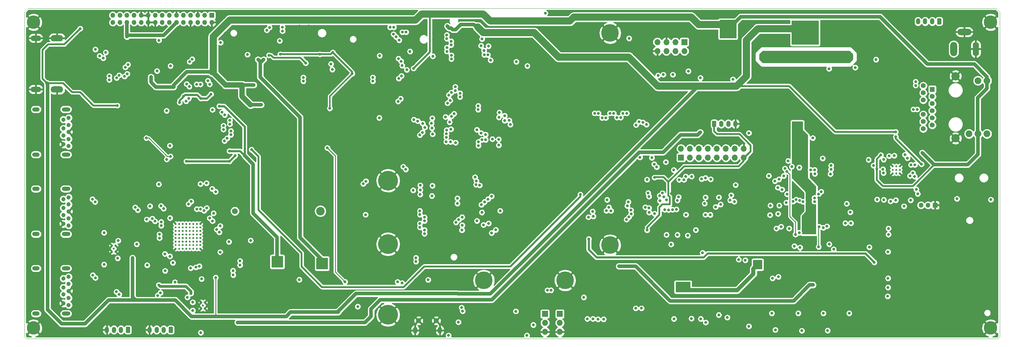
<source format=gbr>
%TF.GenerationSoftware,KiCad,Pcbnew,5.1.2+dfsg1-1*%
%TF.CreationDate,2020-02-17T14:18:57+01:00*%
%TF.ProjectId,reform2-motherboard,7265666f-726d-4322-9d6d-6f7468657262,2.0*%
%TF.SameCoordinates,Original*%
%TF.FileFunction,Copper,L4,Inr*%
%TF.FilePolarity,Positive*%
%FSLAX46Y46*%
G04 Gerber Fmt 4.6, Leading zero omitted, Abs format (unit mm)*
G04 Created by KiCad (PCBNEW 5.1.2+dfsg1-1) date 2020-02-17 14:18:57*
%MOMM*%
%LPD*%
G04 APERTURE LIST*
%TA.AperFunction,NonConductor*%
%ADD10C,0.050000*%
%TD*%
%TA.AperFunction,ViaPad*%
%ADD11O,1.350000X1.350000*%
%TD*%
%TA.AperFunction,ViaPad*%
%ADD12R,1.350000X1.350000*%
%TD*%
%TA.AperFunction,ViaPad*%
%ADD13O,1.200000X1.750000*%
%TD*%
%TA.AperFunction,Conductor*%
%ADD14C,0.100000*%
%TD*%
%TA.AperFunction,ViaPad*%
%ADD15C,1.200000*%
%TD*%
%TA.AperFunction,ViaPad*%
%ADD16C,0.500000*%
%TD*%
%TA.AperFunction,ViaPad*%
%ADD17C,5.000000*%
%TD*%
%TA.AperFunction,ViaPad*%
%ADD18C,3.800000*%
%TD*%
%TA.AperFunction,ViaPad*%
%ADD19O,1.700000X1.700000*%
%TD*%
%TA.AperFunction,ViaPad*%
%ADD20R,1.700000X1.700000*%
%TD*%
%TA.AperFunction,ViaPad*%
%ADD21O,3.556000X1.778000*%
%TD*%
%TA.AperFunction,ViaPad*%
%ADD22O,3.000000X1.500000*%
%TD*%
%TA.AperFunction,ViaPad*%
%ADD23O,2.400000X1.200000*%
%TD*%
%TA.AperFunction,ViaPad*%
%ADD24O,2.100000X1.200000*%
%TD*%
%TA.AperFunction,ViaPad*%
%ADD25C,5.600000*%
%TD*%
%TA.AperFunction,ViaPad*%
%ADD26C,2.400000*%
%TD*%
%TA.AperFunction,ViaPad*%
%ADD27C,1.650000*%
%TD*%
%TA.AperFunction,ViaPad*%
%ADD28O,1.200000X1.900000*%
%TD*%
%TA.AperFunction,ViaPad*%
%ADD29C,1.450000*%
%TD*%
%TA.AperFunction,ViaPad*%
%ADD30C,0.600000*%
%TD*%
%TA.AperFunction,ViaPad*%
%ADD31C,1.398000*%
%TD*%
%TA.AperFunction,ViaPad*%
%ADD32R,1.398000X1.398000*%
%TD*%
%TA.AperFunction,ViaPad*%
%ADD33C,1.905000*%
%TD*%
%TA.AperFunction,ViaPad*%
%ADD34C,2.355000*%
%TD*%
%TA.AperFunction,ViaPad*%
%ADD35O,1.750000X4.000000*%
%TD*%
%TA.AperFunction,ViaPad*%
%ADD36O,4.000000X1.800000*%
%TD*%
%TA.AperFunction,ViaPad*%
%ADD37O,2.000000X4.000000*%
%TD*%
%TA.AperFunction,ViaPad*%
%ADD38C,0.800000*%
%TD*%
%TA.AperFunction,Conductor*%
%ADD39C,0.250000*%
%TD*%
%TA.AperFunction,Conductor*%
%ADD40C,1.000000*%
%TD*%
%TA.AperFunction,Conductor*%
%ADD41C,1.500000*%
%TD*%
%TA.AperFunction,Conductor*%
%ADD42C,2.000000*%
%TD*%
%TA.AperFunction,Conductor*%
%ADD43C,0.800000*%
%TD*%
%TA.AperFunction,Conductor*%
%ADD44C,0.500000*%
%TD*%
%TA.AperFunction,Conductor*%
%ADD45C,0.600000*%
%TD*%
%TA.AperFunction,Conductor*%
%ADD46C,0.400000*%
%TD*%
%TA.AperFunction,Conductor*%
%ADD47C,1.200000*%
%TD*%
%TA.AperFunction,Conductor*%
%ADD48C,0.254000*%
%TD*%
%TA.AperFunction,Conductor*%
%ADD49C,0.200000*%
%TD*%
G04 APERTURE END LIST*
D10*
X315500000Y-133000000D02*
X315000000Y-133500000D01*
X315500000Y-41000000D02*
X315500000Y-133000000D01*
X40000000Y-133500000D02*
X39500000Y-133000000D01*
X40500000Y-40000000D02*
X39500000Y-41000000D01*
X314500000Y-40000000D02*
X315500000Y-41000000D01*
X315000000Y-133500000D02*
X40000000Y-133500000D01*
X39500000Y-133000000D02*
X39500000Y-41000000D01*
X40500000Y-40000000D02*
X314500000Y-40000000D01*
D11*
%TO.N,Net-(J16-Pad3)*%
%TO.C,J16*%
X293225000Y-95725000D03*
%TO.N,Net-(J16-Pad2)*%
X295225000Y-95725000D03*
D12*
%TO.N,GND*%
X297225000Y-95725000D03*
%TD*%
D13*
%TO.N,GND*%
%TO.C,J23*%
X240700000Y-72700000D03*
%TO.N,/Reform 2 Power/LPC_RXDc*%
X238700000Y-72700000D03*
%TO.N,/Reform 2 Power/LPC_TXDc*%
X236700000Y-72700000D03*
D14*
%TO.N,/Reform 2 Power/LPC_VCC*%
G36*
X235074505Y-71826204D02*
G01*
X235098773Y-71829804D01*
X235122572Y-71835765D01*
X235145671Y-71844030D01*
X235167850Y-71854520D01*
X235188893Y-71867132D01*
X235208599Y-71881747D01*
X235226777Y-71898223D01*
X235243253Y-71916401D01*
X235257868Y-71936107D01*
X235270480Y-71957150D01*
X235280970Y-71979329D01*
X235289235Y-72002428D01*
X235295196Y-72026227D01*
X235298796Y-72050495D01*
X235300000Y-72074999D01*
X235300000Y-73325001D01*
X235298796Y-73349505D01*
X235295196Y-73373773D01*
X235289235Y-73397572D01*
X235280970Y-73420671D01*
X235270480Y-73442850D01*
X235257868Y-73463893D01*
X235243253Y-73483599D01*
X235226777Y-73501777D01*
X235208599Y-73518253D01*
X235188893Y-73532868D01*
X235167850Y-73545480D01*
X235145671Y-73555970D01*
X235122572Y-73564235D01*
X235098773Y-73570196D01*
X235074505Y-73573796D01*
X235050001Y-73575000D01*
X234349999Y-73575000D01*
X234325495Y-73573796D01*
X234301227Y-73570196D01*
X234277428Y-73564235D01*
X234254329Y-73555970D01*
X234232150Y-73545480D01*
X234211107Y-73532868D01*
X234191401Y-73518253D01*
X234173223Y-73501777D01*
X234156747Y-73483599D01*
X234142132Y-73463893D01*
X234129520Y-73442850D01*
X234119030Y-73420671D01*
X234110765Y-73397572D01*
X234104804Y-73373773D01*
X234101204Y-73349505D01*
X234100000Y-73325001D01*
X234100000Y-72074999D01*
X234101204Y-72050495D01*
X234104804Y-72026227D01*
X234110765Y-72002428D01*
X234119030Y-71979329D01*
X234129520Y-71957150D01*
X234142132Y-71936107D01*
X234156747Y-71916401D01*
X234173223Y-71898223D01*
X234191401Y-71881747D01*
X234211107Y-71867132D01*
X234232150Y-71854520D01*
X234254329Y-71844030D01*
X234277428Y-71835765D01*
X234301227Y-71829804D01*
X234325495Y-71826204D01*
X234349999Y-71825000D01*
X235050001Y-71825000D01*
X235074505Y-71826204D01*
X235074505Y-71826204D01*
G37*
D15*
X234700000Y-72700000D03*
%TD*%
D13*
%TO.N,Net-(J21-Pad4)*%
%TO.C,J21*%
X292400000Y-43700000D03*
%TO.N,Net-(J21-Pad3)*%
X294400000Y-43700000D03*
%TO.N,Net-(J21-Pad2)*%
X296400000Y-43700000D03*
D14*
%TO.N,Net-(J21-Pad1)*%
G36*
X298774505Y-42826204D02*
G01*
X298798773Y-42829804D01*
X298822572Y-42835765D01*
X298845671Y-42844030D01*
X298867850Y-42854520D01*
X298888893Y-42867132D01*
X298908599Y-42881747D01*
X298926777Y-42898223D01*
X298943253Y-42916401D01*
X298957868Y-42936107D01*
X298970480Y-42957150D01*
X298980970Y-42979329D01*
X298989235Y-43002428D01*
X298995196Y-43026227D01*
X298998796Y-43050495D01*
X299000000Y-43074999D01*
X299000000Y-44325001D01*
X298998796Y-44349505D01*
X298995196Y-44373773D01*
X298989235Y-44397572D01*
X298980970Y-44420671D01*
X298970480Y-44442850D01*
X298957868Y-44463893D01*
X298943253Y-44483599D01*
X298926777Y-44501777D01*
X298908599Y-44518253D01*
X298888893Y-44532868D01*
X298867850Y-44545480D01*
X298845671Y-44555970D01*
X298822572Y-44564235D01*
X298798773Y-44570196D01*
X298774505Y-44573796D01*
X298750001Y-44575000D01*
X298049999Y-44575000D01*
X298025495Y-44573796D01*
X298001227Y-44570196D01*
X297977428Y-44564235D01*
X297954329Y-44555970D01*
X297932150Y-44545480D01*
X297911107Y-44532868D01*
X297891401Y-44518253D01*
X297873223Y-44501777D01*
X297856747Y-44483599D01*
X297842132Y-44463893D01*
X297829520Y-44442850D01*
X297819030Y-44420671D01*
X297810765Y-44397572D01*
X297804804Y-44373773D01*
X297801204Y-44349505D01*
X297800000Y-44325001D01*
X297800000Y-43074999D01*
X297801204Y-43050495D01*
X297804804Y-43026227D01*
X297810765Y-43002428D01*
X297819030Y-42979329D01*
X297829520Y-42957150D01*
X297842132Y-42936107D01*
X297856747Y-42916401D01*
X297873223Y-42898223D01*
X297891401Y-42881747D01*
X297911107Y-42867132D01*
X297932150Y-42854520D01*
X297954329Y-42844030D01*
X297977428Y-42835765D01*
X298001227Y-42829804D01*
X298025495Y-42826204D01*
X298049999Y-42825000D01*
X298750001Y-42825000D01*
X298774505Y-42826204D01*
X298774505Y-42826204D01*
G37*
D15*
X298400000Y-43700000D03*
%TD*%
D13*
%TO.N,GND*%
%TO.C,J14*%
X74900000Y-131000000D03*
%TO.N,Net-(J14-Pad3)*%
X76900000Y-131000000D03*
%TO.N,Net-(J14-Pad2)*%
X78900000Y-131000000D03*
D14*
%TO.N,Net-(C71-Pad1)*%
G36*
X81274505Y-130126204D02*
G01*
X81298773Y-130129804D01*
X81322572Y-130135765D01*
X81345671Y-130144030D01*
X81367850Y-130154520D01*
X81388893Y-130167132D01*
X81408599Y-130181747D01*
X81426777Y-130198223D01*
X81443253Y-130216401D01*
X81457868Y-130236107D01*
X81470480Y-130257150D01*
X81480970Y-130279329D01*
X81489235Y-130302428D01*
X81495196Y-130326227D01*
X81498796Y-130350495D01*
X81500000Y-130374999D01*
X81500000Y-131625001D01*
X81498796Y-131649505D01*
X81495196Y-131673773D01*
X81489235Y-131697572D01*
X81480970Y-131720671D01*
X81470480Y-131742850D01*
X81457868Y-131763893D01*
X81443253Y-131783599D01*
X81426777Y-131801777D01*
X81408599Y-131818253D01*
X81388893Y-131832868D01*
X81367850Y-131845480D01*
X81345671Y-131855970D01*
X81322572Y-131864235D01*
X81298773Y-131870196D01*
X81274505Y-131873796D01*
X81250001Y-131875000D01*
X80549999Y-131875000D01*
X80525495Y-131873796D01*
X80501227Y-131870196D01*
X80477428Y-131864235D01*
X80454329Y-131855970D01*
X80432150Y-131845480D01*
X80411107Y-131832868D01*
X80391401Y-131818253D01*
X80373223Y-131801777D01*
X80356747Y-131783599D01*
X80342132Y-131763893D01*
X80329520Y-131742850D01*
X80319030Y-131720671D01*
X80310765Y-131697572D01*
X80304804Y-131673773D01*
X80301204Y-131649505D01*
X80300000Y-131625001D01*
X80300000Y-130374999D01*
X80301204Y-130350495D01*
X80304804Y-130326227D01*
X80310765Y-130302428D01*
X80319030Y-130279329D01*
X80329520Y-130257150D01*
X80342132Y-130236107D01*
X80356747Y-130216401D01*
X80373223Y-130198223D01*
X80391401Y-130181747D01*
X80411107Y-130167132D01*
X80432150Y-130154520D01*
X80454329Y-130144030D01*
X80477428Y-130135765D01*
X80501227Y-130129804D01*
X80525495Y-130126204D01*
X80549999Y-130125000D01*
X81250001Y-130125000D01*
X81274505Y-130126204D01*
X81274505Y-130126204D01*
G37*
D15*
X80900000Y-131000000D03*
%TD*%
D13*
%TO.N,GND*%
%TO.C,J9*%
X62800000Y-131000000D03*
%TO.N,Net-(J9-Pad3)*%
X64800000Y-131000000D03*
%TO.N,Net-(J9-Pad2)*%
X66800000Y-131000000D03*
D14*
%TO.N,Net-(C69-Pad1)*%
G36*
X69174505Y-130126204D02*
G01*
X69198773Y-130129804D01*
X69222572Y-130135765D01*
X69245671Y-130144030D01*
X69267850Y-130154520D01*
X69288893Y-130167132D01*
X69308599Y-130181747D01*
X69326777Y-130198223D01*
X69343253Y-130216401D01*
X69357868Y-130236107D01*
X69370480Y-130257150D01*
X69380970Y-130279329D01*
X69389235Y-130302428D01*
X69395196Y-130326227D01*
X69398796Y-130350495D01*
X69400000Y-130374999D01*
X69400000Y-131625001D01*
X69398796Y-131649505D01*
X69395196Y-131673773D01*
X69389235Y-131697572D01*
X69380970Y-131720671D01*
X69370480Y-131742850D01*
X69357868Y-131763893D01*
X69343253Y-131783599D01*
X69326777Y-131801777D01*
X69308599Y-131818253D01*
X69288893Y-131832868D01*
X69267850Y-131845480D01*
X69245671Y-131855970D01*
X69222572Y-131864235D01*
X69198773Y-131870196D01*
X69174505Y-131873796D01*
X69150001Y-131875000D01*
X68449999Y-131875000D01*
X68425495Y-131873796D01*
X68401227Y-131870196D01*
X68377428Y-131864235D01*
X68354329Y-131855970D01*
X68332150Y-131845480D01*
X68311107Y-131832868D01*
X68291401Y-131818253D01*
X68273223Y-131801777D01*
X68256747Y-131783599D01*
X68242132Y-131763893D01*
X68229520Y-131742850D01*
X68219030Y-131720671D01*
X68210765Y-131697572D01*
X68204804Y-131673773D01*
X68201204Y-131649505D01*
X68200000Y-131625001D01*
X68200000Y-130374999D01*
X68201204Y-130350495D01*
X68204804Y-130326227D01*
X68210765Y-130302428D01*
X68219030Y-130279329D01*
X68229520Y-130257150D01*
X68242132Y-130236107D01*
X68256747Y-130216401D01*
X68273223Y-130198223D01*
X68291401Y-130181747D01*
X68311107Y-130167132D01*
X68332150Y-130154520D01*
X68354329Y-130144030D01*
X68377428Y-130135765D01*
X68401227Y-130129804D01*
X68425495Y-130126204D01*
X68449999Y-130125000D01*
X69150001Y-130125000D01*
X69174505Y-130126204D01*
X69174505Y-130126204D01*
G37*
D15*
X68800000Y-131000000D03*
%TD*%
D16*
%TO.N,GND*%
%TO.C,U3*%
X287200000Y-86700000D03*
X286200000Y-86700000D03*
X285200000Y-86700000D03*
X287200000Y-85700000D03*
X286200000Y-85700000D03*
X285200000Y-85700000D03*
X287200000Y-84700000D03*
X286200000Y-84700000D03*
X285200000Y-84700000D03*
%TD*%
D17*
%TO.N,GND*%
%TO.C,H25*%
X169500000Y-117000000D03*
%TD*%
%TO.N,GND*%
%TO.C,H27*%
X205250000Y-107000000D03*
%TD*%
%TO.N,GND*%
%TO.C,H24*%
X192500000Y-117000000D03*
%TD*%
%TO.N,GND*%
%TO.C,H22*%
X205250000Y-47000000D03*
%TD*%
D18*
%TO.N,GND*%
%TO.C,H8*%
X312928000Y-130480000D03*
%TD*%
%TO.N,GND*%
%TO.C,H6*%
X312928000Y-43940000D03*
%TD*%
%TO.N,GND*%
%TO.C,H7*%
X42040000Y-130480000D03*
%TD*%
%TO.N,GND*%
%TO.C,H5*%
X42040000Y-43940000D03*
%TD*%
D19*
%TO.N,GND*%
%TO.C,J19*%
X218630000Y-52090000D03*
%TO.N,ETH0_LED_LINK2*%
X218630000Y-49550000D03*
%TO.N,ETH0_LED_LINK1*%
X221170000Y-52090000D03*
%TO.N,GND*%
X221170000Y-49550000D03*
%TO.N,IMX_JTAG_TCK*%
X223710000Y-52090000D03*
%TO.N,IMX_JTAG_TMS*%
X223710000Y-49550000D03*
%TO.N,IMX_JTAG_TDI*%
X226250000Y-52090000D03*
D20*
%TO.N,+3V3*%
X226250000Y-49550000D03*
%TD*%
D16*
%TO.N,GND*%
%TO.C,U9*%
X88250000Y-101000000D03*
X89250000Y-101000000D03*
X89250000Y-102000000D03*
X88250000Y-102000000D03*
X89250000Y-105000000D03*
X89250000Y-106000000D03*
X88250000Y-105000000D03*
X88250000Y-106000000D03*
X89250000Y-108000000D03*
X88250000Y-108000000D03*
X88250000Y-107000000D03*
X89250000Y-107000000D03*
X88250000Y-103000000D03*
X89250000Y-104000000D03*
X88250000Y-104000000D03*
X89250000Y-103000000D03*
X86250000Y-101000000D03*
X87250000Y-101000000D03*
X87250000Y-102000000D03*
X86250000Y-102000000D03*
X87250000Y-105000000D03*
X87250000Y-106000000D03*
X86250000Y-105000000D03*
X86250000Y-106000000D03*
X87250000Y-108000000D03*
X86250000Y-108000000D03*
X86250000Y-107000000D03*
X87250000Y-107000000D03*
X86250000Y-103000000D03*
X87250000Y-104000000D03*
X86250000Y-104000000D03*
X87250000Y-103000000D03*
X85250000Y-103000000D03*
X84250000Y-104000000D03*
X85250000Y-104000000D03*
X84250000Y-103000000D03*
X84250000Y-102000000D03*
X84250000Y-101000000D03*
X85250000Y-101000000D03*
X85250000Y-102000000D03*
X83250000Y-103000000D03*
X82250000Y-104000000D03*
X83250000Y-104000000D03*
X82250000Y-103000000D03*
X82250000Y-102000000D03*
X82250000Y-101000000D03*
X83250000Y-101000000D03*
X83250000Y-102000000D03*
X82250000Y-105000000D03*
X82250000Y-106000000D03*
X85250000Y-106000000D03*
X84250000Y-106000000D03*
X85250000Y-105000000D03*
X84250000Y-105000000D03*
X83250000Y-105000000D03*
X83250000Y-106000000D03*
X82250000Y-107000000D03*
X85250000Y-107000000D03*
X83250000Y-107000000D03*
X84250000Y-107000000D03*
X82250000Y-108000000D03*
X85250000Y-108000000D03*
X84250000Y-108000000D03*
X83250000Y-108000000D03*
%TD*%
D11*
%TO.N,Net-(J24-Pad30)*%
%TO.C,J24*%
X64500000Y-44000000D03*
%TO.N,+3V3*%
X64500000Y-42000000D03*
X66500000Y-44000000D03*
X66500000Y-42000000D03*
X68500000Y-44000000D03*
%TO.N,Net-(J24-Pad25)*%
X68500000Y-42000000D03*
%TO.N,Net-(J24-Pad24)*%
X70500000Y-44000000D03*
%TO.N,/Reform 2 Display/EDP_BL_PWM*%
X70500000Y-42000000D03*
%TO.N,/Reform 2 Display/EDP_BL_ENABLE*%
X72500000Y-44000000D03*
%TO.N,GND*%
X72500000Y-42000000D03*
X74500000Y-44000000D03*
X74500000Y-42000000D03*
X76500000Y-44000000D03*
%TO.N,/Reform 2 Display/EDP_HPD*%
X76500000Y-42000000D03*
%TO.N,Net-(J24-Pad16)*%
X78500000Y-44000000D03*
%TO.N,Net-(J24-Pad15)*%
X78500000Y-42000000D03*
%TO.N,/Reform 2 Display/EDP_LCD_TEST*%
X80500000Y-44000000D03*
%TO.N,+3V3*%
X80500000Y-42000000D03*
X82500000Y-44000000D03*
%TO.N,GND*%
X82500000Y-42000000D03*
%TO.N,EDP_AUX_DN*%
X84500000Y-44000000D03*
%TO.N,EDP_AUX_DP*%
X84500000Y-42000000D03*
%TO.N,GND*%
X86500000Y-44000000D03*
%TO.N,EDP_TX0_DP*%
X86500000Y-42000000D03*
%TO.N,EDP_TX0_DN*%
X88500000Y-44000000D03*
%TO.N,GND*%
X88500000Y-42000000D03*
%TO.N,EDP_TX1_DP*%
X90500000Y-44000000D03*
%TO.N,EDP_TX1_DN*%
X90500000Y-42000000D03*
%TO.N,GND*%
X92500000Y-44000000D03*
D12*
%TO.N,Net-(J24-Pad1)*%
X92500000Y-42000000D03*
%TD*%
D19*
%TO.N,GND*%
%TO.C,J20*%
X186800000Y-131580000D03*
%TO.N,IMX_UART2_RX*%
X186800000Y-129040000D03*
D20*
%TO.N,IMX_UART2_TX*%
X186800000Y-126500000D03*
%TD*%
D19*
%TO.N,GND*%
%TO.C,J18*%
X191000000Y-131580000D03*
%TO.N,IMX_UART1_RX*%
X191000000Y-129040000D03*
D20*
%TO.N,IMX_UART1_TX*%
X191000000Y-126500000D03*
%TD*%
D19*
%TO.N,GND*%
%TO.C,J22*%
X243080000Y-79710000D03*
%TO.N,/Reform 2 Power/LPC_VCC*%
X243080000Y-82250000D03*
%TO.N,/Reform 2 Power/LPC_PIO1_25*%
X240540000Y-79710000D03*
%TO.N,/Reform 2 Power/LPC_AD7*%
X240540000Y-82250000D03*
%TO.N,/Reform 2 Power/LPC_PIO1_31*%
X238000000Y-79710000D03*
%TO.N,/Reform 2 Power/LPC_MOSI1a*%
X238000000Y-82250000D03*
%TO.N,/Reform 2 Power/LPC_SCK0b*%
X235460000Y-79710000D03*
%TO.N,/Reform 2 Power/LPC_TDI*%
X235460000Y-82250000D03*
%TO.N,/Reform 2 Power/LPC_MISO1a*%
X232920000Y-79710000D03*
%TO.N,/Reform 2 Power/LPC_TMS*%
X232920000Y-82250000D03*
%TO.N,/Reform 2 Power/LPC_RXDa*%
X230380000Y-79710000D03*
%TO.N,/Reform 2 Power/LPC_TDO*%
X230380000Y-82250000D03*
%TO.N,/Reform 2 Power/LPC_TXDa*%
X227840000Y-79710000D03*
%TO.N,/Reform 2 Power/LPC_~TRST*%
X227840000Y-82250000D03*
%TO.N,/Reform 2 Power/LPC_AD5*%
X225300000Y-79710000D03*
D20*
%TO.N,/Reform 2 Power/LPC_SWDIO*%
X225300000Y-82250000D03*
%TD*%
D21*
%TO.N,GND*%
%TO.C,J4*%
X48700000Y-48450000D03*
X48700000Y-62950000D03*
D22*
X42700000Y-48450000D03*
X42700000Y-62950000D03*
%TD*%
D15*
%TO.N,Net-(J17-Pad1)*%
%TO.C,J17*%
X50500000Y-71500000D03*
%TO.N,USB2_DN*%
X50500000Y-74000000D03*
%TO.N,USB2_DP*%
X50500000Y-76000000D03*
%TO.N,GND*%
X50500000Y-78500000D03*
%TO.N,USB2_RX_N*%
X52000000Y-79000000D03*
%TO.N,USB2_RX_P*%
X52000000Y-77000000D03*
%TO.N,GND*%
X52000000Y-75000000D03*
%TO.N,USB2_TX_N*%
X52000000Y-73000000D03*
%TO.N,USB2_TX_P*%
X52000000Y-71000000D03*
D23*
%TO.N,Net-(C75-Pad1)*%
X51250000Y-81400000D03*
X51250000Y-68600000D03*
D24*
X42750000Y-81400000D03*
X42750000Y-68600000D03*
%TD*%
D25*
%TO.N,GND*%
%TO.C,H3*%
X142400000Y-88750000D03*
%TD*%
%TO.N,GND*%
%TO.C,H2*%
X142400000Y-106750000D03*
%TD*%
D26*
%TO.N,N/C*%
%TO.C,J11*%
X123240000Y-97400000D03*
D27*
X99040000Y-97400000D03*
%TD*%
D25*
%TO.N,GND*%
%TO.C,H1*%
X142400000Y-126750000D03*
%TD*%
D28*
%TO.N,GND*%
%TO.C,J8*%
X157050000Y-131137500D03*
X150050000Y-131137500D03*
D29*
X156050000Y-128437500D03*
X151050000Y-128437500D03*
%TD*%
D15*
%TO.N,Net-(C81-Pad1)*%
%TO.C,J5*%
X50500000Y-116500000D03*
%TO.N,USB3_2_DN*%
X50500000Y-119000000D03*
%TO.N,USB3_2_DP*%
X50500000Y-121000000D03*
%TO.N,GND*%
X50500000Y-123500000D03*
%TO.N,USB3_2_SSRXN*%
X52000000Y-124000000D03*
%TO.N,USB3_2_SSRXP*%
X52000000Y-122000000D03*
%TO.N,GND*%
X52000000Y-120000000D03*
%TO.N,Net-(C39-Pad2)*%
X52000000Y-118000000D03*
%TO.N,Net-(C41-Pad2)*%
X52000000Y-116000000D03*
D23*
%TO.N,Net-(C74-Pad1)*%
X51250000Y-126400000D03*
X51250000Y-113600000D03*
D24*
X42750000Y-126400000D03*
X42750000Y-113600000D03*
%TD*%
D30*
%TO.N,GND*%
%TO.C,U16*%
X90000000Y-124100000D03*
X89520000Y-123240000D03*
X89520000Y-124960000D03*
X90480000Y-123240000D03*
X90480000Y-124960000D03*
%TD*%
%TO.N,GND*%
%TO.C,U15*%
X64750000Y-108000000D03*
X64270000Y-107140000D03*
X64270000Y-108860000D03*
X65230000Y-107140000D03*
X65230000Y-108860000D03*
%TD*%
D24*
%TO.N,Net-(C67-Pad1)*%
%TO.C,J6*%
X42750000Y-91100000D03*
X42750000Y-103900000D03*
D23*
X51250000Y-91100000D03*
X51250000Y-103900000D03*
D15*
%TO.N,Net-(C42-Pad2)*%
X52000000Y-93500000D03*
%TO.N,Net-(C40-Pad2)*%
X52000000Y-95500000D03*
%TO.N,GND*%
X52000000Y-97500000D03*
%TO.N,USB3_1_SSRXP*%
X52000000Y-99500000D03*
%TO.N,USB3_1_SSRXN*%
X52000000Y-101500000D03*
%TO.N,GND*%
X50500000Y-101000000D03*
%TO.N,USB3_1_DP*%
X50500000Y-98500000D03*
%TO.N,USB3_1_DN*%
X50500000Y-96500000D03*
%TO.N,Net-(C63-Pad1)*%
X50500000Y-94000000D03*
%TD*%
D31*
%TO.N,ETH0_A-*%
%TO.C,P1*%
X293860000Y-70035000D03*
%TO.N,ETH0_A+*%
X293860000Y-72065000D03*
%TO.N,Net-(C26-Pad1)*%
X293860000Y-74095000D03*
%TO.N,ETH0_D-*%
X293860000Y-65965000D03*
%TO.N,ETH0_D+*%
X293860000Y-63935000D03*
%TO.N,Net-(C23-Pad1)*%
X293860000Y-61905000D03*
%TO.N,ETH0_B+*%
X296400000Y-69015000D03*
%TO.N,ETH0_C+*%
X296400000Y-66985000D03*
%TO.N,ETH0_C-*%
X296400000Y-64955000D03*
D32*
%TO.N,Net-(C24-Pad1)*%
X296400000Y-62925000D03*
D31*
%TO.N,ETH0_B-*%
X296400000Y-71045000D03*
%TO.N,Net-(C25-Pad1)*%
X296400000Y-73075000D03*
D33*
%TO.N,Net-(P1-Pad17)*%
X311890000Y-75520000D03*
%TO.N,+3V3*%
X309350000Y-75520000D03*
%TO.N,Net-(P1-Pad15)*%
X306810000Y-75520000D03*
%TO.N,+3V3*%
X311890000Y-60480000D03*
%TO.N,Net-(P1-Pad13)*%
X309350000Y-60480000D03*
D34*
%TO.N,GND*%
X303000000Y-76790000D03*
X303000000Y-59210000D03*
%TD*%
D35*
%TO.N,GND*%
%TO.C,J1*%
X308750000Y-51500000D03*
D36*
X305500000Y-46700000D03*
D37*
%TO.N,/Reform 2 Power/24V_IN*%
X302500000Y-51500000D03*
%TD*%
D38*
%TO.N,HDMI_D2+*%
X63500000Y-60225000D03*
X152700000Y-103775000D03*
%TO.N,HDMI_D2-*%
X63500000Y-59175000D03*
X152700000Y-102725000D03*
%TO.N,HDMI_D1+*%
X151400000Y-101975000D03*
X65553768Y-59696232D03*
%TO.N,HDMI_D1-*%
X151400000Y-100925000D03*
X66296232Y-58953768D03*
%TO.N,HDMI_D0+*%
X67828768Y-59271232D03*
X152700000Y-100175000D03*
%TO.N,HDMI_D0-*%
X68571232Y-58528768D03*
X152700000Y-99125000D03*
%TO.N,SD2_DATA1*%
X170800000Y-50700000D03*
X205500000Y-97300000D03*
%TO.N,SD2_DATA0*%
X169001401Y-48694004D03*
X204900000Y-96299998D03*
%TO.N,SD2_CLK*%
X204186178Y-97293855D03*
X170622976Y-53184705D03*
%TO.N,SD2_CMD*%
X169623178Y-53164003D03*
X200275000Y-97475000D03*
%TO.N,SD2_DATA3*%
X169537632Y-51926649D03*
X200466743Y-98888908D03*
%TO.N,SD2_DATA2*%
X168700000Y-50600000D03*
X199100000Y-99099998D03*
%TO.N,GND*%
X242900000Y-124300000D03*
X236050000Y-124475000D03*
X252100000Y-117600000D03*
X113250000Y-117000000D03*
X116000000Y-118150000D03*
X70500000Y-72700000D03*
X95600000Y-109800000D03*
X47000000Y-55250000D03*
X47000000Y-56750000D03*
X47000000Y-58250000D03*
X141250000Y-45200000D03*
X104250000Y-49250000D03*
X143900000Y-41000000D03*
X136600000Y-40900000D03*
X133800000Y-45200000D03*
X167100000Y-63700000D03*
X167100000Y-61800000D03*
X167100000Y-65200001D03*
X109600000Y-55100000D03*
X196600000Y-61700000D03*
X241400000Y-107900000D03*
X234300000Y-111300000D03*
X235900000Y-111300000D03*
X89600000Y-63200000D03*
X167000000Y-77000000D03*
X147800000Y-40900000D03*
X222600010Y-92400000D03*
X98700000Y-111300000D03*
X64100000Y-110300000D03*
X84300000Y-89700000D03*
X94287347Y-96112653D03*
X68100000Y-66000000D03*
X58700000Y-65600000D03*
X55100000Y-65800000D03*
X82750000Y-47000000D03*
X113500000Y-55250000D03*
X102250000Y-45200000D03*
X104950000Y-41000000D03*
X109900000Y-41000000D03*
X111800000Y-41050000D03*
X121750000Y-57850000D03*
X135750000Y-66500000D03*
X64000000Y-105750000D03*
X71700000Y-101400000D03*
X74100000Y-98400000D03*
X84700000Y-120100000D03*
X72000000Y-105700000D03*
X93700000Y-114800000D03*
X81719135Y-82780865D03*
X139700000Y-45200000D03*
X138200000Y-45200000D03*
X136600000Y-45200000D03*
X135200000Y-45200000D03*
X154700000Y-67000000D03*
X153300000Y-71100000D03*
X167400000Y-70200000D03*
X154800000Y-96500000D03*
X154900000Y-105200000D03*
X168400000Y-93900000D03*
X226749999Y-127850000D03*
X233600000Y-125450000D03*
X240900000Y-125600000D03*
X248150000Y-125650000D03*
X255450000Y-125600000D03*
X262750000Y-125750000D03*
X269800000Y-125800000D03*
X307950000Y-94900000D03*
X300100000Y-82350000D03*
X220250000Y-84900000D03*
X237950000Y-111100000D03*
X200650000Y-57200000D03*
X196600000Y-60150000D03*
X196600000Y-58650000D03*
X196800000Y-69250000D03*
X80750000Y-53000000D03*
X76000000Y-52500000D03*
X75500000Y-83000000D03*
X167700000Y-103900000D03*
X127400000Y-68300000D03*
X215900000Y-84700000D03*
X55700000Y-50850000D03*
X53600000Y-51050000D03*
X91150000Y-67600000D03*
X92100000Y-66500000D03*
X94950000Y-80750000D03*
X78650000Y-68000000D03*
X92250000Y-78550000D03*
X98000000Y-67500000D03*
X119500000Y-67500000D03*
X130500000Y-76650000D03*
X99500000Y-76700000D03*
X120000000Y-87000000D03*
X125000000Y-87000000D03*
X130000000Y-87000000D03*
X132500000Y-87000000D03*
X130000000Y-93250000D03*
X130000000Y-97500000D03*
X115000000Y-97500000D03*
X110000000Y-97500000D03*
X110000000Y-93000000D03*
X115000000Y-93000000D03*
X103500000Y-103300000D03*
X134500000Y-106500000D03*
X138500000Y-110500000D03*
X70500000Y-46350000D03*
X61550000Y-45000000D03*
X59500000Y-42000000D03*
X50500000Y-46000000D03*
X59500000Y-49100000D03*
X145500000Y-110500000D03*
X59500000Y-123500000D03*
X56500000Y-120500000D03*
X62000000Y-121000000D03*
X59000000Y-118000000D03*
X64500000Y-118500000D03*
X55500000Y-103000000D03*
X55500000Y-98500000D03*
X55500000Y-91000000D03*
X48000000Y-94000000D03*
X48000000Y-101000000D03*
X48000000Y-97500000D03*
X48000000Y-78500000D03*
X48000000Y-75000000D03*
X48000000Y-71500000D03*
X48000000Y-123500000D03*
X44000000Y-116500000D03*
X54500000Y-82500000D03*
X54500000Y-71000000D03*
X57500000Y-74000000D03*
X60500000Y-77000000D03*
X64000000Y-80500000D03*
X60500000Y-71000000D03*
X63500000Y-74000000D03*
X117300000Y-45000000D03*
X119950000Y-45000000D03*
X97500000Y-50500000D03*
X172000000Y-67500000D03*
X170000000Y-65500000D03*
X180000000Y-58500000D03*
X175000000Y-52000000D03*
X180000000Y-52000000D03*
X180000000Y-71000000D03*
X186500000Y-71000000D03*
X192500000Y-71000000D03*
X190000000Y-61000000D03*
X194000000Y-61000000D03*
X192000000Y-57500000D03*
X183500000Y-75500000D03*
X206750000Y-57250000D03*
X278000000Y-120000000D03*
X281500000Y-123500000D03*
X281500000Y-128500000D03*
X215500000Y-108000000D03*
X198500000Y-119000000D03*
X200500000Y-117000000D03*
X187500000Y-96000000D03*
X192500000Y-96000000D03*
X187500000Y-101000000D03*
X182500000Y-96000000D03*
X273100000Y-47000000D03*
X218500000Y-108000000D03*
X294500000Y-106500000D03*
X306500000Y-106500000D03*
X306500000Y-118000000D03*
X294500000Y-118000000D03*
X300500000Y-112000000D03*
X314000000Y-100500000D03*
X314000000Y-124000000D03*
X300500000Y-106500000D03*
X300500000Y-118000000D03*
X312000000Y-64500000D03*
X312000000Y-71500000D03*
X312000000Y-68000000D03*
X172000000Y-105700000D03*
X110000000Y-83000000D03*
X115000000Y-87000000D03*
X77400000Y-107700000D03*
X187500000Y-92750000D03*
X192500000Y-92750000D03*
X182500000Y-92750000D03*
X190750000Y-75500000D03*
X177500000Y-92750000D03*
X177500000Y-96000000D03*
X137800000Y-56600000D03*
X196000000Y-108000000D03*
X135000000Y-63575000D03*
X196000000Y-112000000D03*
X173200000Y-86824957D03*
X257474030Y-93075001D03*
X264268343Y-93650330D03*
X272200000Y-119600000D03*
X106400000Y-40900000D03*
X108200000Y-40900000D03*
X117800000Y-40900000D03*
X119400000Y-40900000D03*
X250299994Y-83000000D03*
X251700000Y-90300000D03*
X257250000Y-97687500D03*
X267100000Y-97700000D03*
X264850000Y-97700000D03*
X73700000Y-59400000D03*
X71900000Y-54200000D03*
X71900000Y-57300000D03*
X71900000Y-55800000D03*
X278100000Y-48500000D03*
X254100000Y-47600000D03*
X254100000Y-49200000D03*
X249600000Y-47600000D03*
X264300000Y-115100000D03*
X260900000Y-116900000D03*
X258500000Y-116900000D03*
X247400000Y-115400000D03*
X258987340Y-97912660D03*
X125900000Y-117400000D03*
X125900000Y-115800000D03*
X130000000Y-120700000D03*
X283000000Y-88700000D03*
X289500000Y-83500000D03*
X80900000Y-123800000D03*
X84300000Y-127900000D03*
X83100003Y-117500000D03*
X88300000Y-117600000D03*
X86600000Y-117500000D03*
X120000000Y-79600000D03*
X114900000Y-79600000D03*
X257750000Y-124675000D03*
X271725000Y-123975000D03*
X155012660Y-62112656D03*
X158750000Y-55400000D03*
X169500000Y-86800000D03*
X144450000Y-62950000D03*
X150550000Y-61000000D03*
X142600000Y-56350000D03*
X143650000Y-68400000D03*
X146950000Y-71700000D03*
X110000000Y-79600000D03*
X114800000Y-62900000D03*
X103700000Y-123550000D03*
X240750000Y-68750000D03*
X237750000Y-68750000D03*
X234750000Y-68750000D03*
X264750000Y-72500000D03*
X262750000Y-72500000D03*
X260750000Y-72500000D03*
X264500000Y-62000000D03*
X264500000Y-60500000D03*
X236000000Y-60250000D03*
X237750000Y-60250000D03*
X278100000Y-46000000D03*
X286500000Y-57250000D03*
X286500000Y-61000000D03*
X246250000Y-93000000D03*
X247500000Y-94250000D03*
X245000000Y-94250000D03*
X246250000Y-95500000D03*
X274750000Y-89250000D03*
X274750000Y-91000000D03*
X274750000Y-92750000D03*
X274750000Y-94500000D03*
X274750000Y-96250000D03*
X203250000Y-57250000D03*
X210000000Y-57250000D03*
X214000000Y-61750000D03*
X214000000Y-69000000D03*
X182500000Y-86750000D03*
X187500000Y-86750000D03*
X192500000Y-86750000D03*
X117250000Y-65250000D03*
X274750000Y-82500000D03*
X274750000Y-80750000D03*
X276500000Y-80750000D03*
X284000000Y-72750000D03*
X286000000Y-72750000D03*
X286000000Y-69000000D03*
X284750000Y-61000000D03*
X279250000Y-47250000D03*
X279250000Y-44750000D03*
X115250000Y-111750000D03*
X113250000Y-115000000D03*
X116750000Y-111750000D03*
X113750000Y-110250000D03*
X108250000Y-110250000D03*
X121000000Y-110500000D03*
X126250000Y-110500000D03*
X112500000Y-97500000D03*
X112500000Y-93000000D03*
X102500000Y-112750000D03*
X105000000Y-115000000D03*
X107500000Y-117500000D03*
X107500000Y-79600000D03*
X112500000Y-79600000D03*
X122500000Y-87000000D03*
X122500000Y-79600000D03*
X77500000Y-52500000D03*
X83250000Y-53000000D03*
X86000000Y-52500000D03*
X89000000Y-46000000D03*
X89500000Y-52500000D03*
X105750000Y-45500000D03*
X115000000Y-49000000D03*
X125000000Y-49000000D03*
X177500000Y-52000000D03*
X284750000Y-57250000D03*
X178887340Y-104174990D03*
X255000000Y-75500000D03*
X253500000Y-75500000D03*
X252000000Y-75500000D03*
X253500000Y-76750000D03*
X216600000Y-44600000D03*
X224200000Y-45400000D03*
X167325010Y-126831817D03*
X147617665Y-56251784D03*
X154700000Y-77700000D03*
X61200000Y-63400000D03*
X47000000Y-52700000D03*
X47000000Y-59299996D03*
X161700000Y-87000000D03*
X143500000Y-96400000D03*
X145800000Y-93900000D03*
X162800000Y-60600000D03*
X155249996Y-47150000D03*
X155249998Y-48950000D03*
X155250002Y-50750000D03*
X238700000Y-96000000D03*
X204900000Y-99100000D03*
X225500000Y-121300000D03*
X130500000Y-126500000D03*
%TO.N,SD2_CD*%
X171400000Y-54700000D03*
X204400002Y-94200000D03*
X278600000Y-107600000D03*
%TO.N,Net-(C1-Pad2)*%
X250500000Y-98500000D03*
%TO.N,Net-(C1-Pad1)*%
X255100000Y-95000000D03*
X264400000Y-101800000D03*
X264250000Y-107500000D03*
%TO.N,+3V3*%
X62000000Y-112500000D03*
X62000000Y-103499996D03*
X81750000Y-62250000D03*
X104400000Y-61700000D03*
X220250000Y-80750000D03*
X195250000Y-99000000D03*
X126250000Y-55750000D03*
X149600000Y-57000000D03*
X230700000Y-75100000D03*
X237200000Y-44600000D03*
X68500006Y-48013174D03*
X238600000Y-44600000D03*
X240000000Y-44600000D03*
X237200000Y-45900000D03*
X237200000Y-47200000D03*
X238600000Y-45900000D03*
X240000000Y-45900000D03*
X240000000Y-47200000D03*
X238600000Y-47200000D03*
X106500000Y-67300000D03*
X105250000Y-67300000D03*
X102650000Y-61700000D03*
X75287500Y-59412500D03*
X75300000Y-60850000D03*
X77500000Y-118300000D03*
X281843750Y-81543750D03*
X86600000Y-120700000D03*
X99800000Y-128900000D03*
X280700000Y-85500000D03*
X293600000Y-80900000D03*
X223900000Y-42500000D03*
X171750000Y-122500000D03*
%TO.N,/Reform 2 Display/EDP_BL_ENABLE*%
X77550000Y-49050000D03*
X94999998Y-49700000D03*
%TO.N,EDP_TX0_DN*%
X86228768Y-55121232D03*
%TO.N,EDP_TX0_DP*%
X86971232Y-54378768D03*
%TO.N,ETH0_A-*%
X160300000Y-53275000D03*
%TO.N,ETH0_A+*%
X160300000Y-54325000D03*
%TO.N,ETH0_D-*%
X159022565Y-47525000D03*
X291700000Y-60775000D03*
%TO.N,ETH0_D+*%
X159022565Y-48575000D03*
X291700000Y-61825000D03*
%TO.N,ETH0_B+*%
X159025002Y-52175000D03*
X291075000Y-68600000D03*
%TO.N,ETH0_C+*%
X160250000Y-50375000D03*
%TO.N,ETH0_C-*%
X160250000Y-49325000D03*
%TO.N,ETH0_B-*%
X159025002Y-51125000D03*
X292125000Y-68600000D03*
%TO.N,ETH0_LED_RX*%
X154700000Y-72500000D03*
X175400000Y-71800000D03*
%TO.N,Net-(R24-Pad2)*%
X243500000Y-111300000D03*
X241649989Y-111100000D03*
%TO.N,HDMI_HPD*%
X59550000Y-51650000D03*
X93600000Y-91900000D03*
%TO.N,HDMI_SCL*%
X60757182Y-53449880D03*
X89287342Y-89712662D03*
%TO.N,DSI_D3_N*%
X95428768Y-69428768D03*
X200875000Y-69700000D03*
%TO.N,DSI_D3_P*%
X96171232Y-70171232D03*
X201925000Y-69700000D03*
%TO.N,DSI_D0_N*%
X208875000Y-69700000D03*
X96844619Y-76777049D03*
%TO.N,DSI_D0_P*%
X209925000Y-69700000D03*
X96102155Y-77519513D03*
%TO.N,DSI_CLK_N*%
X95800000Y-73225000D03*
X205175000Y-69700000D03*
%TO.N,DSI_CLK_P*%
X95800000Y-74275000D03*
X206225000Y-69700000D03*
%TO.N,DSI_D1_N*%
X97900000Y-74725000D03*
X207175000Y-70900000D03*
%TO.N,DSI_D1_P*%
X97900000Y-75775000D03*
X208225000Y-70900000D03*
%TO.N,DSI_D2_N*%
X97600000Y-71725000D03*
X202975000Y-71000000D03*
%TO.N,DSI_D2_P*%
X97600000Y-72775000D03*
X204025000Y-71000000D03*
%TO.N,USB1_TX_N*%
X150300000Y-110600000D03*
X93889704Y-102613407D03*
%TO.N,USB1_TX_P*%
X150300000Y-111650000D03*
X94632168Y-103355871D03*
%TO.N,USB1_DN*%
X168975000Y-77200000D03*
X167963455Y-77816230D03*
%TO.N,USB1_DP*%
X170025000Y-77200000D03*
X167963455Y-78866230D03*
%TO.N,BMON_CS*%
X221200000Y-104100000D03*
X231400000Y-109200000D03*
%TO.N,BMON_SDI*%
X227200000Y-104300000D03*
X224299996Y-104100000D03*
%TO.N,HDMI_CEC*%
X61800000Y-54100000D03*
X92618755Y-91086257D03*
%TO.N,HDMI_SDA*%
X62500000Y-52500002D03*
X91000000Y-89474990D03*
%TO.N,Net-(C32-Pad1)*%
X255283716Y-86191284D03*
X257700000Y-104000000D03*
%TO.N,+1V2*%
X84500000Y-64900000D03*
X83406056Y-66665761D03*
X74000000Y-76700000D03*
X89400000Y-65500000D03*
X80796861Y-81912762D03*
X79700000Y-69000000D03*
X94600000Y-67700000D03*
X92300000Y-64300000D03*
X111000000Y-111800000D03*
X97500000Y-80399996D03*
X109900000Y-110600000D03*
X112200000Y-110600000D03*
X111000000Y-110600000D03*
%TO.N,USB3_2_SSTXN*%
X59571232Y-116271232D03*
X78871232Y-96671232D03*
%TO.N,USB3_1_SSTXN*%
X59471232Y-94771232D03*
X88249999Y-96800000D03*
%TO.N,USB3_2_SSTXP*%
X58828768Y-115528768D03*
X78128768Y-95928768D03*
%TO.N,USB3_1_SSTXP*%
X58728768Y-94028768D03*
X89299999Y-96800000D03*
%TO.N,USB_PWR*%
X65750000Y-67500000D03*
X55250000Y-45750000D03*
X166650000Y-44600000D03*
X167750000Y-45300000D03*
X168750000Y-46200000D03*
X160250006Y-45600000D03*
X159149998Y-45050000D03*
X161550002Y-45999998D03*
X263300000Y-45700000D03*
X263300000Y-44200000D03*
X263300000Y-48800000D03*
X263300000Y-47300000D03*
X262000000Y-44250000D03*
X262000000Y-45750000D03*
X262000000Y-47250000D03*
X262000000Y-48750000D03*
X125300000Y-126000000D03*
X126700000Y-126000000D03*
X128100000Y-126000000D03*
X70062660Y-110662660D03*
X93100000Y-127200000D03*
X118200000Y-126000000D03*
X119600000Y-126000000D03*
X121000000Y-126000000D03*
X93600000Y-116200000D03*
X286050000Y-74950000D03*
X210600000Y-48500000D03*
X210550000Y-53800000D03*
X174100000Y-97300000D03*
X186975000Y-105175000D03*
%TO.N,Net-(D22-Pad1)*%
X102600000Y-53099990D03*
X126600000Y-57300000D03*
%TO.N,USB3_2_SSRXP*%
X75652956Y-99504580D03*
%TO.N,USB3_2_SSRXN*%
X76395420Y-100247044D03*
%TO.N,USB3_2_DP*%
X70828768Y-96328768D03*
%TO.N,USB3_2_DN*%
X71571232Y-97071232D03*
%TO.N,USB3_1_SSRXP*%
X86663604Y-94668393D03*
%TO.N,USB3_1_SSRXN*%
X85921140Y-95410857D03*
%TO.N,USB3_1_DP*%
X90328768Y-97271232D03*
%TO.N,USB3_1_DN*%
X91071232Y-96528768D03*
%TO.N,Net-(J7-Pad6)*%
X278400000Y-82850000D03*
X313000000Y-94150000D03*
%TO.N,Net-(Q1-Pad5)*%
X267762050Y-85553550D03*
X258874477Y-94408700D03*
%TO.N,Net-(Q1-Pad4)*%
X272200000Y-95300000D03*
X255300000Y-92574993D03*
%TO.N,Net-(Q2-Pad4)*%
X253913223Y-91288453D03*
X252306104Y-102310430D03*
%TO.N,Net-(R57-Pad1)*%
X93000000Y-98000000D03*
X91900000Y-99400000D03*
%TO.N,Net-(R64-Pad2)*%
X92700000Y-68700000D03*
X80800000Y-56300000D03*
%TO.N,+1V8*%
X85300000Y-83300000D03*
X196800000Y-92700000D03*
X99100000Y-81700000D03*
X103750000Y-80000000D03*
X97500000Y-83300000D03*
%TO.N,PCIE1_CLK_N*%
X159578768Y-64571232D03*
X145428768Y-59871232D03*
X118400000Y-60600000D03*
X138100000Y-60600000D03*
%TO.N,PCIE1_CLK_P*%
X160321232Y-63828768D03*
X146171232Y-59128768D03*
X118400000Y-59550000D03*
X138100000Y-59550000D03*
%TO.N,PCIE2_CLK_N*%
X167900000Y-68675000D03*
X145228768Y-66321232D03*
%TO.N,PCIE2_CLK_P*%
X167900000Y-67625000D03*
X145971232Y-65578768D03*
%TO.N,PCIE2_RX_P*%
X144025000Y-45375002D03*
X161071232Y-69828768D03*
%TO.N,PCIE2_RX_N*%
X142975000Y-45375002D03*
X160328768Y-70571232D03*
%TO.N,PCIE2_TX_P*%
X159971232Y-66078768D03*
X144671232Y-48071232D03*
%TO.N,PCIE2_TX_N*%
X159228768Y-66821232D03*
X143928768Y-47328768D03*
%TO.N,PCIE1_RX_P*%
X162750000Y-64025000D03*
X112500000Y-46425000D03*
%TO.N,PCIE1_RX_N*%
X162750000Y-65075000D03*
X112500000Y-45375000D03*
%TO.N,PCIE1_TX_P*%
X161400000Y-62225000D03*
X108078768Y-46171232D03*
%TO.N,PCIE1_TX_N*%
X161400000Y-63275000D03*
X108821232Y-45428768D03*
%TO.N,USB3_1_EN*%
X74200000Y-112700000D03*
X71250000Y-106750000D03*
%TO.N,USB3_3_EN*%
X80650000Y-110200000D03*
X98500000Y-114249999D03*
%TO.N,USB3_4_EN*%
X79250000Y-109500000D03*
X98569644Y-115497584D03*
%TO.N,USB3_4_DN*%
X77700000Y-105025000D03*
X77971232Y-120528768D03*
%TO.N,USB3_4_DP*%
X77700000Y-103975000D03*
X77228768Y-121271232D03*
%TO.N,USB3_3_DN*%
X78174998Y-101525000D03*
X66271232Y-120971232D03*
%TO.N,USB3_3_DP*%
X78174998Y-100475000D03*
X65528768Y-120228768D03*
%TO.N,EDP_IRQ*%
X80653245Y-78852163D03*
X150800000Y-71900000D03*
%TO.N,EDP_RESETn*%
X79750002Y-82750000D03*
X149700000Y-71500002D03*
%TO.N,/Reform 2 Power/LPC_SCK1b*%
X217822175Y-98122175D03*
X229500000Y-102750000D03*
%TO.N,/Reform 2 Power/LPC_UFTOGG*%
X216250000Y-93250000D03*
X183500000Y-129600000D03*
%TO.N,/Reform 2 Power/LPC_TXDa*%
X220050000Y-92300000D03*
%TO.N,/Reform 2 Power/LPC_RXDa*%
X220450000Y-93400000D03*
%TO.N,/Reform 2 Power/LPC_AD7*%
X240749996Y-90000000D03*
X221250000Y-94249998D03*
%TO.N,/Reform 2 Power/LPC_AD5*%
X223250000Y-85750000D03*
%TO.N,/Reform 2 Power/LPC_SWDIO*%
X226634319Y-87600000D03*
%TO.N,/Reform 2 Power/LPC_TDO*%
X231148694Y-88316231D03*
%TO.N,/Reform 2 Power/LPC_TMS*%
X232200000Y-88000000D03*
%TO.N,/Reform 2 Power/LPC_TDI*%
X233700000Y-88400000D03*
%TO.N,/Reform 2 Power/LPC_SCK0b*%
X224600000Y-93400000D03*
X239525010Y-92900000D03*
%TO.N,/Reform 2 Power/LPC_MISO1a*%
X224300000Y-94375000D03*
X239200000Y-94300000D03*
%TO.N,/Reform 2 Power/LPC_MOSI1a*%
X221774767Y-97049463D03*
X235100000Y-96200000D03*
%TO.N,/Reform 2 Power/LPC_TXDc*%
X216300000Y-97800000D03*
%TO.N,/Reform 2 Power/LPC_RXDc*%
X216227825Y-96527825D03*
%TO.N,/Reform 2 Power/LPC_SSEL0*%
X215677468Y-88478183D03*
X219305666Y-94503988D03*
%TO.N,BAT2+*%
X223300000Y-127900000D03*
X232300000Y-128900000D03*
%TO.N,BAT3+*%
X230900000Y-127900000D03*
X238400000Y-127500000D03*
X228275020Y-127800000D03*
X214100000Y-124900000D03*
%TO.N,BAT4+*%
X236000000Y-126800000D03*
X212500000Y-124900000D03*
%TO.N,BAT5+*%
X244500000Y-129999979D03*
X251000000Y-126300000D03*
X203400000Y-128000000D03*
%TO.N,BAT6+*%
X252000000Y-130999996D03*
X258500000Y-126300000D03*
X201800000Y-128000000D03*
%TO.N,BAT7+*%
X259500000Y-131250000D03*
X265600000Y-126300000D03*
X200400000Y-127900000D03*
%TO.N,BAT8+*%
X266800000Y-131200000D03*
X272900000Y-126300000D03*
X198800000Y-127900000D03*
%TO.N,+1V5*%
X108700000Y-53300000D03*
X123700000Y-111100000D03*
X122600000Y-111100000D03*
X124800000Y-111100000D03*
X123700000Y-112400000D03*
X105600000Y-54500000D03*
X107200000Y-54500000D03*
X119100000Y-55500000D03*
%TO.N,Net-(C90-Pad1)*%
X97350000Y-106075000D03*
X100500000Y-111500000D03*
X77500002Y-89800000D03*
X75000000Y-96000000D03*
%TO.N,USB3_2_OVERCURn*%
X65875000Y-110720925D03*
X89000000Y-113000000D03*
%TO.N,USB3_1_OVERCURn*%
X66000000Y-105750000D03*
X88000000Y-113300000D03*
%TO.N,USB3_3_OVERCURn*%
X86517276Y-113517276D03*
X89600000Y-116600000D03*
%TO.N,USB3_4_OVERCURn*%
X85600000Y-121800000D03*
X89400000Y-131800000D03*
%TO.N,Net-(R99-Pad1)*%
X87100000Y-125500000D03*
X87100000Y-123200000D03*
%TO.N,Net-(C147-Pad2)*%
X285679678Y-81699367D03*
X303400000Y-93900000D03*
%TO.N,IMX_UART1_RX*%
X162000000Y-93750000D03*
%TO.N,IMX_UART1_TX*%
X162000000Y-95250000D03*
%TO.N,IMX_UART2_RX*%
X170862654Y-100862654D03*
X172900000Y-102700000D03*
X188500000Y-119800000D03*
%TO.N,IMX_UART2_TX*%
X169400002Y-101300000D03*
X171700000Y-103600000D03*
X187500000Y-119800000D03*
%TO.N,Net-(J21-Pad3)*%
X290400000Y-84300000D03*
%TO.N,Net-(J21-Pad1)*%
X290900000Y-86600000D03*
%TO.N,USB_RESETn*%
X100499997Y-112699997D03*
X136000000Y-98400000D03*
X103500001Y-105700001D03*
X151477772Y-92675007D03*
%TO.N,Net-(R112-Pad2)*%
X213677825Y-82177825D03*
X290100000Y-87400000D03*
%TO.N,IMX_RESETn*%
X163500000Y-125700000D03*
X154800000Y-73900000D03*
%TO.N,IMX_JTAG_TMS*%
X154900000Y-71100000D03*
X175399996Y-70400000D03*
%TO.N,IMX_JTAG_TDI*%
X159800000Y-72200000D03*
X173756509Y-70845233D03*
%TO.N,IMX_JTAG_TCK*%
X158666131Y-70730891D03*
X173908532Y-69476452D03*
%TO.N,LPC_MISO*%
X158856653Y-76473482D03*
X170000000Y-75750000D03*
%TO.N,LPC_MOSI*%
X232000000Y-95250000D03*
X167535229Y-74366450D03*
X158894049Y-75474170D03*
X236500000Y-95502531D03*
%TO.N,LPC_SCK*%
X236000000Y-93500000D03*
X232250000Y-93500000D03*
X158850006Y-77750000D03*
X168700000Y-75300000D03*
%TO.N,BACKLIGHT_PWM*%
X77000000Y-57750000D03*
X163350000Y-99100000D03*
%TO.N,DAC_SCL*%
X171900000Y-77000000D03*
X160100000Y-77800000D03*
X152200000Y-72600000D03*
X145089309Y-117437649D03*
%TO.N,DAC_SDA*%
X173700000Y-77100010D03*
X161500001Y-77999999D03*
X152800000Y-73700000D03*
X146362660Y-117762660D03*
%TO.N,DAC_MCLK*%
X280800000Y-94100000D03*
X167550000Y-100150000D03*
%TO.N,Net-(R140-Pad1)*%
X292300000Y-92500000D03*
X282650010Y-82800002D03*
%TO.N,DAC_RXFS*%
X288400000Y-96025010D03*
X168948399Y-97763664D03*
%TO.N,DAC_DIN*%
X168800000Y-95599994D03*
X290300000Y-94300000D03*
%TO.N,DAC_TXFS*%
X170700000Y-94000000D03*
X284600000Y-94600000D03*
%TO.N,DAC_DOUT*%
X171700000Y-93200000D03*
X286100000Y-94300000D03*
%TO.N,DAC_BCLK*%
X169700000Y-94800000D03*
X282700001Y-94199999D03*
%TO.N,Net-(C86-Pad1)*%
X94900000Y-101600000D03*
X81500000Y-112000000D03*
X74100000Y-99750000D03*
X79299990Y-114300000D03*
X92700000Y-100200000D03*
X80700000Y-99350000D03*
X94900000Y-109000006D03*
X82100000Y-117500000D03*
%TO.N,USB2_RX_P*%
X146678768Y-84828768D03*
X136121232Y-88928768D03*
%TO.N,USB2_RX_N*%
X147421232Y-85571232D03*
X135378768Y-89671232D03*
%TO.N,ETH0_LED_LINK1*%
X158963615Y-74476581D03*
X177000000Y-72900000D03*
X227375000Y-57800000D03*
%TO.N,ETH0_LED_LINK2*%
X160200000Y-74200002D03*
X176674989Y-71724241D03*
X220300000Y-58774990D03*
%TO.N,Net-(SW3-Pad2)*%
X154950000Y-90200000D03*
X162300000Y-128800000D03*
%TO.N,Net-(C123-Pad1)*%
X111900000Y-53000000D03*
X126750000Y-52500000D03*
X132250000Y-58500000D03*
X125900000Y-68300000D03*
X139900000Y-71000000D03*
X123099998Y-53000000D03*
%TO.N,Net-(C124-Pad1)*%
X140000000Y-53400000D03*
X148600000Y-52200000D03*
%TO.N,Net-(C127-Pad2)*%
X284200000Y-81799990D03*
X288669999Y-81451988D03*
%TO.N,/Reform 2 Display/ML1N*%
X91400000Y-60500000D03*
X85228768Y-66271232D03*
%TO.N,/Reform 2 Display/EDAUXN*%
X88225000Y-61500000D03*
X86126704Y-62148039D03*
%TO.N,/Reform 2 Display/ML1P*%
X85971232Y-65528768D03*
X91900000Y-61500000D03*
%TO.N,/Reform 2 Display/EDAUXP*%
X89275000Y-61500000D03*
X85384240Y-61405575D03*
%TO.N,Net-(J16-Pad3)*%
X279800000Y-84500000D03*
%TO.N,Net-(J16-Pad2)*%
X282600000Y-86600000D03*
%TO.N,/Reform 2 Power/LPC_PIO1_31*%
X240400000Y-94700000D03*
X226700004Y-98400000D03*
%TO.N,/Reform 2 Power/LPC_PIO1_25*%
X217699996Y-84100000D03*
%TO.N,Net-(R135-Pad2)*%
X217052825Y-82302825D03*
X291400000Y-87600000D03*
%TO.N,LPC_UART2_RX*%
X178700000Y-55100000D03*
X224800000Y-88500000D03*
%TO.N,LPC_UART2_TX*%
X181800000Y-56300004D03*
X226139989Y-88500000D03*
%TO.N,LPC_SS0*%
X173750000Y-78750000D03*
X155000000Y-75600000D03*
%TO.N,Net-(TP2-Pad1)*%
X186900000Y-41400000D03*
X155050000Y-53550000D03*
%TO.N,HDMI_CLK+*%
X68028768Y-56671232D03*
X151400000Y-98375000D03*
%TO.N,HDMI_CLK-*%
X68771232Y-55928768D03*
X151400000Y-97325000D03*
%TO.N,/Reform 2 Power/LPC_~TRST*%
X228300000Y-87599996D03*
%TO.N,/Reform 2 Power/LPC_~RESET*%
X216000013Y-92275065D03*
X178550000Y-125750000D03*
%TO.N,/Reform 2 Power/LPC_~CTS*%
X224000000Y-96900000D03*
X232200000Y-98400000D03*
%TO.N,Net-(P1-Pad17)*%
X230800000Y-59700000D03*
%TO.N,Net-(P1-Pad15)*%
X218800000Y-59000000D03*
%TO.N,Net-(P1-Pad13)*%
X223000000Y-58774990D03*
%TO.N,Net-(TP10-Pad1)*%
X149500000Y-91500000D03*
X151500000Y-91400000D03*
%TO.N,Net-(C137-Pad1)*%
X280000000Y-111900000D03*
X199200000Y-105300000D03*
%TO.N,Net-(C148-Pad2)*%
X274600000Y-56750000D03*
X280500000Y-54500000D03*
%TO.N,Net-(J3-Pad8)*%
X284000000Y-102300000D03*
X210400000Y-94800000D03*
%TO.N,Net-(J3-Pad7)*%
X284000000Y-104000000D03*
X210100000Y-95900000D03*
%TO.N,Net-(J3-Pad5)*%
X283900000Y-108900000D03*
X211127825Y-97127825D03*
%TO.N,Net-(J3-Pad2)*%
X283900000Y-116400000D03*
X211200000Y-98200000D03*
%TO.N,Net-(J3-Pad1)*%
X283900000Y-119000000D03*
X210579283Y-99065067D03*
%TO.N,Net-(J3-Pad9)*%
X283800000Y-121500000D03*
X209872175Y-99772175D03*
%TO.N,IMX_WAKE*%
X154800000Y-93100000D03*
X222500000Y-106800000D03*
%TO.N,/Reform 2 PCIe/CLKC_P*%
X147475000Y-46750000D03*
X146071232Y-54971232D03*
%TO.N,/Reform 2 PCIe/CLKC_N*%
X146425000Y-46750000D03*
X145328768Y-54228768D03*
%TO.N,Net-(TP12-Pad1)*%
X153750000Y-116850000D03*
X163400000Y-101400000D03*
%TO.N,IMX_PWM4*%
X163200000Y-124700000D03*
X163300000Y-102800000D03*
%TO.N,PCIE1_PWR*%
X215200000Y-96300000D03*
X125200000Y-79500000D03*
X130200000Y-117400000D03*
%TO.N,PCIE2_RESETn*%
X145550000Y-49000000D03*
X146399996Y-56200000D03*
%TO.N,PCIE1_RESETn*%
X111700000Y-49200000D03*
X147700000Y-57400000D03*
%TO.N,BOOTCFG_13*%
X167300000Y-89900000D03*
X214500000Y-72300000D03*
%TO.N,BOOTCFG_12*%
X167400000Y-88900000D03*
X213400000Y-72100000D03*
%TO.N,BOOTCFG_10*%
X167000000Y-87800000D03*
X212599998Y-73000000D03*
%TO.N,BOOTCFG_4*%
X168300000Y-90100000D03*
X215500006Y-72900000D03*
%TO.N,/Reform 2 Power/LPC_VCC*%
X215700000Y-102800000D03*
X197800000Y-121800000D03*
X181700000Y-132600000D03*
X261712500Y-118287500D03*
X262712500Y-118287500D03*
X217800000Y-87900000D03*
X207750000Y-113000000D03*
X159500000Y-132600000D03*
%TO.N,/Reform 2 Power/LPC_~DTR*%
X117275000Y-116800000D03*
X219250000Y-93000000D03*
%TO.N,/Reform 2 Power/LPC_SCK1a*%
X221000000Y-83500000D03*
X267200000Y-57100000D03*
%TO.N,/Reform 2 Power/LPC_PIO1_16*%
X218416534Y-84924053D03*
X239999996Y-60100000D03*
%TO.N,Net-(Q15-Pad4)*%
X254384888Y-87420031D03*
X255623580Y-83180577D03*
%TO.N,Net-(Q17-Pad4)*%
X253025560Y-88374990D03*
X244500000Y-75300000D03*
%TO.N,/Reform 2 Power/CHG_INTVCC*%
X255900000Y-102300000D03*
X252767932Y-98155148D03*
X258800000Y-103500000D03*
X250149912Y-87417496D03*
X251900000Y-88900000D03*
X250600002Y-95800000D03*
X265600000Y-102100000D03*
%TO.N,Net-(C31-Pad1)*%
X257034995Y-94634612D03*
X263100000Y-85700000D03*
%TO.N,Net-(Q18-Pad1)*%
X257400000Y-107300000D03*
X253100000Y-95800000D03*
%TO.N,CHG_STAT2*%
X264975000Y-91900000D03*
X273400000Y-100800000D03*
%TO.N,CHG_STAT1*%
X264235547Y-92637225D03*
X271800000Y-100800000D03*
%TO.N,CHG_SHDN*%
X263099482Y-94698947D03*
X233600000Y-98424989D03*
%TO.N,/Reform 2 Power/30V_GATE*%
X272750000Y-52750000D03*
X272750000Y-54500000D03*
X248100000Y-53000000D03*
X249600000Y-54500000D03*
X257500000Y-54500000D03*
X259000000Y-54500000D03*
X271000000Y-52750000D03*
X271000000Y-54500000D03*
X260300000Y-102100000D03*
X260300000Y-103300000D03*
X261500000Y-103300000D03*
X262700000Y-103300000D03*
X262700000Y-102100000D03*
X261500000Y-102100000D03*
X258600000Y-74300000D03*
X257400000Y-74300000D03*
X257400000Y-73000000D03*
X258600000Y-73000000D03*
X258600000Y-75574990D03*
X257397468Y-75574990D03*
X249600000Y-53000000D03*
X259000000Y-52900000D03*
X257500000Y-52900000D03*
X248100000Y-54500000D03*
%TO.N,Net-(C45-Pad2)*%
X253600000Y-101800000D03*
X257908908Y-94148506D03*
%TO.N,Net-(R80-Pad2)*%
X262600000Y-76700000D03*
X254727706Y-85328598D03*
%TO.N,Net-(C80-Pad2)*%
X267600000Y-86900000D03*
X268500000Y-108200000D03*
%TO.N,Net-(R8-Pad2)*%
X273200000Y-97700000D03*
X258800000Y-85100000D03*
%TO.N,Net-(R182-Pad2)*%
X265400000Y-82474990D03*
X256647196Y-84820030D03*
%TO.N,Net-(Q18-Pad4)*%
X259000000Y-107700000D03*
X262000000Y-85700000D03*
%TO.N,Net-(Q18-Pad5)*%
X267250000Y-106750000D03*
X263168464Y-86829655D03*
%TO.N,Net-(C160-Pad1)*%
X252700000Y-90700000D03*
X267800000Y-84499984D03*
X259853103Y-94751245D03*
%TO.N,Net-(C141-Pad2)*%
X282451427Y-85558726D03*
X291900000Y-91250000D03*
%TO.N,Net-(J21-Pad4)*%
X289400000Y-82400000D03*
%TO.N,Net-(J21-Pad2)*%
X291500000Y-84300000D03*
%TO.N,IMX_RTC_IRQ*%
X133800000Y-124400000D03*
X151499996Y-90100000D03*
%TO.N,Net-(C139-Pad1)*%
X293350000Y-84100000D03*
X286100000Y-76350000D03*
%TO.N,INA_SDA*%
X251200000Y-116400000D03*
X220699998Y-97000000D03*
%TO.N,INA_SCL*%
X252860002Y-115975000D03*
X222900000Y-97000000D03*
%TO.N,/PCIE1_XRCLK_N*%
X162371232Y-99828768D03*
X152121232Y-75128768D03*
%TO.N,/PCIE1_XRCLK_P*%
X151378768Y-75871232D03*
X161628768Y-100571232D03*
%TO.N,/Reform 2 Power/BAT1FUSED*%
X226600000Y-119800000D03*
X247600000Y-111900000D03*
X246400000Y-113200000D03*
X246400000Y-111900000D03*
X247600000Y-113200000D03*
X224400000Y-119800000D03*
X224400000Y-118000000D03*
X225500000Y-119800000D03*
%TO.N,Net-(R193-Pad2)*%
X263100000Y-93698935D03*
X266600000Y-101700000D03*
%TD*%
D39*
%TO.N,Net-(C1-Pad1)*%
X264250000Y-101950000D02*
X264400000Y-101800000D01*
X264250000Y-107500000D02*
X264250000Y-101950000D01*
D40*
%TO.N,+3V3*%
X81750000Y-61684315D02*
X85434315Y-58000000D01*
X81750000Y-62250000D02*
X81750000Y-61684315D01*
X85434315Y-58000000D02*
X92700000Y-58000000D01*
D41*
X92700000Y-58000000D02*
X96400000Y-61700000D01*
X96400000Y-61700000D02*
X101100000Y-61700000D01*
D40*
X102650000Y-61700000D02*
X104400000Y-61700000D01*
X213500000Y-80750000D02*
X195250000Y-99000000D01*
X220250000Y-80750000D02*
X213500000Y-80750000D01*
X171750000Y-122500000D02*
X195250000Y-99000000D01*
X311900000Y-62700000D02*
X311900000Y-60490000D01*
X309250000Y-75420000D02*
X309250000Y-65350000D01*
X309350000Y-75520000D02*
X309250000Y-75420000D01*
X311900000Y-60490000D02*
X311890000Y-60480000D01*
X309250000Y-65350000D02*
X311900000Y-62700000D01*
X225200000Y-75800000D02*
X220250000Y-80750000D01*
X230750000Y-75050000D02*
X230000000Y-75800000D01*
X230000000Y-75800000D02*
X225200000Y-75800000D01*
D42*
X150200000Y-43300000D02*
X97600000Y-43300000D01*
X92899997Y-57800003D02*
X92700000Y-58000000D01*
X92899997Y-48000003D02*
X92899997Y-57800003D01*
X97600000Y-43300000D02*
X92899997Y-48000003D01*
D40*
X68500000Y-44000000D02*
X68500000Y-48013168D01*
X68500000Y-48013168D02*
X68500006Y-48013174D01*
X78886825Y-47613175D02*
X68900005Y-47613175D01*
X68900005Y-47613175D02*
X68500006Y-48013174D01*
X82500000Y-44000000D02*
X78886825Y-47613175D01*
D42*
X193900000Y-43600000D02*
X171300000Y-43600000D01*
X151900001Y-41599999D02*
X150200000Y-43300000D01*
X195000000Y-42500000D02*
X193900000Y-43600000D01*
X171300000Y-43600000D02*
X169299999Y-41599999D01*
X240000000Y-44600000D02*
X230300000Y-44600000D01*
X230300000Y-44600000D02*
X228200000Y-42500000D01*
D41*
X101100000Y-61700000D02*
X101100000Y-64950000D01*
X101100000Y-64950000D02*
X103450000Y-67300000D01*
D40*
X103450000Y-67300000D02*
X105250000Y-67300000D01*
X105250000Y-67300000D02*
X106500000Y-67300000D01*
X101100000Y-61700000D02*
X102650000Y-61700000D01*
X75287500Y-59412500D02*
X75287500Y-60837500D01*
X75699999Y-61249999D02*
X75300000Y-60850000D01*
X76700000Y-62250000D02*
X75699999Y-61249999D01*
X81750000Y-62250000D02*
X76700000Y-62250000D01*
X75287500Y-60837500D02*
X75300000Y-60850000D01*
X171750000Y-122500000D02*
X140200000Y-122500000D01*
X137600000Y-125100000D02*
X137600000Y-127200000D01*
X140200000Y-122500000D02*
X137600000Y-125100000D01*
X137600000Y-127200000D02*
X135900000Y-128900000D01*
X100365685Y-128900000D02*
X99800000Y-128900000D01*
X135900000Y-128900000D02*
X100365685Y-128900000D01*
D43*
X85165686Y-118700001D02*
X86600000Y-120134315D01*
X77500000Y-118300000D02*
X77900001Y-118700001D01*
X86600000Y-120134315D02*
X86600000Y-120700000D01*
X77900001Y-118700001D02*
X85165686Y-118700001D01*
D44*
X281843750Y-81543750D02*
X280700000Y-82687500D01*
X280700000Y-84934315D02*
X280700000Y-85500000D01*
X280700000Y-82687500D02*
X280700000Y-84934315D01*
D40*
X306500000Y-84200000D02*
X296900000Y-84200000D01*
X309350000Y-75520000D02*
X309350000Y-81350000D01*
X296900000Y-84200000D02*
X293600000Y-80900000D01*
X309350000Y-81350000D02*
X306500000Y-84200000D01*
D44*
X280700000Y-86065685D02*
X280700000Y-85500000D01*
X296900000Y-84341998D02*
X290941998Y-90300000D01*
X296900000Y-84200000D02*
X296900000Y-84341998D01*
X290941998Y-90300000D02*
X282400000Y-90300000D01*
X282400000Y-90300000D02*
X280700000Y-88600000D01*
X280700000Y-88600000D02*
X280700000Y-86065685D01*
D40*
X242200000Y-42400000D02*
X240399999Y-44200001D01*
X240399999Y-44200001D02*
X240000000Y-44600000D01*
X311890000Y-60480000D02*
X311890000Y-59390000D01*
X308300000Y-55800000D02*
X295050000Y-55800000D01*
X311890000Y-59390000D02*
X308300000Y-55800000D01*
X281650000Y-42400000D02*
X242200000Y-42400000D01*
X295050000Y-55800000D02*
X281650000Y-42400000D01*
D42*
X228200000Y-42500000D02*
X223900000Y-42500000D01*
X223900000Y-42500000D02*
X195000000Y-42500000D01*
X169299999Y-41599999D02*
X153299999Y-41599999D01*
X153299999Y-41599999D02*
X151900001Y-41599999D01*
D44*
X149999999Y-56600001D02*
X149600000Y-57000000D01*
X153299999Y-41599999D02*
X154200000Y-42500000D01*
X154200000Y-52400000D02*
X149999999Y-56600001D01*
X154200000Y-42500000D02*
X154200000Y-52400000D01*
D39*
%TO.N,Net-(C32-Pad1)*%
X257700000Y-100500000D02*
X256125000Y-98925000D01*
X255683715Y-86591283D02*
X255283716Y-86191284D01*
X257700000Y-104000000D02*
X257700000Y-100500000D01*
X256125000Y-98925000D02*
X256125000Y-87032568D01*
X256125000Y-87032568D02*
X255683715Y-86591283D01*
D45*
%TO.N,+1V2*%
X84500000Y-64900000D02*
X84899999Y-64500001D01*
X88400001Y-64500001D02*
X89400000Y-65500000D01*
X84899999Y-64500001D02*
X88400001Y-64500001D01*
D39*
X79912762Y-81912762D02*
X80796861Y-81912762D01*
X74000000Y-76700000D02*
X74700000Y-76700000D01*
X74700000Y-76700000D02*
X79912762Y-81912762D01*
D45*
X91100000Y-65500000D02*
X92300000Y-64300000D01*
X89400000Y-65500000D02*
X91100000Y-65500000D01*
X100499996Y-80399996D02*
X97500000Y-80399996D01*
X101800000Y-81700000D02*
X100499996Y-80399996D01*
X96000000Y-67700000D02*
X94600000Y-67700000D01*
X101800000Y-81700000D02*
X101800000Y-73500000D01*
X101800000Y-73500000D02*
X96000000Y-67700000D01*
X83406056Y-66093944D02*
X83406056Y-66665761D01*
X84500000Y-64900000D02*
X84500000Y-65000000D01*
X84500000Y-65000000D02*
X83406056Y-66093944D01*
D40*
X104200000Y-84100000D02*
X101800000Y-81700000D01*
X104200000Y-98000000D02*
X104200000Y-84100000D01*
X111000000Y-111800000D02*
X111000000Y-104800000D01*
X111000000Y-104800000D02*
X104200000Y-98000000D01*
%TO.N,USB_PWR*%
X168650000Y-46200000D02*
X167750000Y-45300000D01*
X168750000Y-46200000D02*
X168650000Y-46200000D01*
X167350000Y-45300000D02*
X166650000Y-44600000D01*
X167750000Y-45300000D02*
X167350000Y-45300000D01*
X162950000Y-44600000D02*
X161550002Y-45999998D01*
X166650000Y-44600000D02*
X162950000Y-44600000D01*
X160650004Y-45999998D02*
X160250006Y-45600000D01*
X161550002Y-45999998D02*
X160650004Y-45999998D01*
X159699998Y-45600000D02*
X159149998Y-45050000D01*
X160250006Y-45600000D02*
X159699998Y-45600000D01*
D44*
X50400000Y-61200000D02*
X45900000Y-61200000D01*
X52950000Y-63750000D02*
X50400000Y-61200000D01*
X55250000Y-63750000D02*
X52950000Y-63750000D01*
X65750000Y-67500000D02*
X59000000Y-67500000D01*
X59000000Y-67500000D02*
X55250000Y-63750000D01*
X50800000Y-50200000D02*
X55250000Y-45750000D01*
X46200000Y-50200000D02*
X50800000Y-50200000D01*
X44600000Y-51800000D02*
X46200000Y-50200000D01*
X45900000Y-61200000D02*
X44600000Y-59900000D01*
X44600000Y-59900000D02*
X44600000Y-51800000D01*
D40*
X125300000Y-126000000D02*
X126700000Y-126000000D01*
X126700000Y-126000000D02*
X128300000Y-126000000D01*
D42*
X243800000Y-59200000D02*
X241000000Y-62000000D01*
X243800000Y-49000000D02*
X243800000Y-59200000D01*
X241000000Y-62000000D02*
X230650000Y-62000000D01*
X262000000Y-45750000D02*
X247050000Y-45750000D01*
X247050000Y-45750000D02*
X243800000Y-49000000D01*
X169350000Y-46900000D02*
X167750000Y-45300000D01*
X183768002Y-46900000D02*
X169350000Y-46900000D01*
X210550000Y-53800000D02*
X190668002Y-53800000D01*
X230650000Y-62000000D02*
X218750000Y-62000000D01*
X190668002Y-53800000D02*
X183768002Y-46900000D01*
X218750000Y-62000000D02*
X210550000Y-53800000D01*
D40*
X45900000Y-61200000D02*
X46000000Y-61300000D01*
X46000000Y-125300000D02*
X50000000Y-129300000D01*
X69800000Y-122600000D02*
X70900000Y-122600000D01*
X46000000Y-61300000D02*
X46000000Y-125300000D01*
X50000000Y-129300000D02*
X56600000Y-129300000D01*
X63300000Y-122600000D02*
X69800000Y-122600000D01*
X56600000Y-129300000D02*
X63300000Y-122600000D01*
X70062660Y-111228345D02*
X70062660Y-110662660D01*
X70062660Y-121762660D02*
X70062660Y-111228345D01*
X70900000Y-122600000D02*
X70062660Y-121762660D01*
X70900000Y-122600000D02*
X82200000Y-122600000D01*
X82200000Y-122600000D02*
X86800000Y-127200000D01*
X86800000Y-127200000D02*
X93100000Y-127200000D01*
X118200000Y-126000000D02*
X119700000Y-126000000D01*
X119700000Y-126000000D02*
X121000000Y-126000000D01*
X121000000Y-126000000D02*
X125300000Y-126000000D01*
X113600000Y-127200000D02*
X114800000Y-126000000D01*
X93100000Y-127200000D02*
X113600000Y-127200000D01*
X114800000Y-126000000D02*
X118200000Y-126000000D01*
X230150000Y-62000000D02*
X230650000Y-62000000D01*
D39*
X93600000Y-116765685D02*
X93600000Y-116200000D01*
X93600000Y-126700000D02*
X93600000Y-116765685D01*
X93100000Y-127200000D02*
X93600000Y-126700000D01*
D44*
X286050000Y-74950000D02*
X268900000Y-74950000D01*
X255950000Y-62000000D02*
X230150000Y-62000000D01*
X268900000Y-74950000D02*
X255950000Y-62000000D01*
D40*
X133350000Y-120750000D02*
X162021998Y-120750000D01*
X162021998Y-120750000D02*
X162071999Y-120800001D01*
X128100000Y-126000000D02*
X133350000Y-120750000D01*
X162071999Y-120800001D02*
X171349999Y-120800001D01*
X171349999Y-120800001D02*
X186975000Y-105175000D01*
X186975000Y-105175000D02*
X230150000Y-62000000D01*
D45*
%TO.N,+1V8*%
X85300000Y-83300000D02*
X97500000Y-83300000D01*
X97500000Y-83300000D02*
X99100000Y-81700000D01*
D44*
X105700000Y-81950000D02*
X103750000Y-80000000D01*
X105700000Y-97100000D02*
X105700000Y-81950000D01*
X117900000Y-113100000D02*
X117900000Y-109300000D01*
X177015685Y-113050000D02*
X152650000Y-113050000D01*
X117900000Y-109300000D02*
X105700000Y-97100000D01*
X123700000Y-118900000D02*
X117900000Y-113100000D01*
X196800000Y-93265685D02*
X177015685Y-113050000D01*
X196800000Y-92700000D02*
X196800000Y-93265685D01*
X152650000Y-113050000D02*
X146800000Y-118900000D01*
X146800000Y-118900000D02*
X123700000Y-118900000D01*
%TO.N,/Reform 2 Power/LPC_RXDc*%
X238700000Y-72700000D02*
X238700000Y-73100000D01*
D40*
%TO.N,+1V5*%
X117500000Y-70800000D02*
X106200000Y-59500000D01*
X123700000Y-111100000D02*
X117500000Y-104900000D01*
X117500000Y-104900000D02*
X117500000Y-70800000D01*
X106200000Y-55100000D02*
X105600000Y-54500000D01*
X106200000Y-59500000D02*
X106200000Y-55100000D01*
X106600000Y-55100000D02*
X107200000Y-54500000D01*
X106200000Y-55100000D02*
X106600000Y-55100000D01*
D44*
X109965685Y-54000000D02*
X117600000Y-54000000D01*
X117600000Y-54000000D02*
X119100000Y-55500000D01*
X108700000Y-53300000D02*
X109265685Y-53300000D01*
X109265685Y-53300000D02*
X109965685Y-54000000D01*
D39*
%TO.N,Net-(C86-Pad1)*%
X79299990Y-114200010D02*
X79299990Y-114300000D01*
D44*
%TO.N,Net-(C123-Pad1)*%
X126750000Y-52500000D02*
X132250000Y-58000000D01*
X132250000Y-58000000D02*
X132250000Y-58500000D01*
D46*
X125900000Y-64850000D02*
X125900000Y-68300000D01*
X132250000Y-58500000D02*
X125900000Y-64850000D01*
D44*
X126250000Y-53000000D02*
X123099998Y-53000000D01*
X126750000Y-52500000D02*
X126250000Y-53000000D01*
X111900000Y-53000000D02*
X123099998Y-53000000D01*
D45*
%TO.N,Net-(C137-Pad1)*%
X199200000Y-108300000D02*
X199200000Y-105300000D01*
X201400000Y-110500000D02*
X199200000Y-108300000D01*
X277500000Y-109400000D02*
X232800000Y-109400000D01*
X280000000Y-111900000D02*
X277500000Y-109400000D01*
X232800000Y-109400000D02*
X231700000Y-110500000D01*
X231700000Y-110500000D02*
X201400000Y-110500000D01*
D39*
%TO.N,PCIE1_PWR*%
X125599999Y-79899999D02*
X125200000Y-79500000D01*
X127450000Y-81750000D02*
X125599999Y-79899999D01*
X130200000Y-117400000D02*
X127450000Y-114650000D01*
X127450000Y-114650000D02*
X127450000Y-81750000D01*
D40*
%TO.N,/Reform 2 Power/LPC_VCC*%
X261712500Y-118287500D02*
X262712500Y-118287500D01*
D44*
X220387518Y-87787500D02*
X221750009Y-89149991D01*
X217800000Y-87900000D02*
X217912500Y-87787500D01*
X217912500Y-87787500D02*
X220387518Y-87787500D01*
D40*
X222250000Y-122800000D02*
X212450000Y-113000000D01*
X212450000Y-113000000D02*
X208315685Y-113000000D01*
X261712500Y-118287500D02*
X257200000Y-122800000D01*
X208315685Y-113000000D02*
X207750000Y-113000000D01*
X257200000Y-122800000D02*
X222250000Y-122800000D01*
D44*
X241840062Y-75600000D02*
X235500000Y-75600000D01*
X226200000Y-84700000D02*
X241575000Y-84700000D01*
X235500000Y-75600000D02*
X234700000Y-74800000D01*
X245000000Y-80525000D02*
X245000000Y-78759938D01*
X221750009Y-89149991D02*
X226200000Y-84700000D01*
X234700000Y-74800000D02*
X234700000Y-72700000D01*
X241575000Y-84700000D02*
X243050000Y-83225000D01*
X245000000Y-78759938D02*
X241840062Y-75600000D01*
X243050000Y-82475000D02*
X245000000Y-80525000D01*
X243050000Y-83225000D02*
X243050000Y-82475000D01*
X222150001Y-93391999D02*
X221750009Y-92992007D01*
X222150001Y-95511185D02*
X222150001Y-93391999D01*
X215700000Y-101961186D02*
X219180593Y-98480593D01*
X215700000Y-102800000D02*
X215700000Y-101961186D01*
X219180593Y-98480593D02*
X219180593Y-96319407D01*
X221750009Y-92992007D02*
X221750009Y-89149991D01*
X219180593Y-96319407D02*
X219988815Y-95511185D01*
X219988815Y-95511185D02*
X222150001Y-95511185D01*
%TO.N,Net-(C139-Pad1)*%
X293350000Y-84100000D02*
X286100000Y-76850000D01*
X286100000Y-76850000D02*
X286100000Y-76350000D01*
D47*
%TO.N,/Reform 2 Power/BAT1FUSED*%
X247400000Y-112100000D02*
X247700000Y-112100000D01*
X245800000Y-115200000D02*
X245800000Y-113700000D01*
X245800000Y-113700000D02*
X247400000Y-112100000D01*
X226600000Y-119800000D02*
X241200000Y-119800000D01*
X241200000Y-119800000D02*
X245800000Y-115200000D01*
%TD*%
D48*
%TO.N,/Reform 2 Power/30V_GATE*%
G36*
X273873000Y-53052606D02*
G01*
X273873000Y-54447394D01*
X272947394Y-55373000D01*
X248452606Y-55373000D01*
X247527000Y-54447394D01*
X247527000Y-53052606D01*
X248452606Y-52127000D01*
X272947394Y-52127000D01*
X273873000Y-53052606D01*
X273873000Y-53052606D01*
G37*
X273873000Y-53052606D02*
X273873000Y-54447394D01*
X272947394Y-55373000D01*
X248452606Y-55373000D01*
X247527000Y-54447394D01*
X247527000Y-53052606D01*
X248452606Y-52127000D01*
X272947394Y-52127000D01*
X273873000Y-53052606D01*
D49*
G36*
X259700000Y-74400000D02*
G01*
X259701921Y-74419509D01*
X259707612Y-74438268D01*
X259716853Y-74455557D01*
X259729289Y-74470711D01*
X261200000Y-75941422D01*
X261200000Y-85279557D01*
X261134586Y-85437480D01*
X261100000Y-85611358D01*
X261100000Y-85788642D01*
X261134586Y-85962520D01*
X261200000Y-86120443D01*
X261200000Y-88100000D01*
X261201921Y-88119509D01*
X261207612Y-88138268D01*
X261216853Y-88155557D01*
X261229289Y-88170711D01*
X263500000Y-90441422D01*
X263500000Y-92118091D01*
X263437977Y-92210915D01*
X263370133Y-92374705D01*
X263335547Y-92548583D01*
X263335547Y-92725867D01*
X263356731Y-92832370D01*
X263188642Y-92798935D01*
X263011358Y-92798935D01*
X262837480Y-92833521D01*
X262673690Y-92901365D01*
X262526283Y-92999859D01*
X262400924Y-93125218D01*
X262302430Y-93272625D01*
X262234586Y-93436415D01*
X262200000Y-93610293D01*
X262200000Y-93787577D01*
X262234586Y-93961455D01*
X262302430Y-94125245D01*
X262351413Y-94198553D01*
X262301912Y-94272637D01*
X262234068Y-94436427D01*
X262199482Y-94610305D01*
X262199482Y-94787589D01*
X262234068Y-94961467D01*
X262301912Y-95125257D01*
X262400406Y-95272664D01*
X262525765Y-95398023D01*
X262673172Y-95496517D01*
X262836962Y-95564361D01*
X263010840Y-95598947D01*
X263188124Y-95598947D01*
X263362002Y-95564361D01*
X263500000Y-95507200D01*
X263500000Y-103900000D01*
X259608468Y-103900000D01*
X259665414Y-103762520D01*
X259700000Y-103588642D01*
X259700000Y-103411358D01*
X259665414Y-103237480D01*
X259600000Y-103079557D01*
X259600000Y-98740267D01*
X260672097Y-97624853D01*
X260684231Y-97609456D01*
X260693127Y-97591988D01*
X260698446Y-97573119D01*
X260700000Y-97555556D01*
X260700000Y-95058469D01*
X260718517Y-95013765D01*
X260753103Y-94839887D01*
X260753103Y-94662603D01*
X260718517Y-94488725D01*
X260700000Y-94444021D01*
X260700000Y-92044444D01*
X260698079Y-92024935D01*
X260692388Y-92006176D01*
X260683147Y-91988887D01*
X260672852Y-91975941D01*
X259972852Y-91231497D01*
X259970711Y-91229289D01*
X256800000Y-88058578D01*
X256800000Y-85707268D01*
X256909716Y-85685444D01*
X257073506Y-85617600D01*
X257220913Y-85519106D01*
X257346272Y-85393747D01*
X257444766Y-85246340D01*
X257512610Y-85082550D01*
X257526770Y-85011358D01*
X257900000Y-85011358D01*
X257900000Y-85188642D01*
X257934586Y-85362520D01*
X258002430Y-85526310D01*
X258100924Y-85673717D01*
X258226283Y-85799076D01*
X258373690Y-85897570D01*
X258537480Y-85965414D01*
X258711358Y-86000000D01*
X258888642Y-86000000D01*
X259062520Y-85965414D01*
X259226310Y-85897570D01*
X259373717Y-85799076D01*
X259499076Y-85673717D01*
X259597570Y-85526310D01*
X259665414Y-85362520D01*
X259700000Y-85188642D01*
X259700000Y-85011358D01*
X259665414Y-84837480D01*
X259597570Y-84673690D01*
X259499076Y-84526283D01*
X259373717Y-84400924D01*
X259226310Y-84302430D01*
X259062520Y-84234586D01*
X258888642Y-84200000D01*
X258711358Y-84200000D01*
X258537480Y-84234586D01*
X258373690Y-84302430D01*
X258226283Y-84400924D01*
X258100924Y-84526283D01*
X258002430Y-84673690D01*
X257934586Y-84837480D01*
X257900000Y-85011358D01*
X257526770Y-85011358D01*
X257547196Y-84908672D01*
X257547196Y-84731388D01*
X257512610Y-84557510D01*
X257444766Y-84393720D01*
X257346272Y-84246313D01*
X257220913Y-84120954D01*
X257073506Y-84022460D01*
X256909716Y-83954616D01*
X256800000Y-83932792D01*
X256800000Y-72100000D01*
X259700000Y-72100000D01*
X259700000Y-74400000D01*
X259700000Y-74400000D01*
G37*
X259700000Y-74400000D02*
X259701921Y-74419509D01*
X259707612Y-74438268D01*
X259716853Y-74455557D01*
X259729289Y-74470711D01*
X261200000Y-75941422D01*
X261200000Y-85279557D01*
X261134586Y-85437480D01*
X261100000Y-85611358D01*
X261100000Y-85788642D01*
X261134586Y-85962520D01*
X261200000Y-86120443D01*
X261200000Y-88100000D01*
X261201921Y-88119509D01*
X261207612Y-88138268D01*
X261216853Y-88155557D01*
X261229289Y-88170711D01*
X263500000Y-90441422D01*
X263500000Y-92118091D01*
X263437977Y-92210915D01*
X263370133Y-92374705D01*
X263335547Y-92548583D01*
X263335547Y-92725867D01*
X263356731Y-92832370D01*
X263188642Y-92798935D01*
X263011358Y-92798935D01*
X262837480Y-92833521D01*
X262673690Y-92901365D01*
X262526283Y-92999859D01*
X262400924Y-93125218D01*
X262302430Y-93272625D01*
X262234586Y-93436415D01*
X262200000Y-93610293D01*
X262200000Y-93787577D01*
X262234586Y-93961455D01*
X262302430Y-94125245D01*
X262351413Y-94198553D01*
X262301912Y-94272637D01*
X262234068Y-94436427D01*
X262199482Y-94610305D01*
X262199482Y-94787589D01*
X262234068Y-94961467D01*
X262301912Y-95125257D01*
X262400406Y-95272664D01*
X262525765Y-95398023D01*
X262673172Y-95496517D01*
X262836962Y-95564361D01*
X263010840Y-95598947D01*
X263188124Y-95598947D01*
X263362002Y-95564361D01*
X263500000Y-95507200D01*
X263500000Y-103900000D01*
X259608468Y-103900000D01*
X259665414Y-103762520D01*
X259700000Y-103588642D01*
X259700000Y-103411358D01*
X259665414Y-103237480D01*
X259600000Y-103079557D01*
X259600000Y-98740267D01*
X260672097Y-97624853D01*
X260684231Y-97609456D01*
X260693127Y-97591988D01*
X260698446Y-97573119D01*
X260700000Y-97555556D01*
X260700000Y-95058469D01*
X260718517Y-95013765D01*
X260753103Y-94839887D01*
X260753103Y-94662603D01*
X260718517Y-94488725D01*
X260700000Y-94444021D01*
X260700000Y-92044444D01*
X260698079Y-92024935D01*
X260692388Y-92006176D01*
X260683147Y-91988887D01*
X260672852Y-91975941D01*
X259972852Y-91231497D01*
X259970711Y-91229289D01*
X256800000Y-88058578D01*
X256800000Y-85707268D01*
X256909716Y-85685444D01*
X257073506Y-85617600D01*
X257220913Y-85519106D01*
X257346272Y-85393747D01*
X257444766Y-85246340D01*
X257512610Y-85082550D01*
X257526770Y-85011358D01*
X257900000Y-85011358D01*
X257900000Y-85188642D01*
X257934586Y-85362520D01*
X258002430Y-85526310D01*
X258100924Y-85673717D01*
X258226283Y-85799076D01*
X258373690Y-85897570D01*
X258537480Y-85965414D01*
X258711358Y-86000000D01*
X258888642Y-86000000D01*
X259062520Y-85965414D01*
X259226310Y-85897570D01*
X259373717Y-85799076D01*
X259499076Y-85673717D01*
X259597570Y-85526310D01*
X259665414Y-85362520D01*
X259700000Y-85188642D01*
X259700000Y-85011358D01*
X259665414Y-84837480D01*
X259597570Y-84673690D01*
X259499076Y-84526283D01*
X259373717Y-84400924D01*
X259226310Y-84302430D01*
X259062520Y-84234586D01*
X258888642Y-84200000D01*
X258711358Y-84200000D01*
X258537480Y-84234586D01*
X258373690Y-84302430D01*
X258226283Y-84400924D01*
X258100924Y-84526283D01*
X258002430Y-84673690D01*
X257934586Y-84837480D01*
X257900000Y-85011358D01*
X257526770Y-85011358D01*
X257547196Y-84908672D01*
X257547196Y-84731388D01*
X257512610Y-84557510D01*
X257444766Y-84393720D01*
X257346272Y-84246313D01*
X257220913Y-84120954D01*
X257073506Y-84022460D01*
X256909716Y-83954616D01*
X256800000Y-83932792D01*
X256800000Y-72100000D01*
X259700000Y-72100000D01*
X259700000Y-74400000D01*
%TO.N,+1V2*%
G36*
X112600000Y-113300000D02*
G01*
X109500000Y-113300000D01*
X109500000Y-110200000D01*
X112600000Y-110200000D01*
X112600000Y-113300000D01*
X112600000Y-113300000D01*
G37*
X112600000Y-113300000D02*
X109500000Y-113300000D01*
X109500000Y-110200000D01*
X112600000Y-110200000D01*
X112600000Y-113300000D01*
%TO.N,+1V5*%
G36*
X125290094Y-113800000D02*
G01*
X122190094Y-113800000D01*
X122190094Y-110700000D01*
X125290094Y-110700000D01*
X125290094Y-113800000D01*
X125290094Y-113800000D01*
G37*
X125290094Y-113800000D02*
X122190094Y-113800000D01*
X122190094Y-110700000D01*
X125290094Y-110700000D01*
X125290094Y-113800000D01*
%TO.N,/Reform 2 Power/BAT1FUSED*%
G36*
X227900000Y-120300000D02*
G01*
X223900000Y-120300000D01*
X223900000Y-117500000D01*
X227900000Y-117500000D01*
X227900000Y-120300000D01*
X227900000Y-120300000D01*
G37*
X227900000Y-120300000D02*
X223900000Y-120300000D01*
X223900000Y-117500000D01*
X227900000Y-117500000D01*
X227900000Y-120300000D01*
%TO.N,USB_PWR*%
G36*
X264200000Y-50200000D02*
G01*
X256700000Y-50200000D01*
X256700000Y-43600000D01*
X264200000Y-43600000D01*
X264200000Y-50200000D01*
X264200000Y-50200000D01*
G37*
X264200000Y-50200000D02*
X256700000Y-50200000D01*
X256700000Y-43600000D01*
X264200000Y-43600000D01*
X264200000Y-50200000D01*
%TO.N,/Reform 2 Power/BAT1FUSED*%
G36*
X248200000Y-113800000D02*
G01*
X245800000Y-113800000D01*
X245800000Y-111300000D01*
X248200000Y-111300000D01*
X248200000Y-113800000D01*
X248200000Y-113800000D01*
G37*
X248200000Y-113800000D02*
X245800000Y-113800000D01*
X245800000Y-111300000D01*
X248200000Y-111300000D01*
X248200000Y-113800000D01*
%TO.N,+3V3*%
G36*
X240900000Y-48400000D02*
G01*
X236350000Y-48400000D01*
X236350000Y-43350000D01*
X240900000Y-43350000D01*
X240900000Y-48400000D01*
X240900000Y-48400000D01*
G37*
X240900000Y-48400000D02*
X236350000Y-48400000D01*
X236350000Y-43350000D01*
X240900000Y-43350000D01*
X240900000Y-48400000D01*
D48*
%TO.N,GND*%
G36*
X150767208Y-40573288D02*
G01*
X149567497Y-41773000D01*
X97675001Y-41773000D01*
X97600000Y-41765613D01*
X97524999Y-41773000D01*
X97524989Y-41773000D01*
X97300656Y-41795095D01*
X97012815Y-41882410D01*
X96747540Y-42024203D01*
X96515024Y-42215024D01*
X96467208Y-42273288D01*
X91873291Y-46867206D01*
X91815021Y-46915027D01*
X91624200Y-47147544D01*
X91482407Y-47412819D01*
X91395092Y-47700660D01*
X91372997Y-47924993D01*
X91372997Y-47925002D01*
X91365610Y-48000003D01*
X91372997Y-48075004D01*
X91372998Y-56973000D01*
X85484755Y-56973000D01*
X85434314Y-56968032D01*
X85383873Y-56973000D01*
X85383864Y-56973000D01*
X85232988Y-56987860D01*
X85039398Y-57046585D01*
X84860984Y-57141949D01*
X84704603Y-57270288D01*
X84672443Y-57309475D01*
X81059476Y-60922443D01*
X81020289Y-60954603D01*
X80988129Y-60993790D01*
X80988128Y-60993791D01*
X80960874Y-61027000D01*
X80891950Y-61110984D01*
X80832076Y-61223000D01*
X77125397Y-61223000D01*
X76390523Y-60488127D01*
X76314500Y-60412104D01*
X76314500Y-59362049D01*
X76299640Y-59211173D01*
X76240915Y-59017583D01*
X76145551Y-58839169D01*
X76017212Y-58682788D01*
X75860831Y-58554449D01*
X75682416Y-58459085D01*
X75488826Y-58400360D01*
X75287500Y-58380531D01*
X75086173Y-58400360D01*
X74892583Y-58459085D01*
X74714169Y-58554449D01*
X74557788Y-58682788D01*
X74429449Y-58839169D01*
X74334085Y-59017584D01*
X74275360Y-59211174D01*
X74260500Y-59362050D01*
X74260501Y-60787050D01*
X74255532Y-60837500D01*
X74275361Y-61038827D01*
X74334086Y-61232417D01*
X74429450Y-61410831D01*
X74501631Y-61498783D01*
X74557789Y-61567212D01*
X74596972Y-61599368D01*
X74609476Y-61611873D01*
X74609482Y-61611878D01*
X74938127Y-61940523D01*
X75938127Y-62940524D01*
X75970288Y-62979712D01*
X76126669Y-63108051D01*
X76305083Y-63203415D01*
X76498673Y-63262140D01*
X76649549Y-63277000D01*
X76649559Y-63277000D01*
X76700000Y-63281968D01*
X76750441Y-63277000D01*
X81699549Y-63277000D01*
X81750000Y-63281969D01*
X81800451Y-63277000D01*
X81951327Y-63262140D01*
X82144917Y-63203415D01*
X82323331Y-63108051D01*
X82479712Y-62979712D01*
X82608051Y-62823331D01*
X82703415Y-62644917D01*
X82762140Y-62451327D01*
X82781969Y-62250000D01*
X82777000Y-62199549D01*
X82777000Y-62109711D01*
X83572437Y-61314274D01*
X84457240Y-61314274D01*
X84457240Y-61496876D01*
X84492864Y-61675971D01*
X84562744Y-61844674D01*
X84664192Y-61996503D01*
X84793312Y-62125623D01*
X84945141Y-62227071D01*
X85113844Y-62296951D01*
X85215173Y-62317106D01*
X85235328Y-62418435D01*
X85305208Y-62587138D01*
X85406656Y-62738967D01*
X85535776Y-62868087D01*
X85687605Y-62969535D01*
X85856308Y-63039415D01*
X86035403Y-63075039D01*
X86218005Y-63075039D01*
X86397100Y-63039415D01*
X86565803Y-62969535D01*
X86717632Y-62868087D01*
X86846752Y-62738967D01*
X86948200Y-62587138D01*
X87018080Y-62418435D01*
X87053704Y-62239340D01*
X87053704Y-62056738D01*
X87018080Y-61877643D01*
X86948200Y-61708940D01*
X86846752Y-61557111D01*
X86717632Y-61427991D01*
X86688760Y-61408699D01*
X87298000Y-61408699D01*
X87298000Y-61591301D01*
X87333624Y-61770396D01*
X87403504Y-61939099D01*
X87504952Y-62090928D01*
X87634072Y-62220048D01*
X87785901Y-62321496D01*
X87954604Y-62391376D01*
X88133699Y-62427000D01*
X88316301Y-62427000D01*
X88495396Y-62391376D01*
X88664099Y-62321496D01*
X88750000Y-62264099D01*
X88835901Y-62321496D01*
X89004604Y-62391376D01*
X89183699Y-62427000D01*
X89366301Y-62427000D01*
X89545396Y-62391376D01*
X89714099Y-62321496D01*
X89865928Y-62220048D01*
X89995048Y-62090928D01*
X90096496Y-61939099D01*
X90166376Y-61770396D01*
X90202000Y-61591301D01*
X90202000Y-61408699D01*
X90166376Y-61229604D01*
X90096496Y-61060901D01*
X89995048Y-60909072D01*
X89865928Y-60779952D01*
X89714099Y-60678504D01*
X89545396Y-60608624D01*
X89366301Y-60573000D01*
X89183699Y-60573000D01*
X89004604Y-60608624D01*
X88835901Y-60678504D01*
X88750000Y-60735901D01*
X88664099Y-60678504D01*
X88495396Y-60608624D01*
X88316301Y-60573000D01*
X88133699Y-60573000D01*
X87954604Y-60608624D01*
X87785901Y-60678504D01*
X87634072Y-60779952D01*
X87504952Y-60909072D01*
X87403504Y-61060901D01*
X87333624Y-61229604D01*
X87298000Y-61408699D01*
X86688760Y-61408699D01*
X86565803Y-61326543D01*
X86397100Y-61256663D01*
X86295771Y-61236508D01*
X86275616Y-61135179D01*
X86205736Y-60966476D01*
X86104288Y-60814647D01*
X85975168Y-60685527D01*
X85823339Y-60584079D01*
X85654636Y-60514199D01*
X85475541Y-60478575D01*
X85292939Y-60478575D01*
X85113844Y-60514199D01*
X84945141Y-60584079D01*
X84793312Y-60685527D01*
X84664192Y-60814647D01*
X84562744Y-60966476D01*
X84492864Y-61135179D01*
X84457240Y-61314274D01*
X83572437Y-61314274D01*
X84478012Y-60408699D01*
X90473000Y-60408699D01*
X90473000Y-60591301D01*
X90508624Y-60770396D01*
X90578504Y-60939099D01*
X90679952Y-61090928D01*
X90809072Y-61220048D01*
X90960901Y-61321496D01*
X90988104Y-61332764D01*
X90973000Y-61408699D01*
X90973000Y-61591301D01*
X91008624Y-61770396D01*
X91078504Y-61939099D01*
X91179952Y-62090928D01*
X91309072Y-62220048D01*
X91460901Y-62321496D01*
X91629604Y-62391376D01*
X91808699Y-62427000D01*
X91991301Y-62427000D01*
X92170396Y-62391376D01*
X92339099Y-62321496D01*
X92490928Y-62220048D01*
X92620048Y-62090928D01*
X92721496Y-61939099D01*
X92791376Y-61770396D01*
X92827000Y-61591301D01*
X92827000Y-61408699D01*
X92791376Y-61229604D01*
X92721496Y-61060901D01*
X92620048Y-60909072D01*
X92490928Y-60779952D01*
X92339099Y-60678504D01*
X92311896Y-60667236D01*
X92327000Y-60591301D01*
X92327000Y-60408699D01*
X92291376Y-60229604D01*
X92221496Y-60060901D01*
X92120048Y-59909072D01*
X91990928Y-59779952D01*
X91839099Y-59678504D01*
X91670396Y-59608624D01*
X91491301Y-59573000D01*
X91308699Y-59573000D01*
X91129604Y-59608624D01*
X90960901Y-59678504D01*
X90809072Y-59779952D01*
X90679952Y-59909072D01*
X90578504Y-60060901D01*
X90508624Y-60229604D01*
X90473000Y-60408699D01*
X84478012Y-60408699D01*
X85859712Y-59027000D01*
X91567445Y-59027000D01*
X91615024Y-59084976D01*
X91847540Y-59275796D01*
X92112815Y-59417589D01*
X92398213Y-59504163D01*
X95452669Y-62558620D01*
X95492656Y-62607344D01*
X95687104Y-62766924D01*
X95908949Y-62885502D01*
X96149664Y-62958522D01*
X96399999Y-62983178D01*
X96462725Y-62977000D01*
X99823000Y-62977000D01*
X99823001Y-64887264D01*
X99816822Y-64950000D01*
X99841478Y-65200335D01*
X99902954Y-65402992D01*
X99914499Y-65441051D01*
X100033077Y-65662896D01*
X100192657Y-65857344D01*
X100241380Y-65897330D01*
X102591378Y-68247329D01*
X102737104Y-68366923D01*
X102958949Y-68485502D01*
X103199664Y-68558522D01*
X103450000Y-68583178D01*
X103700335Y-68558522D01*
X103941051Y-68485502D01*
X104162895Y-68366923D01*
X104211541Y-68327000D01*
X106550451Y-68327000D01*
X106701327Y-68312140D01*
X106894917Y-68253415D01*
X107073331Y-68158051D01*
X107229712Y-68029712D01*
X107358051Y-67873331D01*
X107453415Y-67694917D01*
X107512140Y-67501327D01*
X107531969Y-67300000D01*
X107512140Y-67098673D01*
X107453415Y-66905083D01*
X107358051Y-66726669D01*
X107229712Y-66570288D01*
X107073331Y-66441949D01*
X106894917Y-66346585D01*
X106701327Y-66287860D01*
X106550451Y-66273000D01*
X104228951Y-66273000D01*
X102377000Y-64421050D01*
X102377000Y-62727000D01*
X104450451Y-62727000D01*
X104601327Y-62712140D01*
X104794917Y-62653415D01*
X104973331Y-62558051D01*
X105129712Y-62429712D01*
X105258051Y-62273331D01*
X105353415Y-62094917D01*
X105412140Y-61901327D01*
X105431969Y-61700000D01*
X105412140Y-61498673D01*
X105353415Y-61305083D01*
X105258051Y-61126669D01*
X105129712Y-60970288D01*
X104973331Y-60841949D01*
X104794917Y-60746585D01*
X104601327Y-60687860D01*
X104450451Y-60673000D01*
X101861543Y-60673000D01*
X101812896Y-60633076D01*
X101591051Y-60514498D01*
X101350336Y-60441478D01*
X101162726Y-60423000D01*
X101100000Y-60416822D01*
X101037274Y-60423000D01*
X96928951Y-60423000D01*
X94422870Y-57916919D01*
X94426997Y-57875014D01*
X94426997Y-57875005D01*
X94434384Y-57800004D01*
X94426997Y-57725003D01*
X94426997Y-54500000D01*
X104568032Y-54500000D01*
X104587861Y-54701327D01*
X104646586Y-54894917D01*
X104741950Y-55073331D01*
X104838128Y-55190524D01*
X105173001Y-55525397D01*
X105173000Y-59449559D01*
X105168032Y-59500000D01*
X105173000Y-59550441D01*
X105173000Y-59550450D01*
X105187860Y-59701326D01*
X105246585Y-59894916D01*
X105341949Y-60073331D01*
X105470288Y-60229712D01*
X105509481Y-60261877D01*
X116473001Y-71225398D01*
X116473000Y-104849559D01*
X116468032Y-104900000D01*
X116473000Y-104950441D01*
X116473000Y-104950450D01*
X116487860Y-105101326D01*
X116546585Y-105294916D01*
X116641949Y-105473331D01*
X116770288Y-105629712D01*
X116809481Y-105661877D01*
X121589878Y-110442274D01*
X121573220Y-110497187D01*
X121563094Y-110600000D01*
X121563094Y-113900000D01*
X121573220Y-114002813D01*
X121603209Y-114101674D01*
X121651910Y-114192786D01*
X121717449Y-114272645D01*
X121797308Y-114338184D01*
X121888420Y-114386885D01*
X121987281Y-114416874D01*
X122090094Y-114427000D01*
X125390094Y-114427000D01*
X125492907Y-114416874D01*
X125591768Y-114386885D01*
X125682880Y-114338184D01*
X125762739Y-114272645D01*
X125828278Y-114192786D01*
X125876979Y-114101674D01*
X125906968Y-114002813D01*
X125917094Y-113900000D01*
X125917094Y-110600000D01*
X125906968Y-110497187D01*
X125876979Y-110398326D01*
X125828278Y-110307214D01*
X125762739Y-110227355D01*
X125682880Y-110161816D01*
X125591768Y-110113115D01*
X125492907Y-110083126D01*
X125390094Y-110073000D01*
X124125397Y-110073000D01*
X118527000Y-104474604D01*
X118527000Y-97229905D01*
X121513000Y-97229905D01*
X121513000Y-97570095D01*
X121579368Y-97903747D01*
X121709553Y-98218041D01*
X121898552Y-98500898D01*
X122139102Y-98741448D01*
X122421959Y-98930447D01*
X122736253Y-99060632D01*
X123069905Y-99127000D01*
X123410095Y-99127000D01*
X123743747Y-99060632D01*
X124058041Y-98930447D01*
X124340898Y-98741448D01*
X124581448Y-98500898D01*
X124770447Y-98218041D01*
X124900632Y-97903747D01*
X124967000Y-97570095D01*
X124967000Y-97229905D01*
X124900632Y-96896253D01*
X124770447Y-96581959D01*
X124581448Y-96299102D01*
X124340898Y-96058552D01*
X124058041Y-95869553D01*
X123743747Y-95739368D01*
X123410095Y-95673000D01*
X123069905Y-95673000D01*
X122736253Y-95739368D01*
X122421959Y-95869553D01*
X122139102Y-96058552D01*
X121898552Y-96299102D01*
X121709553Y-96581959D01*
X121579368Y-96896253D01*
X121513000Y-97229905D01*
X118527000Y-97229905D01*
X118527000Y-77658699D01*
X157923006Y-77658699D01*
X157923006Y-77841301D01*
X157958630Y-78020396D01*
X158028510Y-78189099D01*
X158129958Y-78340928D01*
X158259078Y-78470048D01*
X158410907Y-78571496D01*
X158579610Y-78641376D01*
X158758705Y-78677000D01*
X158941307Y-78677000D01*
X159120402Y-78641376D01*
X159289105Y-78571496D01*
X159440934Y-78470048D01*
X159450003Y-78460979D01*
X159509072Y-78520048D01*
X159660901Y-78621496D01*
X159829604Y-78691376D01*
X160008699Y-78727000D01*
X160191301Y-78727000D01*
X160370396Y-78691376D01*
X160539099Y-78621496D01*
X160690928Y-78520048D01*
X160715905Y-78495071D01*
X160779953Y-78590927D01*
X160909073Y-78720047D01*
X161060902Y-78821495D01*
X161229605Y-78891375D01*
X161408700Y-78926999D01*
X161591302Y-78926999D01*
X161770397Y-78891375D01*
X161939100Y-78821495D01*
X162090929Y-78720047D01*
X162220049Y-78590927D01*
X162321497Y-78439098D01*
X162391377Y-78270395D01*
X162427001Y-78091300D01*
X162427001Y-77908698D01*
X162391377Y-77729603D01*
X162321497Y-77560900D01*
X162220049Y-77409071D01*
X162090929Y-77279951D01*
X161939100Y-77178503D01*
X161770397Y-77108623D01*
X161591302Y-77072999D01*
X161408700Y-77072999D01*
X161229605Y-77108623D01*
X161060902Y-77178503D01*
X160909073Y-77279951D01*
X160884096Y-77304928D01*
X160820048Y-77209072D01*
X160690928Y-77079952D01*
X160539099Y-76978504D01*
X160370396Y-76908624D01*
X160191301Y-76873000D01*
X160008699Y-76873000D01*
X159829604Y-76908624D01*
X159660901Y-76978504D01*
X159612486Y-77010854D01*
X159678149Y-76912581D01*
X159748029Y-76743878D01*
X159783653Y-76564783D01*
X159783653Y-76382181D01*
X159748029Y-76203086D01*
X159678149Y-76034383D01*
X159656384Y-76001810D01*
X159715545Y-75913269D01*
X159785425Y-75744566D01*
X159821049Y-75565471D01*
X159821049Y-75382869D01*
X159785425Y-75203774D01*
X159715545Y-75035071D01*
X159710441Y-75027432D01*
X159728757Y-75000020D01*
X159760901Y-75021498D01*
X159929604Y-75091378D01*
X160108699Y-75127002D01*
X160291301Y-75127002D01*
X160470396Y-75091378D01*
X160639099Y-75021498D01*
X160790928Y-74920050D01*
X160920048Y-74790930D01*
X161021496Y-74639101D01*
X161091376Y-74470398D01*
X161127000Y-74291303D01*
X161127000Y-74275149D01*
X166608229Y-74275149D01*
X166608229Y-74457751D01*
X166643853Y-74636846D01*
X166713733Y-74805549D01*
X166815181Y-74957378D01*
X166944301Y-75086498D01*
X167096130Y-75187946D01*
X167264833Y-75257826D01*
X167443928Y-75293450D01*
X167626530Y-75293450D01*
X167773000Y-75264315D01*
X167773000Y-75391301D01*
X167808624Y-75570396D01*
X167878504Y-75739099D01*
X167979952Y-75890928D01*
X168109072Y-76020048D01*
X168260901Y-76121496D01*
X168429604Y-76191376D01*
X168608699Y-76227000D01*
X168791301Y-76227000D01*
X168970396Y-76191376D01*
X169139099Y-76121496D01*
X169148030Y-76115529D01*
X169178504Y-76189099D01*
X169263331Y-76316053D01*
X169245396Y-76308624D01*
X169066301Y-76273000D01*
X168883699Y-76273000D01*
X168704604Y-76308624D01*
X168535901Y-76378504D01*
X168384072Y-76479952D01*
X168254952Y-76609072D01*
X168153504Y-76760901D01*
X168096877Y-76897608D01*
X168054756Y-76889230D01*
X167872154Y-76889230D01*
X167693059Y-76924854D01*
X167524356Y-76994734D01*
X167372527Y-77096182D01*
X167243407Y-77225302D01*
X167141959Y-77377131D01*
X167072079Y-77545834D01*
X167036455Y-77724929D01*
X167036455Y-77907531D01*
X167072079Y-78086626D01*
X167141959Y-78255329D01*
X167199356Y-78341230D01*
X167141959Y-78427131D01*
X167072079Y-78595834D01*
X167036455Y-78774929D01*
X167036455Y-78957531D01*
X167072079Y-79136626D01*
X167141959Y-79305329D01*
X167243407Y-79457158D01*
X167372527Y-79586278D01*
X167524356Y-79687726D01*
X167693059Y-79757606D01*
X167872154Y-79793230D01*
X168054756Y-79793230D01*
X168233851Y-79757606D01*
X168402554Y-79687726D01*
X168554383Y-79586278D01*
X168683503Y-79457158D01*
X168784951Y-79305329D01*
X168854831Y-79136626D01*
X168890455Y-78957531D01*
X168890455Y-78774929D01*
X168854831Y-78595834D01*
X168784951Y-78427131D01*
X168727554Y-78341230D01*
X168784951Y-78255329D01*
X168841578Y-78118622D01*
X168883699Y-78127000D01*
X169066301Y-78127000D01*
X169245396Y-78091376D01*
X169414099Y-78021496D01*
X169500000Y-77964099D01*
X169585901Y-78021496D01*
X169754604Y-78091376D01*
X169933699Y-78127000D01*
X170116301Y-78127000D01*
X170295396Y-78091376D01*
X170464099Y-78021496D01*
X170615928Y-77920048D01*
X170745048Y-77790928D01*
X170846496Y-77639099D01*
X170916376Y-77470396D01*
X170952000Y-77291301D01*
X170952000Y-77108699D01*
X170916376Y-76929604D01*
X170907717Y-76908699D01*
X170973000Y-76908699D01*
X170973000Y-77091301D01*
X171008624Y-77270396D01*
X171078504Y-77439099D01*
X171179952Y-77590928D01*
X171309072Y-77720048D01*
X171460901Y-77821496D01*
X171629604Y-77891376D01*
X171808699Y-77927000D01*
X171991301Y-77927000D01*
X172170396Y-77891376D01*
X172339099Y-77821496D01*
X172490928Y-77720048D01*
X172620048Y-77590928D01*
X172721496Y-77439099D01*
X172789589Y-77274710D01*
X172808624Y-77370406D01*
X172878504Y-77539109D01*
X172979952Y-77690938D01*
X173109072Y-77820058D01*
X173260901Y-77921506D01*
X173298232Y-77936969D01*
X173159072Y-78029952D01*
X173029952Y-78159072D01*
X172928504Y-78310901D01*
X172858624Y-78479604D01*
X172823000Y-78658699D01*
X172823000Y-78841301D01*
X172858624Y-79020396D01*
X172928504Y-79189099D01*
X173029952Y-79340928D01*
X173159072Y-79470048D01*
X173310901Y-79571496D01*
X173479604Y-79641376D01*
X173658699Y-79677000D01*
X173841301Y-79677000D01*
X174020396Y-79641376D01*
X174189099Y-79571496D01*
X174340928Y-79470048D01*
X174470048Y-79340928D01*
X174571496Y-79189099D01*
X174641376Y-79020396D01*
X174677000Y-78841301D01*
X174677000Y-78658699D01*
X174641376Y-78479604D01*
X174571496Y-78310901D01*
X174470048Y-78159072D01*
X174340928Y-78029952D01*
X174189099Y-77928504D01*
X174151768Y-77913041D01*
X174290928Y-77820058D01*
X174420048Y-77690938D01*
X174521496Y-77539109D01*
X174591376Y-77370406D01*
X174627000Y-77191311D01*
X174627000Y-77008709D01*
X174591376Y-76829614D01*
X174521496Y-76660911D01*
X174420048Y-76509082D01*
X174290928Y-76379962D01*
X174139099Y-76278514D01*
X173970396Y-76208634D01*
X173791301Y-76173010D01*
X173608699Y-76173010D01*
X173429604Y-76208634D01*
X173260901Y-76278514D01*
X173109072Y-76379962D01*
X172979952Y-76509082D01*
X172878504Y-76660911D01*
X172810411Y-76825300D01*
X172791376Y-76729604D01*
X172721496Y-76560901D01*
X172620048Y-76409072D01*
X172490928Y-76279952D01*
X172339099Y-76178504D01*
X172170396Y-76108624D01*
X171991301Y-76073000D01*
X171808699Y-76073000D01*
X171629604Y-76108624D01*
X171460901Y-76178504D01*
X171309072Y-76279952D01*
X171179952Y-76409072D01*
X171078504Y-76560901D01*
X171008624Y-76729604D01*
X170973000Y-76908699D01*
X170907717Y-76908699D01*
X170846496Y-76760901D01*
X170745048Y-76609072D01*
X170615928Y-76479952D01*
X170595005Y-76465971D01*
X170720048Y-76340928D01*
X170821496Y-76189099D01*
X170891376Y-76020396D01*
X170927000Y-75841301D01*
X170927000Y-75658699D01*
X170891376Y-75479604D01*
X170821496Y-75310901D01*
X170720048Y-75159072D01*
X170590928Y-75029952D01*
X170439099Y-74928504D01*
X170270396Y-74858624D01*
X170091301Y-74823000D01*
X169908699Y-74823000D01*
X169729604Y-74858624D01*
X169560901Y-74928504D01*
X169551970Y-74934471D01*
X169521496Y-74860901D01*
X169420048Y-74709072D01*
X169290928Y-74579952D01*
X169139099Y-74478504D01*
X168970396Y-74408624D01*
X168791301Y-74373000D01*
X168608699Y-74373000D01*
X168462229Y-74402135D01*
X168462229Y-74275149D01*
X168426605Y-74096054D01*
X168356725Y-73927351D01*
X168255277Y-73775522D01*
X168126157Y-73646402D01*
X167974328Y-73544954D01*
X167805625Y-73475074D01*
X167626530Y-73439450D01*
X167443928Y-73439450D01*
X167264833Y-73475074D01*
X167096130Y-73544954D01*
X166944301Y-73646402D01*
X166815181Y-73775522D01*
X166713733Y-73927351D01*
X166643853Y-74096054D01*
X166608229Y-74275149D01*
X161127000Y-74275149D01*
X161127000Y-74108701D01*
X161091376Y-73929606D01*
X161021496Y-73760903D01*
X160920048Y-73609074D01*
X160790928Y-73479954D01*
X160639099Y-73378506D01*
X160470396Y-73308626D01*
X160291301Y-73273002D01*
X160108699Y-73273002D01*
X159929604Y-73308626D01*
X159760901Y-73378506D01*
X159609072Y-73479954D01*
X159479952Y-73609074D01*
X159434858Y-73676563D01*
X159402714Y-73655085D01*
X159234011Y-73585205D01*
X159054916Y-73549581D01*
X158872314Y-73549581D01*
X158693219Y-73585205D01*
X158524516Y-73655085D01*
X158372687Y-73756533D01*
X158243567Y-73885653D01*
X158142119Y-74037482D01*
X158072239Y-74206185D01*
X158036615Y-74385280D01*
X158036615Y-74567882D01*
X158072239Y-74746977D01*
X158142119Y-74915680D01*
X158147223Y-74923319D01*
X158072553Y-75035071D01*
X158002673Y-75203774D01*
X157967049Y-75382869D01*
X157967049Y-75565471D01*
X158002673Y-75744566D01*
X158072553Y-75913269D01*
X158094318Y-75945842D01*
X158035157Y-76034383D01*
X157965277Y-76203086D01*
X157929653Y-76382181D01*
X157929653Y-76564783D01*
X157965277Y-76743878D01*
X158035157Y-76912581D01*
X158136605Y-77064410D01*
X158180613Y-77108418D01*
X158129958Y-77159072D01*
X158028510Y-77310901D01*
X157958630Y-77479604D01*
X157923006Y-77658699D01*
X118527000Y-77658699D01*
X118527000Y-70908699D01*
X138973000Y-70908699D01*
X138973000Y-71091301D01*
X139008624Y-71270396D01*
X139078504Y-71439099D01*
X139179952Y-71590928D01*
X139309072Y-71720048D01*
X139460901Y-71821496D01*
X139629604Y-71891376D01*
X139808699Y-71927000D01*
X139991301Y-71927000D01*
X140170396Y-71891376D01*
X140339099Y-71821496D01*
X140490928Y-71720048D01*
X140620048Y-71590928D01*
X140721496Y-71439099D01*
X140734087Y-71408701D01*
X148773000Y-71408701D01*
X148773000Y-71591303D01*
X148808624Y-71770398D01*
X148878504Y-71939101D01*
X148979952Y-72090930D01*
X149109072Y-72220050D01*
X149260901Y-72321498D01*
X149429604Y-72391378D01*
X149608699Y-72427002D01*
X149791301Y-72427002D01*
X149970396Y-72391378D01*
X150004106Y-72377415D01*
X150079952Y-72490928D01*
X150209072Y-72620048D01*
X150360901Y-72721496D01*
X150529604Y-72791376D01*
X150708699Y-72827000D01*
X150891301Y-72827000D01*
X151070396Y-72791376D01*
X151239099Y-72721496D01*
X151274324Y-72697959D01*
X151308624Y-72870396D01*
X151378504Y-73039099D01*
X151479952Y-73190928D01*
X151609072Y-73320048D01*
X151760901Y-73421496D01*
X151898869Y-73478645D01*
X151873000Y-73608699D01*
X151873000Y-73791301D01*
X151908624Y-73970396D01*
X151978504Y-74139099D01*
X152021498Y-74203445D01*
X151850836Y-74237392D01*
X151682133Y-74307272D01*
X151530304Y-74408720D01*
X151401184Y-74537840D01*
X151299736Y-74689669D01*
X151229856Y-74858372D01*
X151209701Y-74959701D01*
X151108372Y-74979856D01*
X150939669Y-75049736D01*
X150787840Y-75151184D01*
X150658720Y-75280304D01*
X150557272Y-75432133D01*
X150487392Y-75600836D01*
X150451768Y-75779931D01*
X150451768Y-75962533D01*
X150487392Y-76141628D01*
X150557272Y-76310331D01*
X150658720Y-76462160D01*
X150787840Y-76591280D01*
X150939669Y-76692728D01*
X151108372Y-76762608D01*
X151287467Y-76798232D01*
X151470069Y-76798232D01*
X151649164Y-76762608D01*
X151817867Y-76692728D01*
X151969696Y-76591280D01*
X152098816Y-76462160D01*
X152200264Y-76310331D01*
X152270144Y-76141628D01*
X152290299Y-76040299D01*
X152391628Y-76020144D01*
X152560331Y-75950264D01*
X152712160Y-75848816D01*
X152841280Y-75719696D01*
X152942728Y-75567867D01*
X153012608Y-75399164D01*
X153048232Y-75220069D01*
X153048232Y-75037467D01*
X153012608Y-74858372D01*
X152942728Y-74689669D01*
X152899734Y-74625323D01*
X153070396Y-74591376D01*
X153239099Y-74521496D01*
X153390928Y-74420048D01*
X153520048Y-74290928D01*
X153621496Y-74139099D01*
X153691376Y-73970396D01*
X153727000Y-73791301D01*
X153727000Y-73608699D01*
X153691376Y-73429604D01*
X153621496Y-73260901D01*
X153520048Y-73109072D01*
X153390928Y-72979952D01*
X153239099Y-72878504D01*
X153101131Y-72821355D01*
X153127000Y-72691301D01*
X153127000Y-72508699D01*
X153107109Y-72408699D01*
X153773000Y-72408699D01*
X153773000Y-72591301D01*
X153808624Y-72770396D01*
X153878504Y-72939099D01*
X153979952Y-73090928D01*
X154109072Y-73220048D01*
X154144982Y-73244042D01*
X154079952Y-73309072D01*
X153978504Y-73460901D01*
X153908624Y-73629604D01*
X153873000Y-73808699D01*
X153873000Y-73991301D01*
X153908624Y-74170396D01*
X153978504Y-74339099D01*
X154079952Y-74490928D01*
X154209072Y-74620048D01*
X154360901Y-74721496D01*
X154529604Y-74791376D01*
X154538876Y-74793220D01*
X154409072Y-74879952D01*
X154279952Y-75009072D01*
X154178504Y-75160901D01*
X154108624Y-75329604D01*
X154073000Y-75508699D01*
X154073000Y-75691301D01*
X154108624Y-75870396D01*
X154178504Y-76039099D01*
X154279952Y-76190928D01*
X154409072Y-76320048D01*
X154560901Y-76421496D01*
X154729604Y-76491376D01*
X154908699Y-76527000D01*
X155091301Y-76527000D01*
X155270396Y-76491376D01*
X155439099Y-76421496D01*
X155590928Y-76320048D01*
X155720048Y-76190928D01*
X155821496Y-76039099D01*
X155891376Y-75870396D01*
X155927000Y-75691301D01*
X155927000Y-75508699D01*
X155891376Y-75329604D01*
X155821496Y-75160901D01*
X155720048Y-75009072D01*
X155590928Y-74879952D01*
X155439099Y-74778504D01*
X155270396Y-74708624D01*
X155261124Y-74706780D01*
X155390928Y-74620048D01*
X155520048Y-74490928D01*
X155621496Y-74339099D01*
X155691376Y-74170396D01*
X155727000Y-73991301D01*
X155727000Y-73808699D01*
X155691376Y-73629604D01*
X155621496Y-73460901D01*
X155520048Y-73309072D01*
X155390928Y-73179952D01*
X155355018Y-73155958D01*
X155420048Y-73090928D01*
X155521496Y-72939099D01*
X155591376Y-72770396D01*
X155627000Y-72591301D01*
X155627000Y-72408699D01*
X155591376Y-72229604D01*
X155521496Y-72060901D01*
X155420048Y-71909072D01*
X155395072Y-71884096D01*
X155490928Y-71820048D01*
X155620048Y-71690928D01*
X155721496Y-71539099D01*
X155791376Y-71370396D01*
X155827000Y-71191301D01*
X155827000Y-71008699D01*
X155791376Y-70829604D01*
X155721496Y-70660901D01*
X155707257Y-70639590D01*
X157739131Y-70639590D01*
X157739131Y-70822192D01*
X157774755Y-71001287D01*
X157844635Y-71169990D01*
X157946083Y-71321819D01*
X158075203Y-71450939D01*
X158227032Y-71552387D01*
X158395735Y-71622267D01*
X158574830Y-71657891D01*
X158757432Y-71657891D01*
X158936527Y-71622267D01*
X159105230Y-71552387D01*
X159199879Y-71489145D01*
X159079952Y-71609072D01*
X158978504Y-71760901D01*
X158908624Y-71929604D01*
X158873000Y-72108699D01*
X158873000Y-72291301D01*
X158908624Y-72470396D01*
X158978504Y-72639099D01*
X159079952Y-72790928D01*
X159209072Y-72920048D01*
X159360901Y-73021496D01*
X159529604Y-73091376D01*
X159708699Y-73127000D01*
X159891301Y-73127000D01*
X160070396Y-73091376D01*
X160239099Y-73021496D01*
X160390928Y-72920048D01*
X160520048Y-72790928D01*
X160621496Y-72639099D01*
X160691376Y-72470396D01*
X160727000Y-72291301D01*
X160727000Y-72108699D01*
X160691376Y-71929604D01*
X160621496Y-71760901D01*
X160520048Y-71609072D01*
X160409208Y-71498232D01*
X160420069Y-71498232D01*
X160599164Y-71462608D01*
X160767867Y-71392728D01*
X160919696Y-71291280D01*
X161048816Y-71162160D01*
X161150264Y-71010331D01*
X161220144Y-70841628D01*
X161237587Y-70753932D01*
X172829509Y-70753932D01*
X172829509Y-70936534D01*
X172865133Y-71115629D01*
X172935013Y-71284332D01*
X173036461Y-71436161D01*
X173165581Y-71565281D01*
X173317410Y-71666729D01*
X173486113Y-71736609D01*
X173665208Y-71772233D01*
X173847810Y-71772233D01*
X174026905Y-71736609D01*
X174195608Y-71666729D01*
X174347437Y-71565281D01*
X174476557Y-71436161D01*
X174578005Y-71284332D01*
X174647885Y-71115629D01*
X174674355Y-70982557D01*
X174679948Y-70990928D01*
X174789022Y-71100002D01*
X174679952Y-71209072D01*
X174578504Y-71360901D01*
X174508624Y-71529604D01*
X174473000Y-71708699D01*
X174473000Y-71891301D01*
X174508624Y-72070396D01*
X174578504Y-72239099D01*
X174679952Y-72390928D01*
X174809072Y-72520048D01*
X174960901Y-72621496D01*
X175129604Y-72691376D01*
X175308699Y-72727000D01*
X175491301Y-72727000D01*
X175670396Y-72691376D01*
X175839099Y-72621496D01*
X175990928Y-72520048D01*
X176075374Y-72435602D01*
X176084061Y-72444289D01*
X176163421Y-72497315D01*
X176108624Y-72629604D01*
X176073000Y-72808699D01*
X176073000Y-72991301D01*
X176108624Y-73170396D01*
X176178504Y-73339099D01*
X176279952Y-73490928D01*
X176409072Y-73620048D01*
X176560901Y-73721496D01*
X176729604Y-73791376D01*
X176908699Y-73827000D01*
X177091301Y-73827000D01*
X177270396Y-73791376D01*
X177439099Y-73721496D01*
X177590928Y-73620048D01*
X177720048Y-73490928D01*
X177821496Y-73339099D01*
X177891376Y-73170396D01*
X177927000Y-72991301D01*
X177927000Y-72908699D01*
X211672998Y-72908699D01*
X211672998Y-73091301D01*
X211708622Y-73270396D01*
X211778502Y-73439099D01*
X211879950Y-73590928D01*
X212009070Y-73720048D01*
X212160899Y-73821496D01*
X212329602Y-73891376D01*
X212508697Y-73927000D01*
X212691299Y-73927000D01*
X212870394Y-73891376D01*
X213039097Y-73821496D01*
X213190926Y-73720048D01*
X213320046Y-73590928D01*
X213421494Y-73439099D01*
X213491374Y-73270396D01*
X213526998Y-73091301D01*
X213526998Y-73019899D01*
X213670396Y-72991376D01*
X213818891Y-72929867D01*
X213909072Y-73020048D01*
X214060901Y-73121496D01*
X214229604Y-73191376D01*
X214408699Y-73227000D01*
X214591301Y-73227000D01*
X214628973Y-73219507D01*
X214678510Y-73339099D01*
X214779958Y-73490928D01*
X214909078Y-73620048D01*
X215060907Y-73721496D01*
X215229610Y-73791376D01*
X215408705Y-73827000D01*
X215591307Y-73827000D01*
X215770402Y-73791376D01*
X215939105Y-73721496D01*
X216090934Y-73620048D01*
X216220054Y-73490928D01*
X216321502Y-73339099D01*
X216391382Y-73170396D01*
X216427006Y-72991301D01*
X216427006Y-72808699D01*
X216391382Y-72629604D01*
X216321502Y-72460901D01*
X216220054Y-72309072D01*
X216090934Y-72179952D01*
X215939105Y-72078504D01*
X215770402Y-72008624D01*
X215591307Y-71973000D01*
X215408705Y-71973000D01*
X215371033Y-71980493D01*
X215321496Y-71860901D01*
X215220048Y-71709072D01*
X215090928Y-71579952D01*
X214939099Y-71478504D01*
X214770396Y-71408624D01*
X214591301Y-71373000D01*
X214408699Y-71373000D01*
X214229604Y-71408624D01*
X214081109Y-71470133D01*
X213990928Y-71379952D01*
X213839099Y-71278504D01*
X213670396Y-71208624D01*
X213491301Y-71173000D01*
X213308699Y-71173000D01*
X213129604Y-71208624D01*
X212960901Y-71278504D01*
X212809072Y-71379952D01*
X212679952Y-71509072D01*
X212578504Y-71660901D01*
X212508624Y-71829604D01*
X212473000Y-72008699D01*
X212473000Y-72080101D01*
X212329602Y-72108624D01*
X212160899Y-72178504D01*
X212009070Y-72279952D01*
X211879950Y-72409072D01*
X211778502Y-72560901D01*
X211708622Y-72729604D01*
X211672998Y-72908699D01*
X177927000Y-72908699D01*
X177927000Y-72808699D01*
X177891376Y-72629604D01*
X177821496Y-72460901D01*
X177720048Y-72309072D01*
X177590928Y-72179952D01*
X177511568Y-72126926D01*
X177566365Y-71994637D01*
X177601989Y-71815542D01*
X177601989Y-71632940D01*
X177566365Y-71453845D01*
X177496485Y-71285142D01*
X177395037Y-71133313D01*
X177265917Y-71004193D01*
X177114088Y-70902745D01*
X176945385Y-70832865D01*
X176766290Y-70797241D01*
X176583688Y-70797241D01*
X176404593Y-70832865D01*
X176235890Y-70902745D01*
X176133054Y-70971457D01*
X176221492Y-70839099D01*
X176291372Y-70670396D01*
X176326996Y-70491301D01*
X176326996Y-70308699D01*
X176291372Y-70129604D01*
X176221492Y-69960901D01*
X176120044Y-69809072D01*
X175990924Y-69679952D01*
X175884286Y-69608699D01*
X199948000Y-69608699D01*
X199948000Y-69791301D01*
X199983624Y-69970396D01*
X200053504Y-70139099D01*
X200154952Y-70290928D01*
X200284072Y-70420048D01*
X200435901Y-70521496D01*
X200604604Y-70591376D01*
X200783699Y-70627000D01*
X200966301Y-70627000D01*
X201145396Y-70591376D01*
X201314099Y-70521496D01*
X201400000Y-70464099D01*
X201485901Y-70521496D01*
X201654604Y-70591376D01*
X201833699Y-70627000D01*
X202016301Y-70627000D01*
X202135986Y-70603193D01*
X202083624Y-70729604D01*
X202048000Y-70908699D01*
X202048000Y-71091301D01*
X202083624Y-71270396D01*
X202153504Y-71439099D01*
X202254952Y-71590928D01*
X202384072Y-71720048D01*
X202535901Y-71821496D01*
X202704604Y-71891376D01*
X202883699Y-71927000D01*
X203066301Y-71927000D01*
X203245396Y-71891376D01*
X203414099Y-71821496D01*
X203500000Y-71764099D01*
X203585901Y-71821496D01*
X203754604Y-71891376D01*
X203933699Y-71927000D01*
X204116301Y-71927000D01*
X204295396Y-71891376D01*
X204464099Y-71821496D01*
X204615928Y-71720048D01*
X204745048Y-71590928D01*
X204846496Y-71439099D01*
X204916376Y-71270396D01*
X204952000Y-71091301D01*
X204952000Y-70908699D01*
X204916376Y-70729604D01*
X204849699Y-70568633D01*
X204904604Y-70591376D01*
X205083699Y-70627000D01*
X205266301Y-70627000D01*
X205445396Y-70591376D01*
X205614099Y-70521496D01*
X205700000Y-70464099D01*
X205785901Y-70521496D01*
X205954604Y-70591376D01*
X206133699Y-70627000D01*
X206284703Y-70627000D01*
X206283624Y-70629604D01*
X206248000Y-70808699D01*
X206248000Y-70991301D01*
X206283624Y-71170396D01*
X206353504Y-71339099D01*
X206454952Y-71490928D01*
X206584072Y-71620048D01*
X206735901Y-71721496D01*
X206904604Y-71791376D01*
X207083699Y-71827000D01*
X207266301Y-71827000D01*
X207445396Y-71791376D01*
X207614099Y-71721496D01*
X207700000Y-71664099D01*
X207785901Y-71721496D01*
X207954604Y-71791376D01*
X208133699Y-71827000D01*
X208316301Y-71827000D01*
X208495396Y-71791376D01*
X208664099Y-71721496D01*
X208815928Y-71620048D01*
X208945048Y-71490928D01*
X209046496Y-71339099D01*
X209116376Y-71170396D01*
X209152000Y-70991301D01*
X209152000Y-70808699D01*
X209116376Y-70629604D01*
X209103956Y-70599619D01*
X209145396Y-70591376D01*
X209314099Y-70521496D01*
X209400000Y-70464099D01*
X209485901Y-70521496D01*
X209654604Y-70591376D01*
X209833699Y-70627000D01*
X210016301Y-70627000D01*
X210195396Y-70591376D01*
X210364099Y-70521496D01*
X210515928Y-70420048D01*
X210645048Y-70290928D01*
X210746496Y-70139099D01*
X210816376Y-69970396D01*
X210852000Y-69791301D01*
X210852000Y-69608699D01*
X210816376Y-69429604D01*
X210746496Y-69260901D01*
X210645048Y-69109072D01*
X210515928Y-68979952D01*
X210364099Y-68878504D01*
X210195396Y-68808624D01*
X210016301Y-68773000D01*
X209833699Y-68773000D01*
X209654604Y-68808624D01*
X209485901Y-68878504D01*
X209400000Y-68935901D01*
X209314099Y-68878504D01*
X209145396Y-68808624D01*
X208966301Y-68773000D01*
X208783699Y-68773000D01*
X208604604Y-68808624D01*
X208435901Y-68878504D01*
X208284072Y-68979952D01*
X208154952Y-69109072D01*
X208053504Y-69260901D01*
X207983624Y-69429604D01*
X207948000Y-69608699D01*
X207948000Y-69791301D01*
X207983624Y-69970396D01*
X207996044Y-70000381D01*
X207954604Y-70008624D01*
X207785901Y-70078504D01*
X207700000Y-70135901D01*
X207614099Y-70078504D01*
X207445396Y-70008624D01*
X207266301Y-69973000D01*
X207115297Y-69973000D01*
X207116376Y-69970396D01*
X207152000Y-69791301D01*
X207152000Y-69608699D01*
X207116376Y-69429604D01*
X207046496Y-69260901D01*
X206945048Y-69109072D01*
X206815928Y-68979952D01*
X206664099Y-68878504D01*
X206495396Y-68808624D01*
X206316301Y-68773000D01*
X206133699Y-68773000D01*
X205954604Y-68808624D01*
X205785901Y-68878504D01*
X205700000Y-68935901D01*
X205614099Y-68878504D01*
X205445396Y-68808624D01*
X205266301Y-68773000D01*
X205083699Y-68773000D01*
X204904604Y-68808624D01*
X204735901Y-68878504D01*
X204584072Y-68979952D01*
X204454952Y-69109072D01*
X204353504Y-69260901D01*
X204283624Y-69429604D01*
X204248000Y-69608699D01*
X204248000Y-69791301D01*
X204283624Y-69970396D01*
X204350301Y-70131367D01*
X204295396Y-70108624D01*
X204116301Y-70073000D01*
X203933699Y-70073000D01*
X203754604Y-70108624D01*
X203585901Y-70178504D01*
X203500000Y-70235901D01*
X203414099Y-70178504D01*
X203245396Y-70108624D01*
X203066301Y-70073000D01*
X202883699Y-70073000D01*
X202764014Y-70096807D01*
X202816376Y-69970396D01*
X202852000Y-69791301D01*
X202852000Y-69608699D01*
X202816376Y-69429604D01*
X202746496Y-69260901D01*
X202645048Y-69109072D01*
X202515928Y-68979952D01*
X202364099Y-68878504D01*
X202195396Y-68808624D01*
X202016301Y-68773000D01*
X201833699Y-68773000D01*
X201654604Y-68808624D01*
X201485901Y-68878504D01*
X201400000Y-68935901D01*
X201314099Y-68878504D01*
X201145396Y-68808624D01*
X200966301Y-68773000D01*
X200783699Y-68773000D01*
X200604604Y-68808624D01*
X200435901Y-68878504D01*
X200284072Y-68979952D01*
X200154952Y-69109072D01*
X200053504Y-69260901D01*
X199983624Y-69429604D01*
X199948000Y-69608699D01*
X175884286Y-69608699D01*
X175839095Y-69578504D01*
X175670392Y-69508624D01*
X175491297Y-69473000D01*
X175308695Y-69473000D01*
X175129600Y-69508624D01*
X174960897Y-69578504D01*
X174813850Y-69676757D01*
X174835532Y-69567753D01*
X174835532Y-69385151D01*
X174799908Y-69206056D01*
X174730028Y-69037353D01*
X174628580Y-68885524D01*
X174499460Y-68756404D01*
X174347631Y-68654956D01*
X174178928Y-68585076D01*
X173999833Y-68549452D01*
X173817231Y-68549452D01*
X173638136Y-68585076D01*
X173469433Y-68654956D01*
X173317604Y-68756404D01*
X173188484Y-68885524D01*
X173087036Y-69037353D01*
X173017156Y-69206056D01*
X172981532Y-69385151D01*
X172981532Y-69567753D01*
X173017156Y-69746848D01*
X173087036Y-69915551D01*
X173188484Y-70067380D01*
X173213962Y-70092858D01*
X173165581Y-70125185D01*
X173036461Y-70254305D01*
X172935013Y-70406134D01*
X172865133Y-70574837D01*
X172829509Y-70753932D01*
X161237587Y-70753932D01*
X161240299Y-70740299D01*
X161341628Y-70720144D01*
X161510331Y-70650264D01*
X161662160Y-70548816D01*
X161791280Y-70419696D01*
X161892728Y-70267867D01*
X161962608Y-70099164D01*
X161998232Y-69920069D01*
X161998232Y-69737467D01*
X161962608Y-69558372D01*
X161892728Y-69389669D01*
X161791280Y-69237840D01*
X161662160Y-69108720D01*
X161510331Y-69007272D01*
X161341628Y-68937392D01*
X161162533Y-68901768D01*
X160979931Y-68901768D01*
X160800836Y-68937392D01*
X160632133Y-69007272D01*
X160480304Y-69108720D01*
X160351184Y-69237840D01*
X160249736Y-69389669D01*
X160179856Y-69558372D01*
X160159701Y-69659701D01*
X160058372Y-69679856D01*
X159889669Y-69749736D01*
X159737840Y-69851184D01*
X159608720Y-69980304D01*
X159507272Y-70132133D01*
X159458929Y-70248842D01*
X159386179Y-70139963D01*
X159257059Y-70010843D01*
X159105230Y-69909395D01*
X158936527Y-69839515D01*
X158757432Y-69803891D01*
X158574830Y-69803891D01*
X158395735Y-69839515D01*
X158227032Y-69909395D01*
X158075203Y-70010843D01*
X157946083Y-70139963D01*
X157844635Y-70291792D01*
X157774755Y-70460495D01*
X157739131Y-70639590D01*
X155707257Y-70639590D01*
X155620048Y-70509072D01*
X155490928Y-70379952D01*
X155339099Y-70278504D01*
X155170396Y-70208624D01*
X154991301Y-70173000D01*
X154808699Y-70173000D01*
X154629604Y-70208624D01*
X154460901Y-70278504D01*
X154309072Y-70379952D01*
X154179952Y-70509072D01*
X154078504Y-70660901D01*
X154008624Y-70829604D01*
X153973000Y-71008699D01*
X153973000Y-71191301D01*
X154008624Y-71370396D01*
X154078504Y-71539099D01*
X154179952Y-71690928D01*
X154204928Y-71715904D01*
X154109072Y-71779952D01*
X153979952Y-71909072D01*
X153878504Y-72060901D01*
X153808624Y-72229604D01*
X153773000Y-72408699D01*
X153107109Y-72408699D01*
X153091376Y-72329604D01*
X153021496Y-72160901D01*
X152920048Y-72009072D01*
X152790928Y-71879952D01*
X152639099Y-71778504D01*
X152470396Y-71708624D01*
X152291301Y-71673000D01*
X152108699Y-71673000D01*
X151929604Y-71708624D01*
X151760901Y-71778504D01*
X151725676Y-71802041D01*
X151691376Y-71629604D01*
X151621496Y-71460901D01*
X151520048Y-71309072D01*
X151390928Y-71179952D01*
X151239099Y-71078504D01*
X151070396Y-71008624D01*
X150891301Y-70973000D01*
X150708699Y-70973000D01*
X150529604Y-71008624D01*
X150495894Y-71022587D01*
X150420048Y-70909074D01*
X150290928Y-70779954D01*
X150139099Y-70678506D01*
X149970396Y-70608626D01*
X149791301Y-70573002D01*
X149608699Y-70573002D01*
X149429604Y-70608626D01*
X149260901Y-70678506D01*
X149109072Y-70779954D01*
X148979952Y-70909074D01*
X148878504Y-71060903D01*
X148808624Y-71229606D01*
X148773000Y-71408701D01*
X140734087Y-71408701D01*
X140791376Y-71270396D01*
X140827000Y-71091301D01*
X140827000Y-70908699D01*
X140791376Y-70729604D01*
X140721496Y-70560901D01*
X140620048Y-70409072D01*
X140490928Y-70279952D01*
X140339099Y-70178504D01*
X140170396Y-70108624D01*
X139991301Y-70073000D01*
X139808699Y-70073000D01*
X139629604Y-70108624D01*
X139460901Y-70178504D01*
X139309072Y-70279952D01*
X139179952Y-70409072D01*
X139078504Y-70560901D01*
X139008624Y-70729604D01*
X138973000Y-70908699D01*
X118527000Y-70908699D01*
X118527000Y-70850440D01*
X118531968Y-70799999D01*
X118527000Y-70749558D01*
X118527000Y-70749549D01*
X118512140Y-70598673D01*
X118453415Y-70405083D01*
X118358051Y-70226669D01*
X118229712Y-70070288D01*
X118190525Y-70038128D01*
X107611096Y-59458699D01*
X117473000Y-59458699D01*
X117473000Y-59641301D01*
X117508624Y-59820396D01*
X117578504Y-59989099D01*
X117635901Y-60075000D01*
X117578504Y-60160901D01*
X117508624Y-60329604D01*
X117473000Y-60508699D01*
X117473000Y-60691301D01*
X117508624Y-60870396D01*
X117578504Y-61039099D01*
X117679952Y-61190928D01*
X117809072Y-61320048D01*
X117960901Y-61421496D01*
X118129604Y-61491376D01*
X118308699Y-61527000D01*
X118491301Y-61527000D01*
X118670396Y-61491376D01*
X118839099Y-61421496D01*
X118990928Y-61320048D01*
X119120048Y-61190928D01*
X119221496Y-61039099D01*
X119291376Y-60870396D01*
X119327000Y-60691301D01*
X119327000Y-60508699D01*
X119291376Y-60329604D01*
X119221496Y-60160901D01*
X119164099Y-60075000D01*
X119221496Y-59989099D01*
X119291376Y-59820396D01*
X119327000Y-59641301D01*
X119327000Y-59458699D01*
X119291376Y-59279604D01*
X119221496Y-59110901D01*
X119120048Y-58959072D01*
X118990928Y-58829952D01*
X118839099Y-58728504D01*
X118670396Y-58658624D01*
X118491301Y-58623000D01*
X118308699Y-58623000D01*
X118129604Y-58658624D01*
X117960901Y-58728504D01*
X117809072Y-58829952D01*
X117679952Y-58959072D01*
X117578504Y-59110901D01*
X117508624Y-59279604D01*
X117473000Y-59458699D01*
X107611096Y-59458699D01*
X107227000Y-59074604D01*
X107227000Y-55914006D01*
X107329712Y-55829712D01*
X107361877Y-55790519D01*
X107961872Y-55190524D01*
X108058050Y-55073332D01*
X108153414Y-54894918D01*
X108212139Y-54701328D01*
X108231968Y-54500001D01*
X108212139Y-54298673D01*
X108153414Y-54105083D01*
X108106687Y-54017663D01*
X108109072Y-54020048D01*
X108260901Y-54121496D01*
X108429604Y-54191376D01*
X108608699Y-54227000D01*
X108791301Y-54227000D01*
X108970396Y-54191376D01*
X109032495Y-54165653D01*
X109389275Y-54522434D01*
X109413605Y-54552080D01*
X109443249Y-54576408D01*
X109443250Y-54576409D01*
X109531918Y-54649177D01*
X109610029Y-54690928D01*
X109666901Y-54721327D01*
X109813366Y-54765757D01*
X109927519Y-54777000D01*
X109927531Y-54777000D01*
X109965684Y-54780758D01*
X110003837Y-54777000D01*
X117278157Y-54777000D01*
X118192999Y-55691843D01*
X118208624Y-55770396D01*
X118278504Y-55939099D01*
X118379952Y-56090928D01*
X118509072Y-56220048D01*
X118660901Y-56321496D01*
X118829604Y-56391376D01*
X119008699Y-56427000D01*
X119191301Y-56427000D01*
X119370396Y-56391376D01*
X119539099Y-56321496D01*
X119690928Y-56220048D01*
X119820048Y-56090928D01*
X119921496Y-55939099D01*
X119991376Y-55770396D01*
X120013593Y-55658699D01*
X125323000Y-55658699D01*
X125323000Y-55841301D01*
X125358624Y-56020396D01*
X125428504Y-56189099D01*
X125529952Y-56340928D01*
X125659072Y-56470048D01*
X125810901Y-56571496D01*
X125957008Y-56632016D01*
X125879952Y-56709072D01*
X125778504Y-56860901D01*
X125708624Y-57029604D01*
X125673000Y-57208699D01*
X125673000Y-57391301D01*
X125708624Y-57570396D01*
X125778504Y-57739099D01*
X125879952Y-57890928D01*
X126009072Y-58020048D01*
X126160901Y-58121496D01*
X126329604Y-58191376D01*
X126508699Y-58227000D01*
X126691301Y-58227000D01*
X126870396Y-58191376D01*
X127039099Y-58121496D01*
X127190928Y-58020048D01*
X127320048Y-57890928D01*
X127421496Y-57739099D01*
X127491376Y-57570396D01*
X127527000Y-57391301D01*
X127527000Y-57208699D01*
X127491376Y-57029604D01*
X127421496Y-56860901D01*
X127320048Y-56709072D01*
X127190928Y-56579952D01*
X127039099Y-56478504D01*
X126892992Y-56417984D01*
X126970048Y-56340928D01*
X127071496Y-56189099D01*
X127141376Y-56020396D01*
X127177000Y-55841301D01*
X127177000Y-55658699D01*
X127141376Y-55479604D01*
X127071496Y-55310901D01*
X126970048Y-55159072D01*
X126840928Y-55029952D01*
X126689099Y-54928504D01*
X126520396Y-54858624D01*
X126341301Y-54823000D01*
X126158699Y-54823000D01*
X125979604Y-54858624D01*
X125810901Y-54928504D01*
X125659072Y-55029952D01*
X125529952Y-55159072D01*
X125428504Y-55310901D01*
X125358624Y-55479604D01*
X125323000Y-55658699D01*
X120013593Y-55658699D01*
X120027000Y-55591301D01*
X120027000Y-55408699D01*
X119991376Y-55229604D01*
X119921496Y-55060901D01*
X119820048Y-54909072D01*
X119690928Y-54779952D01*
X119539099Y-54678504D01*
X119370396Y-54608624D01*
X119291843Y-54592999D01*
X118475843Y-53777000D01*
X122594305Y-53777000D01*
X122660899Y-53821496D01*
X122829602Y-53891376D01*
X123008697Y-53927000D01*
X123191299Y-53927000D01*
X123370394Y-53891376D01*
X123539097Y-53821496D01*
X123605691Y-53777000D01*
X126211837Y-53777000D01*
X126250000Y-53780759D01*
X126288163Y-53777000D01*
X126288166Y-53777000D01*
X126402319Y-53765757D01*
X126548784Y-53721327D01*
X126683766Y-53649177D01*
X126747791Y-53596634D01*
X131365108Y-58213951D01*
X131358624Y-58229604D01*
X131325441Y-58396426D01*
X125411190Y-64310678D01*
X125383446Y-64333447D01*
X125292597Y-64444148D01*
X125225116Y-64570396D01*
X125225090Y-64570444D01*
X125183520Y-64707483D01*
X125169483Y-64850000D01*
X125173000Y-64885708D01*
X125173001Y-67719475D01*
X125078504Y-67860901D01*
X125008624Y-68029604D01*
X124973000Y-68208699D01*
X124973000Y-68391301D01*
X125008624Y-68570396D01*
X125078504Y-68739099D01*
X125179952Y-68890928D01*
X125309072Y-69020048D01*
X125460901Y-69121496D01*
X125629604Y-69191376D01*
X125808699Y-69227000D01*
X125991301Y-69227000D01*
X126170396Y-69191376D01*
X126339099Y-69121496D01*
X126490928Y-69020048D01*
X126620048Y-68890928D01*
X126721496Y-68739099D01*
X126791376Y-68570396D01*
X126827000Y-68391301D01*
X126827000Y-68208699D01*
X126791376Y-68029604D01*
X126721496Y-67860901D01*
X126627000Y-67719476D01*
X126627000Y-66229931D01*
X144301768Y-66229931D01*
X144301768Y-66412533D01*
X144337392Y-66591628D01*
X144407272Y-66760331D01*
X144508720Y-66912160D01*
X144637840Y-67041280D01*
X144789669Y-67142728D01*
X144958372Y-67212608D01*
X145137467Y-67248232D01*
X145320069Y-67248232D01*
X145499164Y-67212608D01*
X145667867Y-67142728D01*
X145819696Y-67041280D01*
X145948816Y-66912160D01*
X146050264Y-66760331D01*
X146062856Y-66729931D01*
X158301768Y-66729931D01*
X158301768Y-66912533D01*
X158337392Y-67091628D01*
X158407272Y-67260331D01*
X158508720Y-67412160D01*
X158637840Y-67541280D01*
X158789669Y-67642728D01*
X158958372Y-67712608D01*
X159137467Y-67748232D01*
X159320069Y-67748232D01*
X159499164Y-67712608D01*
X159667867Y-67642728D01*
X159819696Y-67541280D01*
X159827277Y-67533699D01*
X166973000Y-67533699D01*
X166973000Y-67716301D01*
X167008624Y-67895396D01*
X167078504Y-68064099D01*
X167135901Y-68150000D01*
X167078504Y-68235901D01*
X167008624Y-68404604D01*
X166973000Y-68583699D01*
X166973000Y-68766301D01*
X167008624Y-68945396D01*
X167078504Y-69114099D01*
X167179952Y-69265928D01*
X167309072Y-69395048D01*
X167460901Y-69496496D01*
X167629604Y-69566376D01*
X167808699Y-69602000D01*
X167991301Y-69602000D01*
X168170396Y-69566376D01*
X168339099Y-69496496D01*
X168490928Y-69395048D01*
X168620048Y-69265928D01*
X168721496Y-69114099D01*
X168791376Y-68945396D01*
X168827000Y-68766301D01*
X168827000Y-68583699D01*
X168791376Y-68404604D01*
X168721496Y-68235901D01*
X168664099Y-68150000D01*
X168721496Y-68064099D01*
X168791376Y-67895396D01*
X168827000Y-67716301D01*
X168827000Y-67533699D01*
X168791376Y-67354604D01*
X168721496Y-67185901D01*
X168620048Y-67034072D01*
X168490928Y-66904952D01*
X168339099Y-66803504D01*
X168170396Y-66733624D01*
X167991301Y-66698000D01*
X167808699Y-66698000D01*
X167629604Y-66733624D01*
X167460901Y-66803504D01*
X167309072Y-66904952D01*
X167179952Y-67034072D01*
X167078504Y-67185901D01*
X167008624Y-67354604D01*
X166973000Y-67533699D01*
X159827277Y-67533699D01*
X159948816Y-67412160D01*
X160050264Y-67260331D01*
X160120144Y-67091628D01*
X160140299Y-66990299D01*
X160241628Y-66970144D01*
X160410331Y-66900264D01*
X160562160Y-66798816D01*
X160691280Y-66669696D01*
X160792728Y-66517867D01*
X160862608Y-66349164D01*
X160898232Y-66170069D01*
X160898232Y-65987467D01*
X160862608Y-65808372D01*
X160792728Y-65639669D01*
X160691280Y-65487840D01*
X160562160Y-65358720D01*
X160410331Y-65257272D01*
X160264224Y-65196752D01*
X160298816Y-65162160D01*
X160400264Y-65010331D01*
X160470144Y-64841628D01*
X160490299Y-64740299D01*
X160591628Y-64720144D01*
X160760331Y-64650264D01*
X160912160Y-64548816D01*
X161041280Y-64419696D01*
X161142728Y-64267867D01*
X161180568Y-64176513D01*
X161308699Y-64202000D01*
X161491301Y-64202000D01*
X161670396Y-64166376D01*
X161823000Y-64103165D01*
X161823000Y-64116301D01*
X161858624Y-64295396D01*
X161928504Y-64464099D01*
X161985901Y-64550000D01*
X161928504Y-64635901D01*
X161858624Y-64804604D01*
X161823000Y-64983699D01*
X161823000Y-65166301D01*
X161858624Y-65345396D01*
X161928504Y-65514099D01*
X162029952Y-65665928D01*
X162159072Y-65795048D01*
X162310901Y-65896496D01*
X162479604Y-65966376D01*
X162658699Y-66002000D01*
X162841301Y-66002000D01*
X163020396Y-65966376D01*
X163189099Y-65896496D01*
X163340928Y-65795048D01*
X163470048Y-65665928D01*
X163571496Y-65514099D01*
X163641376Y-65345396D01*
X163677000Y-65166301D01*
X163677000Y-64983699D01*
X163641376Y-64804604D01*
X163571496Y-64635901D01*
X163514099Y-64550000D01*
X163571496Y-64464099D01*
X163641376Y-64295396D01*
X163677000Y-64116301D01*
X163677000Y-63933699D01*
X163641376Y-63754604D01*
X163571496Y-63585901D01*
X163470048Y-63434072D01*
X163340928Y-63304952D01*
X163189099Y-63203504D01*
X163020396Y-63133624D01*
X162841301Y-63098000D01*
X162658699Y-63098000D01*
X162479604Y-63133624D01*
X162327000Y-63196835D01*
X162327000Y-63183699D01*
X162291376Y-63004604D01*
X162221496Y-62835901D01*
X162164099Y-62750000D01*
X162221496Y-62664099D01*
X162291376Y-62495396D01*
X162327000Y-62316301D01*
X162327000Y-62133699D01*
X162291376Y-61954604D01*
X162221496Y-61785901D01*
X162120048Y-61634072D01*
X161990928Y-61504952D01*
X161839099Y-61403504D01*
X161670396Y-61333624D01*
X161491301Y-61298000D01*
X161308699Y-61298000D01*
X161129604Y-61333624D01*
X160960901Y-61403504D01*
X160809072Y-61504952D01*
X160679952Y-61634072D01*
X160578504Y-61785901D01*
X160508624Y-61954604D01*
X160473000Y-62133699D01*
X160473000Y-62316301D01*
X160508624Y-62495396D01*
X160578504Y-62664099D01*
X160635901Y-62750000D01*
X160578504Y-62835901D01*
X160540664Y-62927255D01*
X160412533Y-62901768D01*
X160229931Y-62901768D01*
X160050836Y-62937392D01*
X159882133Y-63007272D01*
X159730304Y-63108720D01*
X159601184Y-63237840D01*
X159499736Y-63389669D01*
X159429856Y-63558372D01*
X159409701Y-63659701D01*
X159308372Y-63679856D01*
X159139669Y-63749736D01*
X158987840Y-63851184D01*
X158858720Y-63980304D01*
X158757272Y-64132133D01*
X158687392Y-64300836D01*
X158651768Y-64479931D01*
X158651768Y-64662533D01*
X158687392Y-64841628D01*
X158757272Y-65010331D01*
X158858720Y-65162160D01*
X158987840Y-65291280D01*
X159139669Y-65392728D01*
X159285776Y-65453248D01*
X159251184Y-65487840D01*
X159149736Y-65639669D01*
X159079856Y-65808372D01*
X159059701Y-65909701D01*
X158958372Y-65929856D01*
X158789669Y-65999736D01*
X158637840Y-66101184D01*
X158508720Y-66230304D01*
X158407272Y-66382133D01*
X158337392Y-66550836D01*
X158301768Y-66729931D01*
X146062856Y-66729931D01*
X146120144Y-66591628D01*
X146140299Y-66490299D01*
X146241628Y-66470144D01*
X146410331Y-66400264D01*
X146562160Y-66298816D01*
X146691280Y-66169696D01*
X146792728Y-66017867D01*
X146862608Y-65849164D01*
X146898232Y-65670069D01*
X146898232Y-65487467D01*
X146862608Y-65308372D01*
X146792728Y-65139669D01*
X146691280Y-64987840D01*
X146562160Y-64858720D01*
X146410331Y-64757272D01*
X146241628Y-64687392D01*
X146062533Y-64651768D01*
X145879931Y-64651768D01*
X145700836Y-64687392D01*
X145532133Y-64757272D01*
X145380304Y-64858720D01*
X145251184Y-64987840D01*
X145149736Y-65139669D01*
X145079856Y-65308372D01*
X145059701Y-65409701D01*
X144958372Y-65429856D01*
X144789669Y-65499736D01*
X144637840Y-65601184D01*
X144508720Y-65730304D01*
X144407272Y-65882133D01*
X144337392Y-66050836D01*
X144301768Y-66229931D01*
X126627000Y-66229931D01*
X126627000Y-65151132D01*
X132319433Y-59458699D01*
X137173000Y-59458699D01*
X137173000Y-59641301D01*
X137208624Y-59820396D01*
X137278504Y-59989099D01*
X137335901Y-60075000D01*
X137278504Y-60160901D01*
X137208624Y-60329604D01*
X137173000Y-60508699D01*
X137173000Y-60691301D01*
X137208624Y-60870396D01*
X137278504Y-61039099D01*
X137379952Y-61190928D01*
X137509072Y-61320048D01*
X137660901Y-61421496D01*
X137829604Y-61491376D01*
X138008699Y-61527000D01*
X138191301Y-61527000D01*
X138370396Y-61491376D01*
X138539099Y-61421496D01*
X138690928Y-61320048D01*
X138820048Y-61190928D01*
X138921496Y-61039099D01*
X138991376Y-60870396D01*
X139027000Y-60691301D01*
X139027000Y-60508699D01*
X138991376Y-60329604D01*
X138921496Y-60160901D01*
X138864099Y-60075000D01*
X138921496Y-59989099D01*
X138991376Y-59820396D01*
X138999424Y-59779931D01*
X144501768Y-59779931D01*
X144501768Y-59962533D01*
X144537392Y-60141628D01*
X144607272Y-60310331D01*
X144708720Y-60462160D01*
X144837840Y-60591280D01*
X144989669Y-60692728D01*
X145158372Y-60762608D01*
X145337467Y-60798232D01*
X145520069Y-60798232D01*
X145699164Y-60762608D01*
X145867867Y-60692728D01*
X146019696Y-60591280D01*
X146148816Y-60462160D01*
X146250264Y-60310331D01*
X146320144Y-60141628D01*
X146340299Y-60040299D01*
X146441628Y-60020144D01*
X146610331Y-59950264D01*
X146762160Y-59848816D01*
X146891280Y-59719696D01*
X146992728Y-59567867D01*
X147062608Y-59399164D01*
X147098232Y-59220069D01*
X147098232Y-59037467D01*
X147062608Y-58858372D01*
X146992728Y-58689669D01*
X146891280Y-58537840D01*
X146762160Y-58408720D01*
X146610331Y-58307272D01*
X146441628Y-58237392D01*
X146262533Y-58201768D01*
X146079931Y-58201768D01*
X145900836Y-58237392D01*
X145732133Y-58307272D01*
X145580304Y-58408720D01*
X145451184Y-58537840D01*
X145349736Y-58689669D01*
X145279856Y-58858372D01*
X145259701Y-58959701D01*
X145158372Y-58979856D01*
X144989669Y-59049736D01*
X144837840Y-59151184D01*
X144708720Y-59280304D01*
X144607272Y-59432133D01*
X144537392Y-59600836D01*
X144501768Y-59779931D01*
X138999424Y-59779931D01*
X139027000Y-59641301D01*
X139027000Y-59458699D01*
X138991376Y-59279604D01*
X138921496Y-59110901D01*
X138820048Y-58959072D01*
X138690928Y-58829952D01*
X138539099Y-58728504D01*
X138370396Y-58658624D01*
X138191301Y-58623000D01*
X138008699Y-58623000D01*
X137829604Y-58658624D01*
X137660901Y-58728504D01*
X137509072Y-58829952D01*
X137379952Y-58959072D01*
X137278504Y-59110901D01*
X137208624Y-59279604D01*
X137173000Y-59458699D01*
X132319433Y-59458699D01*
X132353574Y-59424559D01*
X132520396Y-59391376D01*
X132689099Y-59321496D01*
X132840928Y-59220048D01*
X132970048Y-59090928D01*
X133071496Y-58939099D01*
X133141376Y-58770396D01*
X133177000Y-58591301D01*
X133177000Y-58408699D01*
X133141376Y-58229604D01*
X133071496Y-58060901D01*
X133030751Y-57999922D01*
X133026887Y-57960685D01*
X133015757Y-57847681D01*
X132971327Y-57701216D01*
X132937212Y-57637392D01*
X132899178Y-57566234D01*
X132826409Y-57477565D01*
X132826408Y-57477564D01*
X132802080Y-57447920D01*
X132772437Y-57423593D01*
X128657543Y-53308699D01*
X139073000Y-53308699D01*
X139073000Y-53491301D01*
X139108624Y-53670396D01*
X139178504Y-53839099D01*
X139279952Y-53990928D01*
X139409072Y-54120048D01*
X139560901Y-54221496D01*
X139729604Y-54291376D01*
X139908699Y-54327000D01*
X140091301Y-54327000D01*
X140270396Y-54291376D01*
X140439099Y-54221496D01*
X140564858Y-54137467D01*
X144401768Y-54137467D01*
X144401768Y-54320069D01*
X144437392Y-54499164D01*
X144507272Y-54667867D01*
X144608720Y-54819696D01*
X144737840Y-54948816D01*
X144889669Y-55050264D01*
X145058372Y-55120144D01*
X145159701Y-55140299D01*
X145179856Y-55241628D01*
X145249736Y-55410331D01*
X145351184Y-55562160D01*
X145480304Y-55691280D01*
X145580352Y-55758129D01*
X145578500Y-55760901D01*
X145508620Y-55929604D01*
X145472996Y-56108699D01*
X145472996Y-56291301D01*
X145508620Y-56470396D01*
X145578500Y-56639099D01*
X145679948Y-56790928D01*
X145809068Y-56920048D01*
X145960897Y-57021496D01*
X146129600Y-57091376D01*
X146308695Y-57127000D01*
X146491297Y-57127000D01*
X146670392Y-57091376D01*
X146839095Y-57021496D01*
X146858880Y-57008276D01*
X146808624Y-57129604D01*
X146773000Y-57308699D01*
X146773000Y-57491301D01*
X146808624Y-57670396D01*
X146878504Y-57839099D01*
X146979952Y-57990928D01*
X147109072Y-58120048D01*
X147260901Y-58221496D01*
X147429604Y-58291376D01*
X147608699Y-58327000D01*
X147791301Y-58327000D01*
X147970396Y-58291376D01*
X148139099Y-58221496D01*
X148290928Y-58120048D01*
X148420048Y-57990928D01*
X148521496Y-57839099D01*
X148591376Y-57670396D01*
X148627000Y-57491301D01*
X148627000Y-57308699D01*
X148591376Y-57129604D01*
X148521496Y-56960901D01*
X148420048Y-56809072D01*
X148290928Y-56679952D01*
X148139099Y-56578504D01*
X147970396Y-56508624D01*
X147791301Y-56473000D01*
X147608699Y-56473000D01*
X147429604Y-56508624D01*
X147260901Y-56578504D01*
X147241116Y-56591724D01*
X147291372Y-56470396D01*
X147326996Y-56291301D01*
X147326996Y-56108699D01*
X147291372Y-55929604D01*
X147221492Y-55760901D01*
X147120044Y-55609072D01*
X146990924Y-55479952D01*
X146890876Y-55413103D01*
X146892728Y-55410331D01*
X146962608Y-55241628D01*
X146998232Y-55062533D01*
X146998232Y-54879931D01*
X146962608Y-54700836D01*
X146892728Y-54532133D01*
X146791280Y-54380304D01*
X146662160Y-54251184D01*
X146510331Y-54149736D01*
X146341628Y-54079856D01*
X146240299Y-54059701D01*
X146220144Y-53958372D01*
X146150264Y-53789669D01*
X146048816Y-53637840D01*
X145919696Y-53508720D01*
X145767867Y-53407272D01*
X145599164Y-53337392D01*
X145420069Y-53301768D01*
X145237467Y-53301768D01*
X145058372Y-53337392D01*
X144889669Y-53407272D01*
X144737840Y-53508720D01*
X144608720Y-53637840D01*
X144507272Y-53789669D01*
X144437392Y-53958372D01*
X144401768Y-54137467D01*
X140564858Y-54137467D01*
X140590928Y-54120048D01*
X140720048Y-53990928D01*
X140821496Y-53839099D01*
X140891376Y-53670396D01*
X140927000Y-53491301D01*
X140927000Y-53308699D01*
X140891376Y-53129604D01*
X140821496Y-52960901D01*
X140720048Y-52809072D01*
X140590928Y-52679952D01*
X140439099Y-52578504D01*
X140270396Y-52508624D01*
X140091301Y-52473000D01*
X139908699Y-52473000D01*
X139729604Y-52508624D01*
X139560901Y-52578504D01*
X139409072Y-52679952D01*
X139279952Y-52809072D01*
X139178504Y-52960901D01*
X139108624Y-53129604D01*
X139073000Y-53308699D01*
X128657543Y-53308699D01*
X127657001Y-52308158D01*
X127641376Y-52229604D01*
X127591295Y-52108699D01*
X147673000Y-52108699D01*
X147673000Y-52291301D01*
X147708624Y-52470396D01*
X147778504Y-52639099D01*
X147879952Y-52790928D01*
X148009072Y-52920048D01*
X148160901Y-53021496D01*
X148329604Y-53091376D01*
X148508699Y-53127000D01*
X148691301Y-53127000D01*
X148870396Y-53091376D01*
X149039099Y-53021496D01*
X149190928Y-52920048D01*
X149320048Y-52790928D01*
X149421496Y-52639099D01*
X149491376Y-52470396D01*
X149527000Y-52291301D01*
X149527000Y-52108699D01*
X149491376Y-51929604D01*
X149421496Y-51760901D01*
X149320048Y-51609072D01*
X149190928Y-51479952D01*
X149039099Y-51378504D01*
X148870396Y-51308624D01*
X148691301Y-51273000D01*
X148508699Y-51273000D01*
X148329604Y-51308624D01*
X148160901Y-51378504D01*
X148009072Y-51479952D01*
X147879952Y-51609072D01*
X147778504Y-51760901D01*
X147708624Y-51929604D01*
X147673000Y-52108699D01*
X127591295Y-52108699D01*
X127571496Y-52060901D01*
X127470048Y-51909072D01*
X127340928Y-51779952D01*
X127189099Y-51678504D01*
X127020396Y-51608624D01*
X126841301Y-51573000D01*
X126658699Y-51573000D01*
X126479604Y-51608624D01*
X126310901Y-51678504D01*
X126159072Y-51779952D01*
X126029952Y-51909072D01*
X125928504Y-52060901D01*
X125861360Y-52223000D01*
X123605691Y-52223000D01*
X123539097Y-52178504D01*
X123370394Y-52108624D01*
X123191299Y-52073000D01*
X123008697Y-52073000D01*
X122829602Y-52108624D01*
X122660899Y-52178504D01*
X122594305Y-52223000D01*
X112405693Y-52223000D01*
X112339099Y-52178504D01*
X112170396Y-52108624D01*
X111991301Y-52073000D01*
X111808699Y-52073000D01*
X111629604Y-52108624D01*
X111460901Y-52178504D01*
X111309072Y-52279952D01*
X111179952Y-52409072D01*
X111078504Y-52560901D01*
X111008624Y-52729604D01*
X110973000Y-52908699D01*
X110973000Y-53091301D01*
X110999196Y-53223000D01*
X110287529Y-53223000D01*
X109842097Y-52777569D01*
X109817765Y-52747920D01*
X109699451Y-52650823D01*
X109564469Y-52578673D01*
X109418004Y-52534243D01*
X109303851Y-52523000D01*
X109303848Y-52523000D01*
X109265685Y-52519241D01*
X109227522Y-52523000D01*
X109205693Y-52523000D01*
X109139099Y-52478504D01*
X108970396Y-52408624D01*
X108791301Y-52373000D01*
X108608699Y-52373000D01*
X108429604Y-52408624D01*
X108260901Y-52478504D01*
X108109072Y-52579952D01*
X107979952Y-52709072D01*
X107878504Y-52860901D01*
X107808624Y-53029604D01*
X107773000Y-53208699D01*
X107773000Y-53391301D01*
X107808624Y-53570396D01*
X107871704Y-53722682D01*
X107773331Y-53641950D01*
X107594917Y-53546586D01*
X107401327Y-53487861D01*
X107199999Y-53468032D01*
X106998672Y-53487861D01*
X106805082Y-53546586D01*
X106626668Y-53641950D01*
X106509476Y-53738128D01*
X106400000Y-53847604D01*
X106290524Y-53738128D01*
X106173331Y-53641950D01*
X105994917Y-53546586D01*
X105801327Y-53487861D01*
X105600000Y-53468032D01*
X105398673Y-53487861D01*
X105205083Y-53546586D01*
X105026669Y-53641950D01*
X104870288Y-53770288D01*
X104741950Y-53926669D01*
X104646586Y-54105083D01*
X104587861Y-54298673D01*
X104568032Y-54500000D01*
X94426997Y-54500000D01*
X94426997Y-53008689D01*
X101673000Y-53008689D01*
X101673000Y-53191291D01*
X101708624Y-53370386D01*
X101778504Y-53539089D01*
X101879952Y-53690918D01*
X102009072Y-53820038D01*
X102160901Y-53921486D01*
X102329604Y-53991366D01*
X102508699Y-54026990D01*
X102691301Y-54026990D01*
X102870396Y-53991366D01*
X103039099Y-53921486D01*
X103190928Y-53820038D01*
X103320048Y-53690918D01*
X103421496Y-53539089D01*
X103491376Y-53370386D01*
X103527000Y-53191291D01*
X103527000Y-53008689D01*
X103491376Y-52829594D01*
X103421496Y-52660891D01*
X103320048Y-52509062D01*
X103190928Y-52379942D01*
X103039099Y-52278494D01*
X102870396Y-52208614D01*
X102691301Y-52172990D01*
X102508699Y-52172990D01*
X102329604Y-52208614D01*
X102160901Y-52278494D01*
X102009072Y-52379942D01*
X101879952Y-52509062D01*
X101778504Y-52660891D01*
X101708624Y-52829594D01*
X101673000Y-53008689D01*
X94426997Y-53008689D01*
X94426997Y-50432026D01*
X94560899Y-50521496D01*
X94729602Y-50591376D01*
X94908697Y-50627000D01*
X95091299Y-50627000D01*
X95270394Y-50591376D01*
X95439097Y-50521496D01*
X95590926Y-50420048D01*
X95720046Y-50290928D01*
X95821494Y-50139099D01*
X95891374Y-49970396D01*
X95926998Y-49791301D01*
X95926998Y-49608699D01*
X95891374Y-49429604D01*
X95821494Y-49260901D01*
X95720046Y-49109072D01*
X95719673Y-49108699D01*
X110773000Y-49108699D01*
X110773000Y-49291301D01*
X110808624Y-49470396D01*
X110878504Y-49639099D01*
X110979952Y-49790928D01*
X111109072Y-49920048D01*
X111260901Y-50021496D01*
X111429604Y-50091376D01*
X111608699Y-50127000D01*
X111791301Y-50127000D01*
X111970396Y-50091376D01*
X112139099Y-50021496D01*
X112290928Y-49920048D01*
X112420048Y-49790928D01*
X112521496Y-49639099D01*
X112591376Y-49470396D01*
X112627000Y-49291301D01*
X112627000Y-49108699D01*
X112591376Y-48929604D01*
X112521496Y-48760901D01*
X112443336Y-48643925D01*
X131423000Y-48643925D01*
X131423000Y-48856075D01*
X131464389Y-49064149D01*
X131545575Y-49260151D01*
X131663440Y-49436547D01*
X131813453Y-49586560D01*
X131989849Y-49704425D01*
X132185851Y-49785611D01*
X132393925Y-49827000D01*
X132606075Y-49827000D01*
X132814149Y-49785611D01*
X133010151Y-49704425D01*
X133186547Y-49586560D01*
X133336560Y-49436547D01*
X133454425Y-49260151D01*
X133535611Y-49064149D01*
X133577000Y-48856075D01*
X133577000Y-48643925D01*
X133535611Y-48435851D01*
X133454425Y-48239849D01*
X133336560Y-48063453D01*
X133186547Y-47913440D01*
X133010151Y-47795575D01*
X132814149Y-47714389D01*
X132606075Y-47673000D01*
X132393925Y-47673000D01*
X132185851Y-47714389D01*
X131989849Y-47795575D01*
X131813453Y-47913440D01*
X131663440Y-48063453D01*
X131545575Y-48239849D01*
X131464389Y-48435851D01*
X131423000Y-48643925D01*
X112443336Y-48643925D01*
X112420048Y-48609072D01*
X112290928Y-48479952D01*
X112139099Y-48378504D01*
X111970396Y-48308624D01*
X111791301Y-48273000D01*
X111608699Y-48273000D01*
X111429604Y-48308624D01*
X111260901Y-48378504D01*
X111109072Y-48479952D01*
X110979952Y-48609072D01*
X110878504Y-48760901D01*
X110808624Y-48929604D01*
X110773000Y-49108699D01*
X95719673Y-49108699D01*
X95590926Y-48979952D01*
X95439097Y-48878504D01*
X95270394Y-48808624D01*
X95091299Y-48773000D01*
X94908697Y-48773000D01*
X94729602Y-48808624D01*
X94560899Y-48878504D01*
X94426997Y-48967974D01*
X94426997Y-48632506D01*
X96165578Y-46893925D01*
X97623000Y-46893925D01*
X97623000Y-47106075D01*
X97664389Y-47314149D01*
X97745575Y-47510151D01*
X97863440Y-47686547D01*
X98013453Y-47836560D01*
X98189849Y-47954425D01*
X98385851Y-48035611D01*
X98593925Y-48077000D01*
X98806075Y-48077000D01*
X99014149Y-48035611D01*
X99210151Y-47954425D01*
X99386547Y-47836560D01*
X99536560Y-47686547D01*
X99654425Y-47510151D01*
X99735611Y-47314149D01*
X99777000Y-47106075D01*
X99777000Y-46893925D01*
X99735611Y-46685851D01*
X99654425Y-46489849D01*
X99536560Y-46313453D01*
X99386547Y-46163440D01*
X99210151Y-46045575D01*
X99014149Y-45964389D01*
X98806075Y-45923000D01*
X98593925Y-45923000D01*
X98385851Y-45964389D01*
X98189849Y-46045575D01*
X98013453Y-46163440D01*
X97863440Y-46313453D01*
X97745575Y-46489849D01*
X97664389Y-46685851D01*
X97623000Y-46893925D01*
X96165578Y-46893925D01*
X98232504Y-44827000D01*
X108112024Y-44827000D01*
X108101184Y-44837840D01*
X107999736Y-44989669D01*
X107929856Y-45158372D01*
X107909701Y-45259701D01*
X107808372Y-45279856D01*
X107639669Y-45349736D01*
X107487840Y-45451184D01*
X107358720Y-45580304D01*
X107257272Y-45732133D01*
X107187392Y-45900836D01*
X107151768Y-46079931D01*
X107151768Y-46262533D01*
X107187392Y-46441628D01*
X107257272Y-46610331D01*
X107358720Y-46762160D01*
X107487840Y-46891280D01*
X107639669Y-46992728D01*
X107808372Y-47062608D01*
X107987467Y-47098232D01*
X108170069Y-47098232D01*
X108349164Y-47062608D01*
X108517867Y-46992728D01*
X108669696Y-46891280D01*
X108798816Y-46762160D01*
X108900264Y-46610331D01*
X108970144Y-46441628D01*
X108990299Y-46340299D01*
X109091628Y-46320144D01*
X109260331Y-46250264D01*
X109412160Y-46148816D01*
X109541280Y-46019696D01*
X109642728Y-45867867D01*
X109712608Y-45699164D01*
X109748232Y-45520069D01*
X109748232Y-45337467D01*
X109712608Y-45158372D01*
X109642728Y-44989669D01*
X109541280Y-44837840D01*
X109530440Y-44827000D01*
X111751269Y-44827000D01*
X111678504Y-44935901D01*
X111608624Y-45104604D01*
X111573000Y-45283699D01*
X111573000Y-45466301D01*
X111608624Y-45645396D01*
X111678504Y-45814099D01*
X111735901Y-45900000D01*
X111678504Y-45985901D01*
X111608624Y-46154604D01*
X111573000Y-46333699D01*
X111573000Y-46516301D01*
X111608624Y-46695396D01*
X111678504Y-46864099D01*
X111779952Y-47015928D01*
X111909072Y-47145048D01*
X112060901Y-47246496D01*
X112229604Y-47316376D01*
X112408699Y-47352000D01*
X112591301Y-47352000D01*
X112770396Y-47316376D01*
X112939099Y-47246496D01*
X113090928Y-47145048D01*
X113220048Y-47015928D01*
X113318019Y-46869302D01*
X122373000Y-46869302D01*
X122373000Y-47130698D01*
X122423996Y-47387072D01*
X122524028Y-47628570D01*
X122669252Y-47845913D01*
X122854087Y-48030748D01*
X123071430Y-48175972D01*
X123312928Y-48276004D01*
X123569302Y-48327000D01*
X123830698Y-48327000D01*
X124087072Y-48276004D01*
X124328570Y-48175972D01*
X124545913Y-48030748D01*
X124730748Y-47845913D01*
X124875972Y-47628570D01*
X124976004Y-47387072D01*
X125005762Y-47237467D01*
X143001768Y-47237467D01*
X143001768Y-47420069D01*
X143037392Y-47599164D01*
X143107272Y-47767867D01*
X143208720Y-47919696D01*
X143337840Y-48048816D01*
X143489669Y-48150264D01*
X143658372Y-48220144D01*
X143759701Y-48240299D01*
X143779856Y-48341628D01*
X143849736Y-48510331D01*
X143951184Y-48662160D01*
X144080304Y-48791280D01*
X144232133Y-48892728D01*
X144400836Y-48962608D01*
X144579931Y-48998232D01*
X144623000Y-48998232D01*
X144623000Y-49091301D01*
X144658624Y-49270396D01*
X144728504Y-49439099D01*
X144829952Y-49590928D01*
X144959072Y-49720048D01*
X145110901Y-49821496D01*
X145279604Y-49891376D01*
X145458699Y-49927000D01*
X145641301Y-49927000D01*
X145820396Y-49891376D01*
X145989099Y-49821496D01*
X146140928Y-49720048D01*
X146270048Y-49590928D01*
X146371496Y-49439099D01*
X146441376Y-49270396D01*
X146477000Y-49091301D01*
X146477000Y-48908699D01*
X146441376Y-48729604D01*
X146371496Y-48560901D01*
X146270048Y-48409072D01*
X146140928Y-48279952D01*
X145989099Y-48178504D01*
X145820396Y-48108624D01*
X145641301Y-48073000D01*
X145598232Y-48073000D01*
X145598232Y-47979931D01*
X145562608Y-47800836D01*
X145492728Y-47632133D01*
X145391280Y-47480304D01*
X145262160Y-47351184D01*
X145110331Y-47249736D01*
X144941628Y-47179856D01*
X144840299Y-47159701D01*
X144820144Y-47058372D01*
X144750264Y-46889669D01*
X144648816Y-46737840D01*
X144569675Y-46658699D01*
X145498000Y-46658699D01*
X145498000Y-46841301D01*
X145533624Y-47020396D01*
X145603504Y-47189099D01*
X145704952Y-47340928D01*
X145834072Y-47470048D01*
X145985901Y-47571496D01*
X146154604Y-47641376D01*
X146333699Y-47677000D01*
X146516301Y-47677000D01*
X146695396Y-47641376D01*
X146864099Y-47571496D01*
X146950000Y-47514099D01*
X147035901Y-47571496D01*
X147204604Y-47641376D01*
X147383699Y-47677000D01*
X147566301Y-47677000D01*
X147745396Y-47641376D01*
X147914099Y-47571496D01*
X148065928Y-47470048D01*
X148195048Y-47340928D01*
X148296496Y-47189099D01*
X148366376Y-47020396D01*
X148402000Y-46841301D01*
X148402000Y-46658699D01*
X148366376Y-46479604D01*
X148296496Y-46310901D01*
X148195048Y-46159072D01*
X148065928Y-46029952D01*
X147914099Y-45928504D01*
X147745396Y-45858624D01*
X147566301Y-45823000D01*
X147383699Y-45823000D01*
X147204604Y-45858624D01*
X147035901Y-45928504D01*
X146950000Y-45985901D01*
X146864099Y-45928504D01*
X146695396Y-45858624D01*
X146516301Y-45823000D01*
X146333699Y-45823000D01*
X146154604Y-45858624D01*
X145985901Y-45928504D01*
X145834072Y-46029952D01*
X145704952Y-46159072D01*
X145603504Y-46310901D01*
X145533624Y-46479604D01*
X145498000Y-46658699D01*
X144569675Y-46658699D01*
X144519696Y-46608720D01*
X144367867Y-46507272D01*
X144199164Y-46437392D01*
X144020069Y-46401768D01*
X143837467Y-46401768D01*
X143658372Y-46437392D01*
X143489669Y-46507272D01*
X143337840Y-46608720D01*
X143208720Y-46737840D01*
X143107272Y-46889669D01*
X143037392Y-47058372D01*
X143001768Y-47237467D01*
X125005762Y-47237467D01*
X125027000Y-47130698D01*
X125027000Y-46869302D01*
X124976004Y-46612928D01*
X124875972Y-46371430D01*
X124730748Y-46154087D01*
X124545913Y-45969252D01*
X124328570Y-45824028D01*
X124087072Y-45723996D01*
X123830698Y-45673000D01*
X123569302Y-45673000D01*
X123312928Y-45723996D01*
X123071430Y-45824028D01*
X122854087Y-45969252D01*
X122669252Y-46154087D01*
X122524028Y-46371430D01*
X122423996Y-46612928D01*
X122373000Y-46869302D01*
X113318019Y-46869302D01*
X113321496Y-46864099D01*
X113391376Y-46695396D01*
X113427000Y-46516301D01*
X113427000Y-46333699D01*
X113391376Y-46154604D01*
X113321496Y-45985901D01*
X113264099Y-45900000D01*
X113321496Y-45814099D01*
X113391376Y-45645396D01*
X113427000Y-45466301D01*
X113427000Y-45283699D01*
X113391376Y-45104604D01*
X113321496Y-44935901D01*
X113248731Y-44827000D01*
X142226270Y-44827000D01*
X142153504Y-44935903D01*
X142083624Y-45104606D01*
X142048000Y-45283701D01*
X142048000Y-45466303D01*
X142083624Y-45645398D01*
X142153504Y-45814101D01*
X142254952Y-45965930D01*
X142384072Y-46095050D01*
X142535901Y-46196498D01*
X142704604Y-46266378D01*
X142883699Y-46302002D01*
X143066301Y-46302002D01*
X143245396Y-46266378D01*
X143414099Y-46196498D01*
X143500000Y-46139101D01*
X143585901Y-46196498D01*
X143754604Y-46266378D01*
X143933699Y-46302002D01*
X144116301Y-46302002D01*
X144295396Y-46266378D01*
X144464099Y-46196498D01*
X144615928Y-46095050D01*
X144745048Y-45965930D01*
X144846496Y-45814101D01*
X144916376Y-45645398D01*
X144952000Y-45466303D01*
X144952000Y-45283701D01*
X144916376Y-45104606D01*
X144846496Y-44935903D01*
X144773730Y-44827000D01*
X150124999Y-44827000D01*
X150200000Y-44834387D01*
X150275001Y-44827000D01*
X150275011Y-44827000D01*
X150499344Y-44804905D01*
X150787185Y-44717590D01*
X151052460Y-44575797D01*
X151284976Y-44384976D01*
X151332797Y-44326707D01*
X152532505Y-43126999D01*
X153423000Y-43126999D01*
X153423001Y-47796340D01*
X153345913Y-47719252D01*
X153128570Y-47574028D01*
X152887072Y-47473996D01*
X152630698Y-47423000D01*
X152369302Y-47423000D01*
X152112928Y-47473996D01*
X151871430Y-47574028D01*
X151654087Y-47719252D01*
X151469252Y-47904087D01*
X151324028Y-48121430D01*
X151223996Y-48362928D01*
X151173000Y-48619302D01*
X151173000Y-48880698D01*
X151223996Y-49137072D01*
X151324028Y-49378570D01*
X151469252Y-49595913D01*
X151654087Y-49780748D01*
X151871430Y-49925972D01*
X152112928Y-50026004D01*
X152369302Y-50077000D01*
X152630698Y-50077000D01*
X152887072Y-50026004D01*
X153128570Y-49925972D01*
X153345913Y-49780748D01*
X153423001Y-49703660D01*
X153423001Y-52078155D01*
X149477565Y-56023592D01*
X149408158Y-56092999D01*
X149329604Y-56108624D01*
X149160901Y-56178504D01*
X149009072Y-56279952D01*
X148879952Y-56409072D01*
X148778504Y-56560901D01*
X148708624Y-56729604D01*
X148673000Y-56908699D01*
X148673000Y-57091301D01*
X148708624Y-57270396D01*
X148778504Y-57439099D01*
X148879952Y-57590928D01*
X149009072Y-57720048D01*
X149160901Y-57821496D01*
X149329604Y-57891376D01*
X149508699Y-57927000D01*
X149691301Y-57927000D01*
X149870396Y-57891376D01*
X150039099Y-57821496D01*
X150190928Y-57720048D01*
X150320048Y-57590928D01*
X150421496Y-57439099D01*
X150491376Y-57270396D01*
X150507001Y-57191842D01*
X150576408Y-57122435D01*
X151490140Y-56208703D01*
X180873000Y-56208703D01*
X180873000Y-56391305D01*
X180908624Y-56570400D01*
X180978504Y-56739103D01*
X181079952Y-56890932D01*
X181209072Y-57020052D01*
X181360901Y-57121500D01*
X181529604Y-57191380D01*
X181708699Y-57227004D01*
X181891301Y-57227004D01*
X182070396Y-57191380D01*
X182239099Y-57121500D01*
X182390928Y-57020052D01*
X182520048Y-56890932D01*
X182621496Y-56739103D01*
X182691376Y-56570400D01*
X182727000Y-56391305D01*
X182727000Y-56208703D01*
X182691376Y-56029608D01*
X182621496Y-55860905D01*
X182520048Y-55709076D01*
X182390928Y-55579956D01*
X182239099Y-55478508D01*
X182070396Y-55408628D01*
X181891301Y-55373004D01*
X181708699Y-55373004D01*
X181529604Y-55408628D01*
X181360901Y-55478508D01*
X181209072Y-55579956D01*
X181079952Y-55709076D01*
X180978504Y-55860905D01*
X180908624Y-56029608D01*
X180873000Y-56208703D01*
X151490140Y-56208703D01*
X154123000Y-53575844D01*
X154123000Y-53641301D01*
X154158624Y-53820396D01*
X154228504Y-53989099D01*
X154329952Y-54140928D01*
X154459072Y-54270048D01*
X154610901Y-54371496D01*
X154779604Y-54441376D01*
X154958699Y-54477000D01*
X155141301Y-54477000D01*
X155320396Y-54441376D01*
X155489099Y-54371496D01*
X155640928Y-54270048D01*
X155770048Y-54140928D01*
X155871496Y-53989099D01*
X155941376Y-53820396D01*
X155977000Y-53641301D01*
X155977000Y-53458699D01*
X155941376Y-53279604D01*
X155871496Y-53110901D01*
X155770048Y-52959072D01*
X155640928Y-52829952D01*
X155489099Y-52728504D01*
X155320396Y-52658624D01*
X155141301Y-52623000D01*
X154958699Y-52623000D01*
X154943392Y-52626045D01*
X154965757Y-52552319D01*
X154977000Y-52438166D01*
X154977000Y-52438157D01*
X154980758Y-52400001D01*
X154977000Y-52361845D01*
X154977000Y-47433699D01*
X158095565Y-47433699D01*
X158095565Y-47616301D01*
X158131189Y-47795396D01*
X158201069Y-47964099D01*
X158258466Y-48050000D01*
X158201069Y-48135901D01*
X158131189Y-48304604D01*
X158095565Y-48483699D01*
X158095565Y-48666301D01*
X158131189Y-48845396D01*
X158201069Y-49014099D01*
X158302517Y-49165928D01*
X158431637Y-49295048D01*
X158583466Y-49396496D01*
X158752169Y-49466376D01*
X158931264Y-49502000D01*
X159113866Y-49502000D01*
X159292961Y-49466376D01*
X159329916Y-49451069D01*
X159358624Y-49595396D01*
X159428504Y-49764099D01*
X159485901Y-49850000D01*
X159428504Y-49935901D01*
X159358624Y-50104604D01*
X159330101Y-50247999D01*
X159295398Y-50233624D01*
X159116303Y-50198000D01*
X158933701Y-50198000D01*
X158754606Y-50233624D01*
X158585903Y-50303504D01*
X158434074Y-50404952D01*
X158304954Y-50534072D01*
X158203506Y-50685901D01*
X158133626Y-50854604D01*
X158098002Y-51033699D01*
X158098002Y-51216301D01*
X158133626Y-51395396D01*
X158203506Y-51564099D01*
X158260903Y-51650000D01*
X158203506Y-51735901D01*
X158133626Y-51904604D01*
X158098002Y-52083699D01*
X158098002Y-52266301D01*
X158133626Y-52445396D01*
X158203506Y-52614099D01*
X158304954Y-52765928D01*
X158434074Y-52895048D01*
X158585903Y-52996496D01*
X158754606Y-53066376D01*
X158933701Y-53102000D01*
X159116303Y-53102000D01*
X159295398Y-53066376D01*
X159405400Y-53020811D01*
X159373000Y-53183699D01*
X159373000Y-53366301D01*
X159408624Y-53545396D01*
X159478504Y-53714099D01*
X159535901Y-53800000D01*
X159478504Y-53885901D01*
X159408624Y-54054604D01*
X159373000Y-54233699D01*
X159373000Y-54416301D01*
X159408624Y-54595396D01*
X159478504Y-54764099D01*
X159579952Y-54915928D01*
X159709072Y-55045048D01*
X159860901Y-55146496D01*
X160029604Y-55216376D01*
X160208699Y-55252000D01*
X160391301Y-55252000D01*
X160570396Y-55216376D01*
X160739099Y-55146496D01*
X160890928Y-55045048D01*
X161020048Y-54915928D01*
X161121496Y-54764099D01*
X161191376Y-54595396D01*
X161227000Y-54416301D01*
X161227000Y-54233699D01*
X161191376Y-54054604D01*
X161121496Y-53885901D01*
X161064099Y-53800000D01*
X161121496Y-53714099D01*
X161191376Y-53545396D01*
X161227000Y-53366301D01*
X161227000Y-53183699D01*
X161191376Y-53004604D01*
X161121496Y-52835901D01*
X161020048Y-52684072D01*
X160890928Y-52554952D01*
X160739099Y-52453504D01*
X160570396Y-52383624D01*
X160391301Y-52348000D01*
X160208699Y-52348000D01*
X160029604Y-52383624D01*
X159919602Y-52429189D01*
X159952002Y-52266301D01*
X159952002Y-52083699D01*
X159916378Y-51904604D01*
X159846498Y-51735901D01*
X159789101Y-51650000D01*
X159846498Y-51564099D01*
X159916378Y-51395396D01*
X159944901Y-51252001D01*
X159979604Y-51266376D01*
X160158699Y-51302000D01*
X160341301Y-51302000D01*
X160520396Y-51266376D01*
X160689099Y-51196496D01*
X160840928Y-51095048D01*
X160970048Y-50965928D01*
X161071496Y-50814099D01*
X161141376Y-50645396D01*
X161168566Y-50508699D01*
X167773000Y-50508699D01*
X167773000Y-50691301D01*
X167808624Y-50870396D01*
X167878504Y-51039099D01*
X167979952Y-51190928D01*
X168109072Y-51320048D01*
X168260901Y-51421496D01*
X168429604Y-51491376D01*
X168608699Y-51527000D01*
X168699795Y-51527000D01*
X168646256Y-51656253D01*
X168610632Y-51835348D01*
X168610632Y-52017950D01*
X168646256Y-52197045D01*
X168716136Y-52365748D01*
X168817584Y-52517577D01*
X168891095Y-52591088D01*
X168801682Y-52724904D01*
X168731802Y-52893607D01*
X168696178Y-53072702D01*
X168696178Y-53255304D01*
X168731802Y-53434399D01*
X168801682Y-53603102D01*
X168903130Y-53754931D01*
X169032250Y-53884051D01*
X169184079Y-53985499D01*
X169352782Y-54055379D01*
X169531877Y-54091003D01*
X169714479Y-54091003D01*
X169893574Y-54055379D01*
X170062277Y-53985499D01*
X170107585Y-53955225D01*
X170183877Y-54006201D01*
X170352580Y-54076081D01*
X170531675Y-54111705D01*
X170678193Y-54111705D01*
X170578504Y-54260901D01*
X170508624Y-54429604D01*
X170473000Y-54608699D01*
X170473000Y-54791301D01*
X170508624Y-54970396D01*
X170578504Y-55139099D01*
X170679952Y-55290928D01*
X170809072Y-55420048D01*
X170960901Y-55521496D01*
X171129604Y-55591376D01*
X171308699Y-55627000D01*
X171491301Y-55627000D01*
X171670396Y-55591376D01*
X171839099Y-55521496D01*
X171990928Y-55420048D01*
X172120048Y-55290928D01*
X172221496Y-55139099D01*
X172275510Y-55008699D01*
X177773000Y-55008699D01*
X177773000Y-55191301D01*
X177808624Y-55370396D01*
X177878504Y-55539099D01*
X177979952Y-55690928D01*
X178109072Y-55820048D01*
X178260901Y-55921496D01*
X178429604Y-55991376D01*
X178608699Y-56027000D01*
X178791301Y-56027000D01*
X178970396Y-55991376D01*
X179139099Y-55921496D01*
X179290928Y-55820048D01*
X179420048Y-55690928D01*
X179521496Y-55539099D01*
X179591376Y-55370396D01*
X179627000Y-55191301D01*
X179627000Y-55008699D01*
X179591376Y-54829604D01*
X179521496Y-54660901D01*
X179420048Y-54509072D01*
X179290928Y-54379952D01*
X179139099Y-54278504D01*
X178970396Y-54208624D01*
X178791301Y-54173000D01*
X178608699Y-54173000D01*
X178429604Y-54208624D01*
X178260901Y-54278504D01*
X178109072Y-54379952D01*
X177979952Y-54509072D01*
X177878504Y-54660901D01*
X177808624Y-54829604D01*
X177773000Y-55008699D01*
X172275510Y-55008699D01*
X172291376Y-54970396D01*
X172327000Y-54791301D01*
X172327000Y-54608699D01*
X172291376Y-54429604D01*
X172221496Y-54260901D01*
X172120048Y-54109072D01*
X171990928Y-53979952D01*
X171839099Y-53878504D01*
X171670396Y-53808624D01*
X171491301Y-53773000D01*
X171344783Y-53773000D01*
X171444472Y-53623804D01*
X171514352Y-53455101D01*
X171549976Y-53276006D01*
X171549976Y-53093404D01*
X171514352Y-52914309D01*
X171444472Y-52745606D01*
X171343024Y-52593777D01*
X171213904Y-52464657D01*
X171062075Y-52363209D01*
X170893372Y-52293329D01*
X170714277Y-52257705D01*
X170531675Y-52257705D01*
X170392407Y-52285407D01*
X170429008Y-52197045D01*
X170464632Y-52017950D01*
X170464632Y-51835348D01*
X170429008Y-51656253D01*
X170375734Y-51527640D01*
X170529604Y-51591376D01*
X170708699Y-51627000D01*
X170891301Y-51627000D01*
X171070396Y-51591376D01*
X171239099Y-51521496D01*
X171390928Y-51420048D01*
X171520048Y-51290928D01*
X171621496Y-51139099D01*
X171691376Y-50970396D01*
X171727000Y-50791301D01*
X171727000Y-50608699D01*
X171691376Y-50429604D01*
X171621496Y-50260901D01*
X171520048Y-50109072D01*
X171390928Y-49979952D01*
X171239099Y-49878504D01*
X171070396Y-49808624D01*
X170891301Y-49773000D01*
X170708699Y-49773000D01*
X170529604Y-49808624D01*
X170360901Y-49878504D01*
X170209072Y-49979952D01*
X170079952Y-50109072D01*
X169978504Y-50260901D01*
X169908624Y-50429604D01*
X169873000Y-50608699D01*
X169873000Y-50791301D01*
X169908624Y-50970396D01*
X169961898Y-51099009D01*
X169808028Y-51035273D01*
X169628933Y-50999649D01*
X169537837Y-50999649D01*
X169591376Y-50870396D01*
X169627000Y-50691301D01*
X169627000Y-50508699D01*
X169591376Y-50329604D01*
X169521496Y-50160901D01*
X169420048Y-50009072D01*
X169290928Y-49879952D01*
X169139099Y-49778504D01*
X168970396Y-49708624D01*
X168791301Y-49673000D01*
X168608699Y-49673000D01*
X168429604Y-49708624D01*
X168260901Y-49778504D01*
X168109072Y-49879952D01*
X167979952Y-50009072D01*
X167878504Y-50160901D01*
X167808624Y-50329604D01*
X167773000Y-50508699D01*
X161168566Y-50508699D01*
X161177000Y-50466301D01*
X161177000Y-50283699D01*
X161141376Y-50104604D01*
X161071496Y-49935901D01*
X161014099Y-49850000D01*
X161071496Y-49764099D01*
X161141376Y-49595396D01*
X161177000Y-49416301D01*
X161177000Y-49233699D01*
X161141376Y-49054604D01*
X161071496Y-48885901D01*
X160970048Y-48734072D01*
X160840928Y-48604952D01*
X160689099Y-48503504D01*
X160520396Y-48433624D01*
X160341301Y-48398000D01*
X160158699Y-48398000D01*
X159979604Y-48433624D01*
X159942649Y-48448931D01*
X159913941Y-48304604D01*
X159844061Y-48135901D01*
X159786664Y-48050000D01*
X159844061Y-47964099D01*
X159913941Y-47795396D01*
X159949565Y-47616301D01*
X159949565Y-47433699D01*
X159913941Y-47254604D01*
X159844061Y-47085901D01*
X159742613Y-46934072D01*
X159613493Y-46804952D01*
X159461664Y-46703504D01*
X159292961Y-46633624D01*
X159113866Y-46598000D01*
X158931264Y-46598000D01*
X158752169Y-46633624D01*
X158583466Y-46703504D01*
X158431637Y-46804952D01*
X158302517Y-46934072D01*
X158201069Y-47085901D01*
X158131189Y-47254604D01*
X158095565Y-47433699D01*
X154977000Y-47433699D01*
X154977000Y-43126999D01*
X159759589Y-43126999D01*
X159723996Y-43212928D01*
X159673000Y-43469302D01*
X159673000Y-43730698D01*
X159723996Y-43987072D01*
X159824028Y-44228570D01*
X159910745Y-44358351D01*
X159840522Y-44288128D01*
X159723329Y-44191950D01*
X159544915Y-44096586D01*
X159351325Y-44037861D01*
X159149998Y-44018032D01*
X158948671Y-44037861D01*
X158755081Y-44096586D01*
X158576667Y-44191950D01*
X158420286Y-44320288D01*
X158291948Y-44476669D01*
X158196584Y-44655083D01*
X158137859Y-44848673D01*
X158118030Y-45050000D01*
X158137859Y-45251327D01*
X158196584Y-45444917D01*
X158291948Y-45623331D01*
X158388126Y-45740524D01*
X158938121Y-46290519D01*
X158970286Y-46329712D01*
X159126667Y-46458051D01*
X159305081Y-46553415D01*
X159498671Y-46612140D01*
X159649547Y-46627000D01*
X159649556Y-46627000D01*
X159699997Y-46631968D01*
X159750438Y-46627000D01*
X159824609Y-46627000D01*
X159888131Y-46690522D01*
X159920292Y-46729710D01*
X160076673Y-46858049D01*
X160255087Y-46953413D01*
X160384691Y-46992728D01*
X160448676Y-47012138D01*
X160466835Y-47013926D01*
X160599553Y-47026998D01*
X160599560Y-47026998D01*
X160650004Y-47031966D01*
X160700447Y-47026998D01*
X161499561Y-47026998D01*
X161550002Y-47031966D01*
X161600443Y-47026998D01*
X161600453Y-47026998D01*
X161751329Y-47012138D01*
X161944919Y-46953413D01*
X162123333Y-46858049D01*
X162279714Y-46729710D01*
X162311879Y-46690517D01*
X163375397Y-45627000D01*
X166224604Y-45627000D01*
X166266061Y-45668458D01*
X166332411Y-45887185D01*
X166474204Y-46152460D01*
X166617208Y-46326711D01*
X168217212Y-47926717D01*
X168265024Y-47984976D01*
X168323283Y-48032788D01*
X168323288Y-48032793D01*
X168338858Y-48045571D01*
X168281353Y-48103076D01*
X168179905Y-48254905D01*
X168110025Y-48423608D01*
X168074401Y-48602703D01*
X168074401Y-48785305D01*
X168110025Y-48964400D01*
X168179905Y-49133103D01*
X168281353Y-49284932D01*
X168410473Y-49414052D01*
X168562302Y-49515500D01*
X168731005Y-49585380D01*
X168910100Y-49621004D01*
X169092702Y-49621004D01*
X169271797Y-49585380D01*
X169440500Y-49515500D01*
X169592329Y-49414052D01*
X169721449Y-49284932D01*
X169822897Y-49133103D01*
X169892777Y-48964400D01*
X169928401Y-48785305D01*
X169928401Y-48602703D01*
X169893452Y-48427000D01*
X183135499Y-48427000D01*
X189535209Y-54826711D01*
X189583026Y-54884976D01*
X189641290Y-54932792D01*
X189641291Y-54932793D01*
X189695846Y-54977565D01*
X189815542Y-55075797D01*
X190071356Y-55212533D01*
X190080817Y-55217590D01*
X190368657Y-55304905D01*
X190668002Y-55334388D01*
X190743013Y-55327000D01*
X209917497Y-55327000D01*
X217617208Y-63026712D01*
X217665024Y-63084976D01*
X217897540Y-63275797D01*
X218162815Y-63417590D01*
X218450656Y-63504905D01*
X218674989Y-63527000D01*
X218674998Y-63527000D01*
X218749999Y-63534387D01*
X218825000Y-63527000D01*
X227170602Y-63527000D01*
X197666039Y-93031565D01*
X197691376Y-92970396D01*
X197727000Y-92791301D01*
X197727000Y-92608699D01*
X197691376Y-92429604D01*
X197621496Y-92260901D01*
X197520048Y-92109072D01*
X197390928Y-91979952D01*
X197239099Y-91878504D01*
X197070396Y-91808624D01*
X196891301Y-91773000D01*
X196708699Y-91773000D01*
X196529604Y-91808624D01*
X196360901Y-91878504D01*
X196209072Y-91979952D01*
X196079952Y-92109072D01*
X195978504Y-92260901D01*
X195908624Y-92429604D01*
X195873000Y-92608699D01*
X195873000Y-92791301D01*
X195908624Y-92970396D01*
X195934346Y-93032495D01*
X176693842Y-112273000D01*
X152688155Y-112273000D01*
X152649999Y-112269242D01*
X152611843Y-112273000D01*
X152611834Y-112273000D01*
X152497681Y-112284243D01*
X152351216Y-112328673D01*
X152216233Y-112400823D01*
X152169594Y-112439099D01*
X152097920Y-112497920D01*
X152073592Y-112527564D01*
X147211524Y-117389633D01*
X147184156Y-117323561D01*
X147082708Y-117171732D01*
X146953588Y-117042612D01*
X146801759Y-116941164D01*
X146633056Y-116871284D01*
X146453961Y-116835660D01*
X146271359Y-116835660D01*
X146092264Y-116871284D01*
X145923561Y-116941164D01*
X145888233Y-116964769D01*
X145809357Y-116846721D01*
X145680237Y-116717601D01*
X145528408Y-116616153D01*
X145359705Y-116546273D01*
X145180610Y-116510649D01*
X144998008Y-116510649D01*
X144818913Y-116546273D01*
X144650210Y-116616153D01*
X144498381Y-116717601D01*
X144369261Y-116846721D01*
X144267813Y-116998550D01*
X144197933Y-117167253D01*
X144162309Y-117346348D01*
X144162309Y-117528950D01*
X144197933Y-117708045D01*
X144267813Y-117876748D01*
X144369261Y-118028577D01*
X144463684Y-118123000D01*
X130786510Y-118123000D01*
X130790928Y-118120048D01*
X130920048Y-117990928D01*
X131021496Y-117839099D01*
X131091376Y-117670396D01*
X131127000Y-117491301D01*
X131127000Y-117308699D01*
X131091376Y-117129604D01*
X131021496Y-116960901D01*
X130920048Y-116809072D01*
X130790928Y-116679952D01*
X130639099Y-116578504D01*
X130470396Y-116508624D01*
X130291301Y-116473000D01*
X130195067Y-116473000D01*
X128102000Y-114379934D01*
X128102000Y-110508699D01*
X149373000Y-110508699D01*
X149373000Y-110691301D01*
X149408624Y-110870396D01*
X149478504Y-111039099D01*
X149535901Y-111125000D01*
X149478504Y-111210901D01*
X149408624Y-111379604D01*
X149373000Y-111558699D01*
X149373000Y-111741301D01*
X149408624Y-111920396D01*
X149478504Y-112089099D01*
X149579952Y-112240928D01*
X149709072Y-112370048D01*
X149860901Y-112471496D01*
X150029604Y-112541376D01*
X150208699Y-112577000D01*
X150391301Y-112577000D01*
X150570396Y-112541376D01*
X150739099Y-112471496D01*
X150890928Y-112370048D01*
X151020048Y-112240928D01*
X151121496Y-112089099D01*
X151191376Y-111920396D01*
X151227000Y-111741301D01*
X151227000Y-111558699D01*
X151191376Y-111379604D01*
X151121496Y-111210901D01*
X151064099Y-111125000D01*
X151121496Y-111039099D01*
X151191376Y-110870396D01*
X151227000Y-110691301D01*
X151227000Y-110508699D01*
X151191376Y-110329604D01*
X151176598Y-110293925D01*
X159923000Y-110293925D01*
X159923000Y-110506075D01*
X159964389Y-110714149D01*
X160045575Y-110910151D01*
X160163440Y-111086547D01*
X160313453Y-111236560D01*
X160489849Y-111354425D01*
X160685851Y-111435611D01*
X160893925Y-111477000D01*
X161106075Y-111477000D01*
X161314149Y-111435611D01*
X161510151Y-111354425D01*
X161686547Y-111236560D01*
X161836560Y-111086547D01*
X161954425Y-110910151D01*
X162035611Y-110714149D01*
X162077000Y-110506075D01*
X162077000Y-110293925D01*
X162035611Y-110085851D01*
X161954425Y-109889849D01*
X161836560Y-109713453D01*
X161686547Y-109563440D01*
X161510151Y-109445575D01*
X161314149Y-109364389D01*
X161106075Y-109323000D01*
X160893925Y-109323000D01*
X160685851Y-109364389D01*
X160489849Y-109445575D01*
X160313453Y-109563440D01*
X160163440Y-109713453D01*
X160045575Y-109889849D01*
X159964389Y-110085851D01*
X159923000Y-110293925D01*
X151176598Y-110293925D01*
X151121496Y-110160901D01*
X151020048Y-110009072D01*
X150890928Y-109879952D01*
X150739099Y-109778504D01*
X150570396Y-109708624D01*
X150391301Y-109673000D01*
X150208699Y-109673000D01*
X150029604Y-109708624D01*
X149860901Y-109778504D01*
X149709072Y-109879952D01*
X149579952Y-110009072D01*
X149478504Y-110160901D01*
X149408624Y-110329604D01*
X149373000Y-110508699D01*
X128102000Y-110508699D01*
X128102000Y-109166481D01*
X140163124Y-109166481D01*
X140475308Y-109615177D01*
X141071259Y-109935612D01*
X141718273Y-110133626D01*
X142391484Y-110201610D01*
X143065023Y-110136949D01*
X143713006Y-109942130D01*
X144310530Y-109624639D01*
X144324692Y-109615177D01*
X144636876Y-109166481D01*
X142400000Y-106929605D01*
X140163124Y-109166481D01*
X128102000Y-109166481D01*
X128102000Y-106741484D01*
X138948390Y-106741484D01*
X139013051Y-107415023D01*
X139207870Y-108063006D01*
X139525361Y-108660530D01*
X139534823Y-108674692D01*
X139983519Y-108986876D01*
X142220395Y-106750000D01*
X142579605Y-106750000D01*
X144816481Y-108986876D01*
X145265177Y-108674692D01*
X145585612Y-108078741D01*
X145783626Y-107431727D01*
X145851610Y-106758516D01*
X145786949Y-106084977D01*
X145592130Y-105436994D01*
X145274639Y-104839470D01*
X145265177Y-104825308D01*
X144816481Y-104513124D01*
X142579605Y-106750000D01*
X142220395Y-106750000D01*
X139983519Y-104513124D01*
X139534823Y-104825308D01*
X139214388Y-105421259D01*
X139016374Y-106068273D01*
X138948390Y-106741484D01*
X128102000Y-106741484D01*
X128102000Y-104333519D01*
X140163124Y-104333519D01*
X142400000Y-106570395D01*
X144636876Y-104333519D01*
X144324692Y-103884823D01*
X143728741Y-103564388D01*
X143081727Y-103366374D01*
X142408516Y-103298390D01*
X141734977Y-103363051D01*
X141086994Y-103557870D01*
X140489470Y-103875361D01*
X140475308Y-103884823D01*
X140163124Y-104333519D01*
X128102000Y-104333519D01*
X128102000Y-98308699D01*
X135073000Y-98308699D01*
X135073000Y-98491301D01*
X135108624Y-98670396D01*
X135178504Y-98839099D01*
X135279952Y-98990928D01*
X135409072Y-99120048D01*
X135560901Y-99221496D01*
X135729604Y-99291376D01*
X135908699Y-99327000D01*
X136091301Y-99327000D01*
X136270396Y-99291376D01*
X136439099Y-99221496D01*
X136590928Y-99120048D01*
X136720048Y-98990928D01*
X136821496Y-98839099D01*
X136891376Y-98670396D01*
X136927000Y-98491301D01*
X136927000Y-98308699D01*
X136891376Y-98129604D01*
X136821496Y-97960901D01*
X136720048Y-97809072D01*
X136590928Y-97679952D01*
X136439099Y-97578504D01*
X136270396Y-97508624D01*
X136091301Y-97473000D01*
X135908699Y-97473000D01*
X135729604Y-97508624D01*
X135560901Y-97578504D01*
X135409072Y-97679952D01*
X135279952Y-97809072D01*
X135178504Y-97960901D01*
X135108624Y-98129604D01*
X135073000Y-98308699D01*
X128102000Y-98308699D01*
X128102000Y-97233699D01*
X150473000Y-97233699D01*
X150473000Y-97416301D01*
X150508624Y-97595396D01*
X150578504Y-97764099D01*
X150635901Y-97850000D01*
X150578504Y-97935901D01*
X150508624Y-98104604D01*
X150473000Y-98283699D01*
X150473000Y-98466301D01*
X150508624Y-98645396D01*
X150578504Y-98814099D01*
X150679952Y-98965928D01*
X150809072Y-99095048D01*
X150960901Y-99196496D01*
X151129604Y-99266376D01*
X151308699Y-99302000D01*
X151491301Y-99302000D01*
X151670396Y-99266376D01*
X151774392Y-99223299D01*
X151808624Y-99395396D01*
X151878504Y-99564099D01*
X151935901Y-99650000D01*
X151878504Y-99735901D01*
X151808624Y-99904604D01*
X151774392Y-100076701D01*
X151670396Y-100033624D01*
X151491301Y-99998000D01*
X151308699Y-99998000D01*
X151129604Y-100033624D01*
X150960901Y-100103504D01*
X150809072Y-100204952D01*
X150679952Y-100334072D01*
X150578504Y-100485901D01*
X150508624Y-100654604D01*
X150473000Y-100833699D01*
X150473000Y-101016301D01*
X150508624Y-101195396D01*
X150578504Y-101364099D01*
X150635901Y-101450000D01*
X150578504Y-101535901D01*
X150508624Y-101704604D01*
X150473000Y-101883699D01*
X150473000Y-102066301D01*
X150508624Y-102245396D01*
X150578504Y-102414099D01*
X150679952Y-102565928D01*
X150809072Y-102695048D01*
X150960901Y-102796496D01*
X151129604Y-102866376D01*
X151308699Y-102902000D01*
X151491301Y-102902000D01*
X151670396Y-102866376D01*
X151774392Y-102823299D01*
X151808624Y-102995396D01*
X151878504Y-103164099D01*
X151935901Y-103250000D01*
X151878504Y-103335901D01*
X151808624Y-103504604D01*
X151773000Y-103683699D01*
X151773000Y-103866301D01*
X151808624Y-104045396D01*
X151878504Y-104214099D01*
X151979952Y-104365928D01*
X152109072Y-104495048D01*
X152260901Y-104596496D01*
X152429604Y-104666376D01*
X152608699Y-104702000D01*
X152791301Y-104702000D01*
X152970396Y-104666376D01*
X153139099Y-104596496D01*
X153290928Y-104495048D01*
X153420048Y-104365928D01*
X153521496Y-104214099D01*
X153591376Y-104045396D01*
X153627000Y-103866301D01*
X153627000Y-103683699D01*
X153591376Y-103504604D01*
X153521496Y-103335901D01*
X153464099Y-103250000D01*
X153521496Y-103164099D01*
X153591376Y-102995396D01*
X153627000Y-102816301D01*
X153627000Y-102708699D01*
X162373000Y-102708699D01*
X162373000Y-102891301D01*
X162408624Y-103070396D01*
X162478504Y-103239099D01*
X162579952Y-103390928D01*
X162709072Y-103520048D01*
X162860901Y-103621496D01*
X163029604Y-103691376D01*
X163208699Y-103727000D01*
X163391301Y-103727000D01*
X163570396Y-103691376D01*
X163739099Y-103621496D01*
X163890928Y-103520048D01*
X163902277Y-103508699D01*
X170773000Y-103508699D01*
X170773000Y-103691301D01*
X170808624Y-103870396D01*
X170878504Y-104039099D01*
X170979952Y-104190928D01*
X171109072Y-104320048D01*
X171260901Y-104421496D01*
X171429604Y-104491376D01*
X171608699Y-104527000D01*
X171791301Y-104527000D01*
X171970396Y-104491376D01*
X172139099Y-104421496D01*
X172290928Y-104320048D01*
X172420048Y-104190928D01*
X172521496Y-104039099D01*
X172591376Y-103870396D01*
X172627000Y-103691301D01*
X172627000Y-103590297D01*
X172629604Y-103591376D01*
X172808699Y-103627000D01*
X172991301Y-103627000D01*
X173170396Y-103591376D01*
X173339099Y-103521496D01*
X173490928Y-103420048D01*
X173620048Y-103290928D01*
X173721496Y-103139099D01*
X173791376Y-102970396D01*
X173827000Y-102791301D01*
X173827000Y-102608699D01*
X173791376Y-102429604D01*
X173721496Y-102260901D01*
X173620048Y-102109072D01*
X173490928Y-101979952D01*
X173339099Y-101878504D01*
X173170396Y-101808624D01*
X172991301Y-101773000D01*
X172808699Y-101773000D01*
X172629604Y-101808624D01*
X172460901Y-101878504D01*
X172309072Y-101979952D01*
X172179952Y-102109072D01*
X172078504Y-102260901D01*
X172008624Y-102429604D01*
X171973000Y-102608699D01*
X171973000Y-102709703D01*
X171970396Y-102708624D01*
X171791301Y-102673000D01*
X171608699Y-102673000D01*
X171429604Y-102708624D01*
X171260901Y-102778504D01*
X171109072Y-102879952D01*
X170979952Y-103009072D01*
X170878504Y-103160901D01*
X170808624Y-103329604D01*
X170773000Y-103508699D01*
X163902277Y-103508699D01*
X164020048Y-103390928D01*
X164121496Y-103239099D01*
X164191376Y-103070396D01*
X164227000Y-102891301D01*
X164227000Y-102708699D01*
X164191376Y-102529604D01*
X164121496Y-102360901D01*
X164020048Y-102209072D01*
X163955018Y-102144042D01*
X163990928Y-102120048D01*
X164120048Y-101990928D01*
X164221496Y-101839099D01*
X164291376Y-101670396D01*
X164327000Y-101491301D01*
X164327000Y-101308699D01*
X164307109Y-101208699D01*
X168473002Y-101208699D01*
X168473002Y-101391301D01*
X168508626Y-101570396D01*
X168578506Y-101739099D01*
X168679954Y-101890928D01*
X168809074Y-102020048D01*
X168960903Y-102121496D01*
X169129606Y-102191376D01*
X169308701Y-102227000D01*
X169491303Y-102227000D01*
X169670398Y-102191376D01*
X169839101Y-102121496D01*
X169990930Y-102020048D01*
X170120050Y-101890928D01*
X170221498Y-101739099D01*
X170283126Y-101590319D01*
X170423555Y-101684150D01*
X170592258Y-101754030D01*
X170771353Y-101789654D01*
X170953955Y-101789654D01*
X171133050Y-101754030D01*
X171301753Y-101684150D01*
X171453582Y-101582702D01*
X171582702Y-101453582D01*
X171684150Y-101301753D01*
X171754030Y-101133050D01*
X171789654Y-100953955D01*
X171789654Y-100771353D01*
X171754030Y-100592258D01*
X171684150Y-100423555D01*
X171582702Y-100271726D01*
X171453582Y-100142606D01*
X171301753Y-100041158D01*
X171133050Y-99971278D01*
X170953955Y-99935654D01*
X170771353Y-99935654D01*
X170592258Y-99971278D01*
X170423555Y-100041158D01*
X170271726Y-100142606D01*
X170142606Y-100271726D01*
X170041158Y-100423555D01*
X169979530Y-100572335D01*
X169839101Y-100478504D01*
X169670398Y-100408624D01*
X169491303Y-100373000D01*
X169308701Y-100373000D01*
X169129606Y-100408624D01*
X168960903Y-100478504D01*
X168809074Y-100579952D01*
X168679954Y-100709072D01*
X168578506Y-100860901D01*
X168508626Y-101029604D01*
X168473002Y-101208699D01*
X164307109Y-101208699D01*
X164291376Y-101129604D01*
X164221496Y-100960901D01*
X164120048Y-100809072D01*
X163990928Y-100679952D01*
X163839099Y-100578504D01*
X163670396Y-100508624D01*
X163491301Y-100473000D01*
X163308699Y-100473000D01*
X163129604Y-100508624D01*
X162960901Y-100578504D01*
X162809072Y-100679952D01*
X162679952Y-100809072D01*
X162578504Y-100960901D01*
X162508624Y-101129604D01*
X162473000Y-101308699D01*
X162473000Y-101491301D01*
X162508624Y-101670396D01*
X162578504Y-101839099D01*
X162679952Y-101990928D01*
X162744982Y-102055958D01*
X162709072Y-102079952D01*
X162579952Y-102209072D01*
X162478504Y-102360901D01*
X162408624Y-102529604D01*
X162373000Y-102708699D01*
X153627000Y-102708699D01*
X153627000Y-102633699D01*
X153591376Y-102454604D01*
X153521496Y-102285901D01*
X153420048Y-102134072D01*
X153290928Y-102004952D01*
X153139099Y-101903504D01*
X152970396Y-101833624D01*
X152791301Y-101798000D01*
X152608699Y-101798000D01*
X152429604Y-101833624D01*
X152325608Y-101876701D01*
X152291376Y-101704604D01*
X152221496Y-101535901D01*
X152164099Y-101450000D01*
X152221496Y-101364099D01*
X152291376Y-101195396D01*
X152325608Y-101023299D01*
X152429604Y-101066376D01*
X152608699Y-101102000D01*
X152791301Y-101102000D01*
X152970396Y-101066376D01*
X153139099Y-100996496D01*
X153290928Y-100895048D01*
X153420048Y-100765928D01*
X153521496Y-100614099D01*
X153577070Y-100479931D01*
X160701768Y-100479931D01*
X160701768Y-100662533D01*
X160737392Y-100841628D01*
X160807272Y-101010331D01*
X160908720Y-101162160D01*
X161037840Y-101291280D01*
X161189669Y-101392728D01*
X161358372Y-101462608D01*
X161537467Y-101498232D01*
X161720069Y-101498232D01*
X161899164Y-101462608D01*
X162067867Y-101392728D01*
X162219696Y-101291280D01*
X162348816Y-101162160D01*
X162450264Y-101010331D01*
X162520144Y-100841628D01*
X162540299Y-100740299D01*
X162641628Y-100720144D01*
X162810331Y-100650264D01*
X162962160Y-100548816D01*
X163091280Y-100419696D01*
X163192728Y-100267867D01*
X163262608Y-100099164D01*
X163270656Y-100058699D01*
X166623000Y-100058699D01*
X166623000Y-100241301D01*
X166658624Y-100420396D01*
X166728504Y-100589099D01*
X166829952Y-100740928D01*
X166959072Y-100870048D01*
X167110901Y-100971496D01*
X167279604Y-101041376D01*
X167458699Y-101077000D01*
X167641301Y-101077000D01*
X167820396Y-101041376D01*
X167989099Y-100971496D01*
X168140928Y-100870048D01*
X168270048Y-100740928D01*
X168371496Y-100589099D01*
X168441376Y-100420396D01*
X168477000Y-100241301D01*
X168477000Y-100058699D01*
X168441376Y-99879604D01*
X168371496Y-99710901D01*
X168270048Y-99559072D01*
X168140928Y-99429952D01*
X167989099Y-99328504D01*
X167820396Y-99258624D01*
X167641301Y-99223000D01*
X167458699Y-99223000D01*
X167279604Y-99258624D01*
X167110901Y-99328504D01*
X166959072Y-99429952D01*
X166829952Y-99559072D01*
X166728504Y-99710901D01*
X166658624Y-99879604D01*
X166623000Y-100058699D01*
X163270656Y-100058699D01*
X163276962Y-100027000D01*
X163441301Y-100027000D01*
X163620396Y-99991376D01*
X163789099Y-99921496D01*
X163940928Y-99820048D01*
X164070048Y-99690928D01*
X164171496Y-99539099D01*
X164241376Y-99370396D01*
X164277000Y-99191301D01*
X164277000Y-99008699D01*
X164241376Y-98829604D01*
X164171496Y-98660901D01*
X164070048Y-98509072D01*
X163940928Y-98379952D01*
X163789099Y-98278504D01*
X163620396Y-98208624D01*
X163441301Y-98173000D01*
X163258699Y-98173000D01*
X163079604Y-98208624D01*
X162910901Y-98278504D01*
X162759072Y-98379952D01*
X162629952Y-98509072D01*
X162528504Y-98660901D01*
X162458624Y-98829604D01*
X162444270Y-98901768D01*
X162279931Y-98901768D01*
X162100836Y-98937392D01*
X161932133Y-99007272D01*
X161780304Y-99108720D01*
X161651184Y-99237840D01*
X161549736Y-99389669D01*
X161479856Y-99558372D01*
X161459701Y-99659701D01*
X161358372Y-99679856D01*
X161189669Y-99749736D01*
X161037840Y-99851184D01*
X160908720Y-99980304D01*
X160807272Y-100132133D01*
X160737392Y-100300836D01*
X160701768Y-100479931D01*
X153577070Y-100479931D01*
X153591376Y-100445396D01*
X153627000Y-100266301D01*
X153627000Y-100083699D01*
X153591376Y-99904604D01*
X153521496Y-99735901D01*
X153464099Y-99650000D01*
X153521496Y-99564099D01*
X153591376Y-99395396D01*
X153627000Y-99216301D01*
X153627000Y-99033699D01*
X153591376Y-98854604D01*
X153521496Y-98685901D01*
X153420048Y-98534072D01*
X153290928Y-98404952D01*
X153139099Y-98303504D01*
X152970396Y-98233624D01*
X152791301Y-98198000D01*
X152608699Y-98198000D01*
X152429604Y-98233624D01*
X152325608Y-98276701D01*
X152291376Y-98104604D01*
X152221496Y-97935901D01*
X152164099Y-97850000D01*
X152221496Y-97764099D01*
X152259494Y-97672363D01*
X168021399Y-97672363D01*
X168021399Y-97854965D01*
X168057023Y-98034060D01*
X168126903Y-98202763D01*
X168228351Y-98354592D01*
X168357471Y-98483712D01*
X168509300Y-98585160D01*
X168678003Y-98655040D01*
X168857098Y-98690664D01*
X169039700Y-98690664D01*
X169218795Y-98655040D01*
X169387498Y-98585160D01*
X169539327Y-98483712D01*
X169668447Y-98354592D01*
X169769895Y-98202763D01*
X169839775Y-98034060D01*
X169875399Y-97854965D01*
X169875399Y-97672363D01*
X169839775Y-97493268D01*
X169769895Y-97324565D01*
X169692477Y-97208699D01*
X173173000Y-97208699D01*
X173173000Y-97391301D01*
X173208624Y-97570396D01*
X173278504Y-97739099D01*
X173379952Y-97890928D01*
X173509072Y-98020048D01*
X173660901Y-98121496D01*
X173829604Y-98191376D01*
X174008699Y-98227000D01*
X174191301Y-98227000D01*
X174370396Y-98191376D01*
X174539099Y-98121496D01*
X174690928Y-98020048D01*
X174820048Y-97890928D01*
X174921496Y-97739099D01*
X174991376Y-97570396D01*
X175027000Y-97391301D01*
X175027000Y-97208699D01*
X174991376Y-97029604D01*
X174921496Y-96860901D01*
X174820048Y-96709072D01*
X174690928Y-96579952D01*
X174539099Y-96478504D01*
X174370396Y-96408624D01*
X174191301Y-96373000D01*
X174008699Y-96373000D01*
X173829604Y-96408624D01*
X173660901Y-96478504D01*
X173509072Y-96579952D01*
X173379952Y-96709072D01*
X173278504Y-96860901D01*
X173208624Y-97029604D01*
X173173000Y-97208699D01*
X169692477Y-97208699D01*
X169668447Y-97172736D01*
X169539327Y-97043616D01*
X169387498Y-96942168D01*
X169218795Y-96872288D01*
X169039700Y-96836664D01*
X168857098Y-96836664D01*
X168678003Y-96872288D01*
X168509300Y-96942168D01*
X168357471Y-97043616D01*
X168228351Y-97172736D01*
X168126903Y-97324565D01*
X168057023Y-97493268D01*
X168021399Y-97672363D01*
X152259494Y-97672363D01*
X152291376Y-97595396D01*
X152327000Y-97416301D01*
X152327000Y-97233699D01*
X152291376Y-97054604D01*
X152221496Y-96885901D01*
X152120048Y-96734072D01*
X151990928Y-96604952D01*
X151839099Y-96503504D01*
X151670396Y-96433624D01*
X151491301Y-96398000D01*
X151308699Y-96398000D01*
X151129604Y-96433624D01*
X150960901Y-96503504D01*
X150809072Y-96604952D01*
X150679952Y-96734072D01*
X150578504Y-96885901D01*
X150508624Y-97054604D01*
X150473000Y-97233699D01*
X128102000Y-97233699D01*
X128102000Y-92583706D01*
X150550772Y-92583706D01*
X150550772Y-92766308D01*
X150586396Y-92945403D01*
X150656276Y-93114106D01*
X150757724Y-93265935D01*
X150886844Y-93395055D01*
X151038673Y-93496503D01*
X151207376Y-93566383D01*
X151386471Y-93602007D01*
X151569073Y-93602007D01*
X151748168Y-93566383D01*
X151916871Y-93496503D01*
X152068700Y-93395055D01*
X152197820Y-93265935D01*
X152299268Y-93114106D01*
X152342929Y-93008699D01*
X153873000Y-93008699D01*
X153873000Y-93191301D01*
X153908624Y-93370396D01*
X153978504Y-93539099D01*
X154079952Y-93690928D01*
X154209072Y-93820048D01*
X154360901Y-93921496D01*
X154529604Y-93991376D01*
X154708699Y-94027000D01*
X154891301Y-94027000D01*
X155070396Y-93991376D01*
X155239099Y-93921496D01*
X155390928Y-93820048D01*
X155520048Y-93690928D01*
X155541582Y-93658699D01*
X161073000Y-93658699D01*
X161073000Y-93841301D01*
X161108624Y-94020396D01*
X161178504Y-94189099D01*
X161279952Y-94340928D01*
X161409072Y-94470048D01*
X161453899Y-94500000D01*
X161409072Y-94529952D01*
X161279952Y-94659072D01*
X161178504Y-94810901D01*
X161108624Y-94979604D01*
X161073000Y-95158699D01*
X161073000Y-95341301D01*
X161108624Y-95520396D01*
X161178504Y-95689099D01*
X161279952Y-95840928D01*
X161409072Y-95970048D01*
X161560901Y-96071496D01*
X161729604Y-96141376D01*
X161908699Y-96177000D01*
X162091301Y-96177000D01*
X162270396Y-96141376D01*
X162439099Y-96071496D01*
X162590928Y-95970048D01*
X162720048Y-95840928D01*
X162821496Y-95689099D01*
X162891376Y-95520396D01*
X162893703Y-95508693D01*
X167873000Y-95508693D01*
X167873000Y-95691295D01*
X167908624Y-95870390D01*
X167978504Y-96039093D01*
X168079952Y-96190922D01*
X168209072Y-96320042D01*
X168360901Y-96421490D01*
X168529604Y-96491370D01*
X168708699Y-96526994D01*
X168891301Y-96526994D01*
X169070396Y-96491370D01*
X169239099Y-96421490D01*
X169390928Y-96320042D01*
X169520048Y-96190922D01*
X169621496Y-96039093D01*
X169691376Y-95870390D01*
X169719898Y-95727000D01*
X169791301Y-95727000D01*
X169970396Y-95691376D01*
X170139099Y-95621496D01*
X170290928Y-95520048D01*
X170420048Y-95390928D01*
X170521496Y-95239099D01*
X170591376Y-95070396D01*
X170619899Y-94927000D01*
X170791301Y-94927000D01*
X170970396Y-94891376D01*
X171139099Y-94821496D01*
X171290928Y-94720048D01*
X171420048Y-94590928D01*
X171521496Y-94439099D01*
X171591376Y-94270396D01*
X171619899Y-94127000D01*
X171791301Y-94127000D01*
X171970396Y-94091376D01*
X172139099Y-94021496D01*
X172290928Y-93920048D01*
X172420048Y-93790928D01*
X172521496Y-93639099D01*
X172591376Y-93470396D01*
X172627000Y-93291301D01*
X172627000Y-93108699D01*
X172591376Y-92929604D01*
X172521496Y-92760901D01*
X172420048Y-92609072D01*
X172290928Y-92479952D01*
X172139099Y-92378504D01*
X171970396Y-92308624D01*
X171791301Y-92273000D01*
X171608699Y-92273000D01*
X171429604Y-92308624D01*
X171260901Y-92378504D01*
X171109072Y-92479952D01*
X170979952Y-92609072D01*
X170878504Y-92760901D01*
X170808624Y-92929604D01*
X170780101Y-93073000D01*
X170608699Y-93073000D01*
X170429604Y-93108624D01*
X170260901Y-93178504D01*
X170109072Y-93279952D01*
X169979952Y-93409072D01*
X169878504Y-93560901D01*
X169808624Y-93729604D01*
X169780101Y-93873000D01*
X169608699Y-93873000D01*
X169429604Y-93908624D01*
X169260901Y-93978504D01*
X169109072Y-94079952D01*
X168979952Y-94209072D01*
X168878504Y-94360901D01*
X168808624Y-94529604D01*
X168780102Y-94672994D01*
X168708699Y-94672994D01*
X168529604Y-94708618D01*
X168360901Y-94778498D01*
X168209072Y-94879946D01*
X168079952Y-95009066D01*
X167978504Y-95160895D01*
X167908624Y-95329598D01*
X167873000Y-95508693D01*
X162893703Y-95508693D01*
X162927000Y-95341301D01*
X162927000Y-95158699D01*
X162891376Y-94979604D01*
X162821496Y-94810901D01*
X162720048Y-94659072D01*
X162590928Y-94529952D01*
X162546101Y-94500000D01*
X162590928Y-94470048D01*
X162720048Y-94340928D01*
X162821496Y-94189099D01*
X162891376Y-94020396D01*
X162927000Y-93841301D01*
X162927000Y-93658699D01*
X162891376Y-93479604D01*
X162821496Y-93310901D01*
X162720048Y-93159072D01*
X162590928Y-93029952D01*
X162439099Y-92928504D01*
X162270396Y-92858624D01*
X162091301Y-92823000D01*
X161908699Y-92823000D01*
X161729604Y-92858624D01*
X161560901Y-92928504D01*
X161409072Y-93029952D01*
X161279952Y-93159072D01*
X161178504Y-93310901D01*
X161108624Y-93479604D01*
X161073000Y-93658699D01*
X155541582Y-93658699D01*
X155621496Y-93539099D01*
X155691376Y-93370396D01*
X155727000Y-93191301D01*
X155727000Y-93008699D01*
X155691376Y-92829604D01*
X155621496Y-92660901D01*
X155520048Y-92509072D01*
X155390928Y-92379952D01*
X155239099Y-92278504D01*
X155070396Y-92208624D01*
X154891301Y-92173000D01*
X154708699Y-92173000D01*
X154529604Y-92208624D01*
X154360901Y-92278504D01*
X154209072Y-92379952D01*
X154079952Y-92509072D01*
X153978504Y-92660901D01*
X153908624Y-92829604D01*
X153873000Y-93008699D01*
X152342929Y-93008699D01*
X152369148Y-92945403D01*
X152404772Y-92766308D01*
X152404772Y-92583706D01*
X152369148Y-92404611D01*
X152299268Y-92235908D01*
X152197820Y-92084079D01*
X152162359Y-92048618D01*
X152220048Y-91990928D01*
X152321496Y-91839099D01*
X152391376Y-91670396D01*
X152427000Y-91491301D01*
X152427000Y-91308699D01*
X152391376Y-91129604D01*
X152321496Y-90960901D01*
X152220048Y-90809072D01*
X152160974Y-90749998D01*
X152220044Y-90690928D01*
X152321492Y-90539099D01*
X152391372Y-90370396D01*
X152426996Y-90191301D01*
X152426996Y-90108699D01*
X154023000Y-90108699D01*
X154023000Y-90291301D01*
X154058624Y-90470396D01*
X154128504Y-90639099D01*
X154229952Y-90790928D01*
X154359072Y-90920048D01*
X154510901Y-91021496D01*
X154679604Y-91091376D01*
X154858699Y-91127000D01*
X155041301Y-91127000D01*
X155220396Y-91091376D01*
X155389099Y-91021496D01*
X155540928Y-90920048D01*
X155670048Y-90790928D01*
X155771496Y-90639099D01*
X155841376Y-90470396D01*
X155877000Y-90291301D01*
X155877000Y-90108699D01*
X155841376Y-89929604D01*
X155771496Y-89760901D01*
X155670048Y-89609072D01*
X155540928Y-89479952D01*
X155389099Y-89378504D01*
X155220396Y-89308624D01*
X155041301Y-89273000D01*
X154858699Y-89273000D01*
X154679604Y-89308624D01*
X154510901Y-89378504D01*
X154359072Y-89479952D01*
X154229952Y-89609072D01*
X154128504Y-89760901D01*
X154058624Y-89929604D01*
X154023000Y-90108699D01*
X152426996Y-90108699D01*
X152426996Y-90008699D01*
X152391372Y-89829604D01*
X152321492Y-89660901D01*
X152220044Y-89509072D01*
X152090924Y-89379952D01*
X151939095Y-89278504D01*
X151770392Y-89208624D01*
X151591297Y-89173000D01*
X151408695Y-89173000D01*
X151229600Y-89208624D01*
X151060897Y-89278504D01*
X150909068Y-89379952D01*
X150779948Y-89509072D01*
X150678500Y-89660901D01*
X150608620Y-89829604D01*
X150572996Y-90008699D01*
X150572996Y-90191301D01*
X150608620Y-90370396D01*
X150678500Y-90539099D01*
X150779948Y-90690928D01*
X150839022Y-90750002D01*
X150779952Y-90809072D01*
X150678504Y-90960901D01*
X150608624Y-91129604D01*
X150573000Y-91308699D01*
X150573000Y-91491301D01*
X150608624Y-91670396D01*
X150678504Y-91839099D01*
X150779952Y-91990928D01*
X150815414Y-92026390D01*
X150757724Y-92084079D01*
X150656276Y-92235908D01*
X150586396Y-92404611D01*
X150550772Y-92583706D01*
X128102000Y-92583706D01*
X128102000Y-91166481D01*
X140163124Y-91166481D01*
X140475308Y-91615177D01*
X141071259Y-91935612D01*
X141718273Y-92133626D01*
X142391484Y-92201610D01*
X143065023Y-92136949D01*
X143713006Y-91942130D01*
X144310530Y-91624639D01*
X144324692Y-91615177D01*
X144468350Y-91408699D01*
X148573000Y-91408699D01*
X148573000Y-91591301D01*
X148608624Y-91770396D01*
X148678504Y-91939099D01*
X148779952Y-92090928D01*
X148909072Y-92220048D01*
X149060901Y-92321496D01*
X149229604Y-92391376D01*
X149408699Y-92427000D01*
X149591301Y-92427000D01*
X149770396Y-92391376D01*
X149939099Y-92321496D01*
X150090928Y-92220048D01*
X150220048Y-92090928D01*
X150321496Y-91939099D01*
X150391376Y-91770396D01*
X150427000Y-91591301D01*
X150427000Y-91408699D01*
X150391376Y-91229604D01*
X150321496Y-91060901D01*
X150220048Y-90909072D01*
X150090928Y-90779952D01*
X149939099Y-90678504D01*
X149770396Y-90608624D01*
X149591301Y-90573000D01*
X149408699Y-90573000D01*
X149229604Y-90608624D01*
X149060901Y-90678504D01*
X148909072Y-90779952D01*
X148779952Y-90909072D01*
X148678504Y-91060901D01*
X148608624Y-91229604D01*
X148573000Y-91408699D01*
X144468350Y-91408699D01*
X144636876Y-91166481D01*
X142400000Y-88929605D01*
X140163124Y-91166481D01*
X128102000Y-91166481D01*
X128102000Y-89579931D01*
X134451768Y-89579931D01*
X134451768Y-89762533D01*
X134487392Y-89941628D01*
X134557272Y-90110331D01*
X134658720Y-90262160D01*
X134787840Y-90391280D01*
X134939669Y-90492728D01*
X135108372Y-90562608D01*
X135287467Y-90598232D01*
X135470069Y-90598232D01*
X135649164Y-90562608D01*
X135817867Y-90492728D01*
X135969696Y-90391280D01*
X136098816Y-90262160D01*
X136200264Y-90110331D01*
X136270144Y-89941628D01*
X136290299Y-89840299D01*
X136391628Y-89820144D01*
X136560331Y-89750264D01*
X136712160Y-89648816D01*
X136841280Y-89519696D01*
X136942728Y-89367867D01*
X137012608Y-89199164D01*
X137048232Y-89020069D01*
X137048232Y-88837467D01*
X137029140Y-88741484D01*
X138948390Y-88741484D01*
X139013051Y-89415023D01*
X139207870Y-90063006D01*
X139525361Y-90660530D01*
X139534823Y-90674692D01*
X139983519Y-90986876D01*
X142220395Y-88750000D01*
X142579605Y-88750000D01*
X144816481Y-90986876D01*
X145265177Y-90674692D01*
X145585612Y-90078741D01*
X145783626Y-89431727D01*
X145851610Y-88758516D01*
X145786949Y-88084977D01*
X145673820Y-87708699D01*
X166073000Y-87708699D01*
X166073000Y-87891301D01*
X166108624Y-88070396D01*
X166178504Y-88239099D01*
X166279952Y-88390928D01*
X166409072Y-88520048D01*
X166522587Y-88595895D01*
X166508624Y-88629604D01*
X166473000Y-88808699D01*
X166473000Y-88991301D01*
X166508624Y-89170396D01*
X166571380Y-89321901D01*
X166478504Y-89460901D01*
X166408624Y-89629604D01*
X166373000Y-89808699D01*
X166373000Y-89991301D01*
X166408624Y-90170396D01*
X166478504Y-90339099D01*
X166579952Y-90490928D01*
X166709072Y-90620048D01*
X166860901Y-90721496D01*
X167029604Y-90791376D01*
X167208699Y-90827000D01*
X167391301Y-90827000D01*
X167570396Y-90791376D01*
X167648180Y-90759156D01*
X167709072Y-90820048D01*
X167860901Y-90921496D01*
X168029604Y-90991376D01*
X168208699Y-91027000D01*
X168391301Y-91027000D01*
X168570396Y-90991376D01*
X168739099Y-90921496D01*
X168890928Y-90820048D01*
X169020048Y-90690928D01*
X169121496Y-90539099D01*
X169191376Y-90370396D01*
X169227000Y-90191301D01*
X169227000Y-90008699D01*
X169191376Y-89829604D01*
X169121496Y-89660901D01*
X169020048Y-89509072D01*
X168890928Y-89379952D01*
X168739099Y-89278504D01*
X168570396Y-89208624D01*
X168391301Y-89173000D01*
X168290297Y-89173000D01*
X168291376Y-89170396D01*
X168327000Y-88991301D01*
X168327000Y-88808699D01*
X168291376Y-88629604D01*
X168221496Y-88460901D01*
X168120048Y-88309072D01*
X167990928Y-88179952D01*
X167877413Y-88104105D01*
X167891376Y-88070396D01*
X167927000Y-87891301D01*
X167927000Y-87708699D01*
X167891376Y-87529604D01*
X167821496Y-87360901D01*
X167720048Y-87209072D01*
X167590928Y-87079952D01*
X167439099Y-86978504D01*
X167270396Y-86908624D01*
X167091301Y-86873000D01*
X166908699Y-86873000D01*
X166729604Y-86908624D01*
X166560901Y-86978504D01*
X166409072Y-87079952D01*
X166279952Y-87209072D01*
X166178504Y-87360901D01*
X166108624Y-87529604D01*
X166073000Y-87708699D01*
X145673820Y-87708699D01*
X145592130Y-87436994D01*
X145274639Y-86839470D01*
X145265177Y-86825308D01*
X144816481Y-86513124D01*
X142579605Y-88750000D01*
X142220395Y-88750000D01*
X139983519Y-86513124D01*
X139534823Y-86825308D01*
X139214388Y-87421259D01*
X139016374Y-88068273D01*
X138948390Y-88741484D01*
X137029140Y-88741484D01*
X137012608Y-88658372D01*
X136942728Y-88489669D01*
X136841280Y-88337840D01*
X136712160Y-88208720D01*
X136560331Y-88107272D01*
X136391628Y-88037392D01*
X136212533Y-88001768D01*
X136029931Y-88001768D01*
X135850836Y-88037392D01*
X135682133Y-88107272D01*
X135530304Y-88208720D01*
X135401184Y-88337840D01*
X135299736Y-88489669D01*
X135229856Y-88658372D01*
X135209701Y-88759701D01*
X135108372Y-88779856D01*
X134939669Y-88849736D01*
X134787840Y-88951184D01*
X134658720Y-89080304D01*
X134557272Y-89232133D01*
X134487392Y-89400836D01*
X134451768Y-89579931D01*
X128102000Y-89579931D01*
X128102000Y-86333519D01*
X140163124Y-86333519D01*
X142400000Y-88570395D01*
X144636876Y-86333519D01*
X144324692Y-85884823D01*
X143728741Y-85564388D01*
X143081727Y-85366374D01*
X142408516Y-85298390D01*
X141734977Y-85363051D01*
X141086994Y-85557870D01*
X140489470Y-85875361D01*
X140475308Y-85884823D01*
X140163124Y-86333519D01*
X128102000Y-86333519D01*
X128102000Y-84737467D01*
X145751768Y-84737467D01*
X145751768Y-84920069D01*
X145787392Y-85099164D01*
X145857272Y-85267867D01*
X145958720Y-85419696D01*
X146087840Y-85548816D01*
X146239669Y-85650264D01*
X146408372Y-85720144D01*
X146509701Y-85740299D01*
X146529856Y-85841628D01*
X146599736Y-86010331D01*
X146701184Y-86162160D01*
X146830304Y-86291280D01*
X146982133Y-86392728D01*
X147150836Y-86462608D01*
X147329931Y-86498232D01*
X147512533Y-86498232D01*
X147691628Y-86462608D01*
X147860331Y-86392728D01*
X148012160Y-86291280D01*
X148141280Y-86162160D01*
X148242728Y-86010331D01*
X148312608Y-85841628D01*
X148348232Y-85662533D01*
X148348232Y-85479931D01*
X148312608Y-85300836D01*
X148242728Y-85132133D01*
X148141280Y-84980304D01*
X148012160Y-84851184D01*
X147860331Y-84749736D01*
X147691628Y-84679856D01*
X147590299Y-84659701D01*
X147570144Y-84558372D01*
X147500264Y-84389669D01*
X147398816Y-84237840D01*
X147269696Y-84108720D01*
X147117867Y-84007272D01*
X146949164Y-83937392D01*
X146770069Y-83901768D01*
X146587467Y-83901768D01*
X146408372Y-83937392D01*
X146239669Y-84007272D01*
X146087840Y-84108720D01*
X145958720Y-84237840D01*
X145857272Y-84389669D01*
X145787392Y-84558372D01*
X145751768Y-84737467D01*
X128102000Y-84737467D01*
X128102000Y-81782022D01*
X128105154Y-81750000D01*
X128092565Y-81622185D01*
X128060425Y-81516234D01*
X128055283Y-81499283D01*
X127994741Y-81386016D01*
X127913264Y-81286736D01*
X127888387Y-81266320D01*
X126127000Y-79504934D01*
X126127000Y-79408699D01*
X126091376Y-79229604D01*
X126021496Y-79060901D01*
X125920048Y-78909072D01*
X125790928Y-78779952D01*
X125639099Y-78678504D01*
X125470396Y-78608624D01*
X125291301Y-78573000D01*
X125108699Y-78573000D01*
X124929604Y-78608624D01*
X124760901Y-78678504D01*
X124609072Y-78779952D01*
X124479952Y-78909072D01*
X124378504Y-79060901D01*
X124308624Y-79229604D01*
X124273000Y-79408699D01*
X124273000Y-79591301D01*
X124308624Y-79770396D01*
X124378504Y-79939099D01*
X124479952Y-80090928D01*
X124609072Y-80220048D01*
X124760901Y-80321496D01*
X124929604Y-80391376D01*
X125108699Y-80427000D01*
X125204934Y-80427000D01*
X126798001Y-82020068D01*
X126798000Y-114617978D01*
X126794846Y-114650000D01*
X126807435Y-114777814D01*
X126824009Y-114832452D01*
X126844717Y-114900716D01*
X126905259Y-115013983D01*
X126986736Y-115113264D01*
X127011619Y-115133685D01*
X129273000Y-117395067D01*
X129273000Y-117491301D01*
X129308624Y-117670396D01*
X129378504Y-117839099D01*
X129479952Y-117990928D01*
X129609072Y-118120048D01*
X129613490Y-118123000D01*
X124021844Y-118123000D01*
X118677000Y-112778157D01*
X118677000Y-109338155D01*
X118680758Y-109299999D01*
X118677000Y-109261843D01*
X118677000Y-109261834D01*
X118665757Y-109147681D01*
X118621327Y-109001216D01*
X118585842Y-108934828D01*
X118549177Y-108866233D01*
X118476409Y-108777565D01*
X118476408Y-108777564D01*
X118452080Y-108747920D01*
X118422436Y-108723592D01*
X106477000Y-96778157D01*
X106477000Y-81988155D01*
X106480758Y-81949999D01*
X106477000Y-81911843D01*
X106477000Y-81911834D01*
X106465757Y-81797681D01*
X106421327Y-81651216D01*
X106405810Y-81622186D01*
X106349177Y-81516233D01*
X106276409Y-81427565D01*
X106276408Y-81427564D01*
X106252080Y-81397920D01*
X106222436Y-81373592D01*
X104657001Y-79808158D01*
X104641376Y-79729604D01*
X104571496Y-79560901D01*
X104470048Y-79409072D01*
X104340928Y-79279952D01*
X104189099Y-79178504D01*
X104020396Y-79108624D01*
X103841301Y-79073000D01*
X103658699Y-79073000D01*
X103479604Y-79108624D01*
X103310901Y-79178504D01*
X103159072Y-79279952D01*
X103029952Y-79409072D01*
X102928504Y-79560901D01*
X102858624Y-79729604D01*
X102823000Y-79908699D01*
X102823000Y-80091301D01*
X102858624Y-80270396D01*
X102928504Y-80439099D01*
X103029952Y-80590928D01*
X103159072Y-80720048D01*
X103310901Y-80821496D01*
X103479604Y-80891376D01*
X103558158Y-80907001D01*
X104923001Y-82271845D01*
X104923001Y-83364780D01*
X104890530Y-83338132D01*
X102627000Y-81074604D01*
X102627000Y-73540614D01*
X102631000Y-73500000D01*
X102627000Y-73459386D01*
X102627000Y-73459376D01*
X102615034Y-73337880D01*
X102567745Y-73181990D01*
X102519071Y-73090928D01*
X102490952Y-73038320D01*
X102413503Y-72943948D01*
X102413496Y-72943941D01*
X102387606Y-72912394D01*
X102356059Y-72886504D01*
X96613505Y-67143952D01*
X96587606Y-67112394D01*
X96461679Y-67009048D01*
X96318010Y-66932255D01*
X96162120Y-66884966D01*
X96040624Y-66873000D01*
X96040614Y-66873000D01*
X96000000Y-66869000D01*
X95959386Y-66873000D01*
X95025811Y-66873000D01*
X94870396Y-66808624D01*
X94691301Y-66773000D01*
X94508699Y-66773000D01*
X94329604Y-66808624D01*
X94160901Y-66878504D01*
X94009072Y-66979952D01*
X93879952Y-67109072D01*
X93778504Y-67260901D01*
X93708624Y-67429604D01*
X93673000Y-67608699D01*
X93673000Y-67791301D01*
X93708624Y-67970396D01*
X93778504Y-68139099D01*
X93879952Y-68290928D01*
X94009072Y-68420048D01*
X94160901Y-68521496D01*
X94329604Y-68591376D01*
X94508699Y-68627000D01*
X94691301Y-68627000D01*
X94870396Y-68591376D01*
X95025811Y-68527000D01*
X95210616Y-68527000D01*
X95158372Y-68537392D01*
X94989669Y-68607272D01*
X94837840Y-68708720D01*
X94708720Y-68837840D01*
X94607272Y-68989669D01*
X94537392Y-69158372D01*
X94501768Y-69337467D01*
X94501768Y-69520069D01*
X94537392Y-69699164D01*
X94607272Y-69867867D01*
X94708720Y-70019696D01*
X94837840Y-70148816D01*
X94989669Y-70250264D01*
X95158372Y-70320144D01*
X95259701Y-70340299D01*
X95279856Y-70441628D01*
X95349736Y-70610331D01*
X95451184Y-70762160D01*
X95580304Y-70891280D01*
X95732133Y-70992728D01*
X95900836Y-71062608D01*
X96079931Y-71098232D01*
X96262533Y-71098232D01*
X96441628Y-71062608D01*
X96610331Y-70992728D01*
X96762160Y-70891280D01*
X96891280Y-70762160D01*
X96992728Y-70610331D01*
X97062608Y-70441628D01*
X97098232Y-70262533D01*
X97098232Y-70079931D01*
X97070386Y-69939940D01*
X98030309Y-70899863D01*
X97870396Y-70833624D01*
X97691301Y-70798000D01*
X97508699Y-70798000D01*
X97329604Y-70833624D01*
X97160901Y-70903504D01*
X97009072Y-71004952D01*
X96879952Y-71134072D01*
X96778504Y-71285901D01*
X96708624Y-71454604D01*
X96673000Y-71633699D01*
X96673000Y-71816301D01*
X96708624Y-71995396D01*
X96778504Y-72164099D01*
X96835901Y-72250000D01*
X96778504Y-72335901D01*
X96708624Y-72504604D01*
X96673000Y-72683699D01*
X96673000Y-72866301D01*
X96689815Y-72950835D01*
X96621496Y-72785901D01*
X96520048Y-72634072D01*
X96390928Y-72504952D01*
X96239099Y-72403504D01*
X96070396Y-72333624D01*
X95891301Y-72298000D01*
X95708699Y-72298000D01*
X95529604Y-72333624D01*
X95360901Y-72403504D01*
X95209072Y-72504952D01*
X95079952Y-72634072D01*
X94978504Y-72785901D01*
X94908624Y-72954604D01*
X94873000Y-73133699D01*
X94873000Y-73316301D01*
X94908624Y-73495396D01*
X94978504Y-73664099D01*
X95035901Y-73750000D01*
X94978504Y-73835901D01*
X94908624Y-74004604D01*
X94873000Y-74183699D01*
X94873000Y-74366301D01*
X94908624Y-74545396D01*
X94978504Y-74714099D01*
X95079952Y-74865928D01*
X95209072Y-74995048D01*
X95360901Y-75096496D01*
X95529604Y-75166376D01*
X95708699Y-75202000D01*
X95891301Y-75202000D01*
X96070396Y-75166376D01*
X96239099Y-75096496D01*
X96390928Y-74995048D01*
X96520048Y-74865928D01*
X96621496Y-74714099D01*
X96691376Y-74545396D01*
X96727000Y-74366301D01*
X96727000Y-74183699D01*
X96691376Y-74004604D01*
X96621496Y-73835901D01*
X96564099Y-73750000D01*
X96621496Y-73664099D01*
X96691376Y-73495396D01*
X96727000Y-73316301D01*
X96727000Y-73133699D01*
X96710185Y-73049165D01*
X96778504Y-73214099D01*
X96879952Y-73365928D01*
X97009072Y-73495048D01*
X97160901Y-73596496D01*
X97329604Y-73666376D01*
X97508699Y-73702000D01*
X97691301Y-73702000D01*
X97870396Y-73666376D01*
X98039099Y-73596496D01*
X98190928Y-73495048D01*
X98320048Y-73365928D01*
X98421496Y-73214099D01*
X98491376Y-73045396D01*
X98527000Y-72866301D01*
X98527000Y-72683699D01*
X98491376Y-72504604D01*
X98421496Y-72335901D01*
X98364099Y-72250000D01*
X98421496Y-72164099D01*
X98491376Y-71995396D01*
X98527000Y-71816301D01*
X98527000Y-71633699D01*
X98491376Y-71454604D01*
X98425137Y-71294691D01*
X100973001Y-73842556D01*
X100973000Y-79718338D01*
X100961675Y-79709044D01*
X100818006Y-79632251D01*
X100662116Y-79584962D01*
X100540620Y-79572996D01*
X100540610Y-79572996D01*
X100499996Y-79568996D01*
X100459382Y-79572996D01*
X97925811Y-79572996D01*
X97770396Y-79508620D01*
X97591301Y-79472996D01*
X97408699Y-79472996D01*
X97229604Y-79508620D01*
X97060901Y-79578500D01*
X96909072Y-79679948D01*
X96779952Y-79809068D01*
X96678504Y-79960897D01*
X96608624Y-80129600D01*
X96573000Y-80308695D01*
X96573000Y-80491297D01*
X96608624Y-80670392D01*
X96678504Y-80839095D01*
X96779952Y-80990924D01*
X96909072Y-81120044D01*
X97060901Y-81221492D01*
X97229604Y-81291372D01*
X97408699Y-81326996D01*
X97591301Y-81326996D01*
X97770396Y-81291372D01*
X97925811Y-81226996D01*
X98301158Y-81226996D01*
X98278504Y-81260901D01*
X98214127Y-81416318D01*
X97216320Y-82414126D01*
X97074189Y-82473000D01*
X85725811Y-82473000D01*
X85570396Y-82408624D01*
X85391301Y-82373000D01*
X85208699Y-82373000D01*
X85029604Y-82408624D01*
X84860901Y-82478504D01*
X84709072Y-82579952D01*
X84579952Y-82709072D01*
X84478504Y-82860901D01*
X84408624Y-83029604D01*
X84373000Y-83208699D01*
X84373000Y-83391301D01*
X84408624Y-83570396D01*
X84478504Y-83739099D01*
X84579952Y-83890928D01*
X84709072Y-84020048D01*
X84860901Y-84121496D01*
X85029604Y-84191376D01*
X85208699Y-84227000D01*
X85391301Y-84227000D01*
X85570396Y-84191376D01*
X85725811Y-84127000D01*
X97074189Y-84127000D01*
X97229604Y-84191376D01*
X97408699Y-84227000D01*
X97591301Y-84227000D01*
X97770396Y-84191376D01*
X97939099Y-84121496D01*
X98090928Y-84020048D01*
X98220048Y-83890928D01*
X98321496Y-83739099D01*
X98385874Y-83583680D01*
X99383682Y-82585873D01*
X99539099Y-82521496D01*
X99690928Y-82420048D01*
X99820048Y-82290928D01*
X99921496Y-82139099D01*
X99991376Y-81970396D01*
X100027000Y-81791301D01*
X100027000Y-81608699D01*
X99991376Y-81429604D01*
X99921496Y-81260901D01*
X99898842Y-81226996D01*
X100157443Y-81226996D01*
X100783064Y-81852618D01*
X100787861Y-81901327D01*
X100846586Y-82094917D01*
X100941950Y-82273331D01*
X101038128Y-82390524D01*
X103173001Y-84525399D01*
X103173000Y-97949559D01*
X103168032Y-98000000D01*
X103173000Y-98050441D01*
X103173000Y-98050450D01*
X103187860Y-98201326D01*
X103246585Y-98394916D01*
X103341949Y-98573331D01*
X103470288Y-98729712D01*
X103509481Y-98761877D01*
X109973001Y-105225398D01*
X109973000Y-109573000D01*
X109400000Y-109573000D01*
X109297187Y-109583126D01*
X109198326Y-109613115D01*
X109107214Y-109661816D01*
X109027355Y-109727355D01*
X108961816Y-109807214D01*
X108913115Y-109898326D01*
X108883126Y-109997187D01*
X108873000Y-110100000D01*
X108873000Y-113400000D01*
X108883126Y-113502813D01*
X108913115Y-113601674D01*
X108961816Y-113692786D01*
X109027355Y-113772645D01*
X109107214Y-113838184D01*
X109198326Y-113886885D01*
X109297187Y-113916874D01*
X109400000Y-113927000D01*
X112700000Y-113927000D01*
X112802813Y-113916874D01*
X112901674Y-113886885D01*
X112992786Y-113838184D01*
X113072645Y-113772645D01*
X113138184Y-113692786D01*
X113186885Y-113601674D01*
X113216874Y-113502813D01*
X113227000Y-113400000D01*
X113227000Y-110100000D01*
X113216874Y-109997187D01*
X113186885Y-109898326D01*
X113138184Y-109807214D01*
X113072645Y-109727355D01*
X112992786Y-109661816D01*
X112901674Y-109613115D01*
X112802813Y-109583126D01*
X112700000Y-109573000D01*
X112027000Y-109573000D01*
X112027000Y-104850440D01*
X112031968Y-104799999D01*
X112027000Y-104749558D01*
X112027000Y-104749549D01*
X112012140Y-104598673D01*
X111973957Y-104472800D01*
X117123001Y-109621845D01*
X117123000Y-113061837D01*
X117119241Y-113100000D01*
X117123000Y-113138163D01*
X117123000Y-113138165D01*
X117134243Y-113252318D01*
X117156898Y-113327000D01*
X117178673Y-113398783D01*
X117250823Y-113533766D01*
X117282558Y-113572435D01*
X117347920Y-113652080D01*
X117377570Y-113676413D01*
X123123592Y-119422436D01*
X123147920Y-119452080D01*
X123177564Y-119476408D01*
X123177565Y-119476409D01*
X123266234Y-119549178D01*
X123322159Y-119579070D01*
X123401216Y-119621327D01*
X123547681Y-119665757D01*
X123661834Y-119677000D01*
X123661836Y-119677000D01*
X123700000Y-119680759D01*
X123738163Y-119677000D01*
X146761837Y-119677000D01*
X146800000Y-119680759D01*
X146838163Y-119677000D01*
X146838166Y-119677000D01*
X146952319Y-119665757D01*
X147098784Y-119621327D01*
X147233766Y-119549177D01*
X147352080Y-119452080D01*
X147376413Y-119422430D01*
X150040144Y-116758699D01*
X152823000Y-116758699D01*
X152823000Y-116941301D01*
X152858624Y-117120396D01*
X152928504Y-117289099D01*
X153029952Y-117440928D01*
X153159072Y-117570048D01*
X153310901Y-117671496D01*
X153479604Y-117741376D01*
X153658699Y-117777000D01*
X153841301Y-117777000D01*
X154020396Y-117741376D01*
X154189099Y-117671496D01*
X154340928Y-117570048D01*
X154470048Y-117440928D01*
X154571496Y-117289099D01*
X154641376Y-117120396D01*
X154664662Y-117003328D01*
X166349832Y-117003328D01*
X166411010Y-117617831D01*
X166590897Y-118208592D01*
X166878882Y-118747373D01*
X167296852Y-119023543D01*
X169320395Y-117000000D01*
X167296852Y-114976457D01*
X166878882Y-115252627D01*
X166588351Y-115797557D01*
X166409713Y-116388696D01*
X166349832Y-117003328D01*
X154664662Y-117003328D01*
X154677000Y-116941301D01*
X154677000Y-116758699D01*
X154641376Y-116579604D01*
X154571496Y-116410901D01*
X154470048Y-116259072D01*
X154340928Y-116129952D01*
X154189099Y-116028504D01*
X154020396Y-115958624D01*
X153841301Y-115923000D01*
X153658699Y-115923000D01*
X153479604Y-115958624D01*
X153310901Y-116028504D01*
X153159072Y-116129952D01*
X153029952Y-116259072D01*
X152928504Y-116410901D01*
X152858624Y-116579604D01*
X152823000Y-116758699D01*
X150040144Y-116758699D01*
X152001991Y-114796852D01*
X167476457Y-114796852D01*
X169500000Y-116820395D01*
X171523543Y-114796852D01*
X171247373Y-114378882D01*
X170702443Y-114088351D01*
X170111304Y-113909713D01*
X169496672Y-113849832D01*
X168882169Y-113911010D01*
X168291408Y-114090897D01*
X167752627Y-114378882D01*
X167476457Y-114796852D01*
X152001991Y-114796852D01*
X152971844Y-113827000D01*
X176870604Y-113827000D01*
X172316276Y-118381328D01*
X172411649Y-118202443D01*
X172590287Y-117611304D01*
X172650168Y-116996672D01*
X172588990Y-116382169D01*
X172409103Y-115791408D01*
X172121118Y-115252627D01*
X171703148Y-114976457D01*
X169679605Y-117000000D01*
X169693748Y-117014143D01*
X169514143Y-117193748D01*
X169500000Y-117179605D01*
X167476457Y-119203148D01*
X167752627Y-119621118D01*
X168037504Y-119773001D01*
X162339169Y-119773001D01*
X162223325Y-119737860D01*
X162072449Y-119723000D01*
X162072439Y-119723000D01*
X162021998Y-119718032D01*
X161971557Y-119723000D01*
X133400440Y-119723000D01*
X133349999Y-119718032D01*
X133299558Y-119723000D01*
X133299549Y-119723000D01*
X133148673Y-119737860D01*
X132955083Y-119796585D01*
X132776669Y-119891949D01*
X132620288Y-120020288D01*
X132588128Y-120059475D01*
X127674604Y-124973000D01*
X114850440Y-124973000D01*
X114799999Y-124968032D01*
X114749558Y-124973000D01*
X114749549Y-124973000D01*
X114598673Y-124987860D01*
X114405083Y-125046585D01*
X114226669Y-125141949D01*
X114070288Y-125270288D01*
X114038127Y-125309476D01*
X113174604Y-126173000D01*
X94252000Y-126173000D01*
X94252000Y-116858976D01*
X94320048Y-116790928D01*
X94374991Y-116708699D01*
X116348000Y-116708699D01*
X116348000Y-116891301D01*
X116383624Y-117070396D01*
X116453504Y-117239099D01*
X116554952Y-117390928D01*
X116684072Y-117520048D01*
X116835901Y-117621496D01*
X117004604Y-117691376D01*
X117183699Y-117727000D01*
X117366301Y-117727000D
... [899383 chars truncated]
</source>
